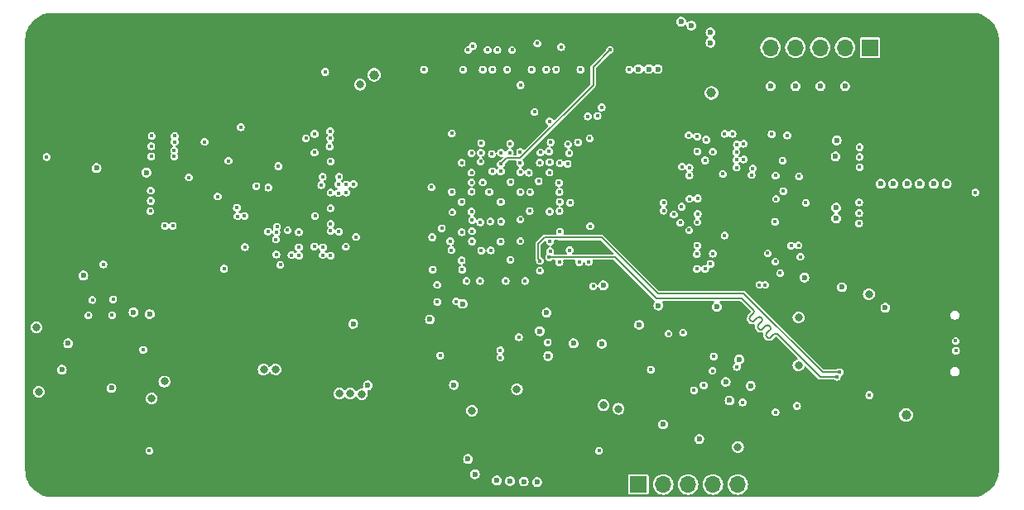
<source format=gbr>
%TF.GenerationSoftware,KiCad,Pcbnew,8.0.1*%
%TF.CreationDate,2025-01-10T22:18:19+05:00*%
%TF.ProjectId,BENE_DOUBLE_V1,42454e45-5f44-44f5-9542-4c455f56312e,rev?*%
%TF.SameCoordinates,Original*%
%TF.FileFunction,Copper,L5,Inr*%
%TF.FilePolarity,Positive*%
%FSLAX46Y46*%
G04 Gerber Fmt 4.6, Leading zero omitted, Abs format (unit mm)*
G04 Created by KiCad (PCBNEW 8.0.1) date 2025-01-10 22:18:19*
%MOMM*%
%LPD*%
G01*
G04 APERTURE LIST*
%TA.AperFunction,ComponentPad*%
%ADD10C,6.400000*%
%TD*%
%TA.AperFunction,ComponentPad*%
%ADD11R,1.700000X1.700000*%
%TD*%
%TA.AperFunction,ComponentPad*%
%ADD12O,1.700000X1.700000*%
%TD*%
%TA.AperFunction,ViaPad*%
%ADD13C,0.400000*%
%TD*%
%TA.AperFunction,ViaPad*%
%ADD14C,0.600000*%
%TD*%
%TA.AperFunction,ViaPad*%
%ADD15C,0.800000*%
%TD*%
%TA.AperFunction,ViaPad*%
%ADD16C,1.000000*%
%TD*%
%TA.AperFunction,Conductor*%
%ADD17C,0.150000*%
%TD*%
G04 APERTURE END LIST*
D10*
%TO.N,GND*%
%TO.C,H3*%
X58000000Y-128000000D03*
%TD*%
D11*
%TO.N,FPGA_3V3*%
%TO.C,J7*%
X140610000Y-85750000D03*
D12*
%TO.N,/FPGA/JTAG_TCK*%
X138070000Y-85750000D03*
%TO.N,/FPGA/JTAG_TDI*%
X135530000Y-85750000D03*
%TO.N,/FPGA/JTAG_TDO*%
X132990000Y-85750000D03*
%TO.N,/FPGA/JTAG_TMS*%
X130450000Y-85750000D03*
%TO.N,GND*%
X127910000Y-85750000D03*
%TD*%
D10*
%TO.N,GND*%
%TO.C,H2*%
X58000000Y-86000000D03*
%TD*%
%TO.N,GND*%
%TO.C,H1*%
X150000000Y-86000000D03*
%TD*%
%TO.N,GND*%
%TO.C,H4*%
X150000000Y-128000000D03*
%TD*%
D11*
%TO.N,/MCU/MOSI*%
%TO.C,J4*%
X116920000Y-130500000D03*
D12*
%TO.N,/MCU/MISO*%
X119460000Y-130500000D03*
%TO.N,/MCU/SCK*%
X122000000Y-130500000D03*
%TO.N,/MCU/RESET*%
X124540000Y-130500000D03*
%TO.N,VDD_3V3*%
X127080000Y-130500000D03*
%TO.N,GND*%
X129620000Y-130500000D03*
%TD*%
D13*
%TO.N,FPGA_3V3*%
X108800000Y-99600000D03*
X109850000Y-96550000D03*
D14*
X107700000Y-117350000D03*
X137750000Y-110300000D03*
D13*
X101934736Y-96633714D03*
X105850000Y-100550000D03*
D14*
X116950000Y-87950000D03*
X87750000Y-114050000D03*
D13*
X98900000Y-108500000D03*
X97900000Y-102610000D03*
X99852775Y-102553138D03*
X105800000Y-102500000D03*
X97850000Y-94550000D03*
X107850000Y-102550000D03*
X101788679Y-103548641D03*
X109900000Y-106500000D03*
X103829050Y-107470454D03*
D14*
X118000000Y-87950000D03*
X113200000Y-116100000D03*
D13*
X98850000Y-97550000D03*
X103840948Y-99515257D03*
X97800000Y-106500000D03*
X99850000Y-99550000D03*
X109950000Y-101650000D03*
D14*
X133000000Y-89700000D03*
D13*
X108900000Y-104600000D03*
D14*
X135550000Y-89700000D03*
D13*
X107950000Y-95450000D03*
D14*
X142180000Y-112400000D03*
X113350000Y-110100000D03*
D13*
X99850000Y-98550000D03*
X104829227Y-97594520D03*
D14*
X118900000Y-87950000D03*
D13*
X101668954Y-100528431D03*
D14*
X117000000Y-114150000D03*
D13*
X104846432Y-105560000D03*
D14*
X130450000Y-89700000D03*
D13*
X108850000Y-107750000D03*
X102846182Y-105614780D03*
X102883558Y-103566955D03*
D14*
X138050000Y-89700000D03*
D15*
X88450000Y-89550000D03*
D13*
X106724553Y-99430217D03*
X103815229Y-95600000D03*
D14*
X122350000Y-83500000D03*
D13*
%TO.N,FPGA_1V2*%
X104853138Y-100547225D03*
X104850000Y-103350000D03*
X101000000Y-99550000D03*
X102850000Y-101550000D03*
X98850000Y-104650000D03*
%TO.N,/USB_C/USB_D-*%
X149400000Y-116800000D03*
X149375000Y-115800000D03*
%TO.N,/FPGA/FPGA_DONE*%
X107900000Y-106600000D03*
X112300000Y-110200000D03*
D15*
%TO.N,GND*%
X143450000Y-114450000D03*
X89100000Y-115550000D03*
X66800000Y-129950000D03*
D13*
X98850000Y-96550000D03*
X128100000Y-101150000D03*
X101794508Y-108198517D03*
D15*
X84750000Y-84150000D03*
D13*
X82400000Y-100200000D03*
D15*
X64050000Y-84200000D03*
D13*
X97999826Y-104504815D03*
D16*
X146650000Y-125300000D03*
X152350000Y-118600000D03*
D13*
X80650000Y-96600000D03*
X82150000Y-103950000D03*
X114800000Y-86000000D03*
D15*
X59800000Y-122950000D03*
D13*
X126200000Y-96500000D03*
D15*
X79800000Y-130700000D03*
D13*
X125050000Y-101050000D03*
D15*
X89950000Y-118750000D03*
D14*
X69500000Y-99250000D03*
D15*
X56650000Y-95850000D03*
X119600000Y-112950000D03*
D16*
X148150000Y-92100000D03*
D13*
X105300000Y-91600000D03*
X95700000Y-109050000D03*
D15*
X61400000Y-91250000D03*
D16*
X148950000Y-107100000D03*
D15*
X67200000Y-89400000D03*
D14*
X92750000Y-114700000D03*
D15*
X96400000Y-122200000D03*
X112900000Y-130250000D03*
D16*
X59750000Y-104150000D03*
D15*
X69800000Y-116700000D03*
X100850000Y-84550000D03*
D13*
X80594220Y-106200110D03*
X103800000Y-106600000D03*
D14*
X99900000Y-115600000D03*
X101200000Y-127200000D03*
D16*
X150750000Y-108650000D03*
D14*
X105150000Y-119950000D03*
D13*
X105200000Y-87950000D03*
D15*
X60000000Y-91150000D03*
D13*
X129000000Y-94800000D03*
D15*
X95300000Y-84550000D03*
X122100000Y-112950000D03*
D16*
X55750000Y-105950000D03*
X147150000Y-107100000D03*
D13*
X130200000Y-105300000D03*
X76705776Y-100600106D03*
D16*
X152400000Y-113200000D03*
D15*
X67200000Y-87850000D03*
D13*
X103000000Y-85600000D03*
X104920955Y-102548092D03*
X104600000Y-86000000D03*
D14*
X143800000Y-117250000D03*
D15*
X120900000Y-125500000D03*
X75800000Y-130650000D03*
D16*
X150750000Y-111000000D03*
D15*
X97700000Y-84550000D03*
D13*
X126225000Y-106150000D03*
X102932886Y-99665950D03*
D16*
X151850000Y-92050000D03*
D13*
X134800000Y-107300000D03*
D16*
X142450000Y-123300000D03*
D13*
X100800000Y-102500000D03*
X107850000Y-100550000D03*
D15*
X90400000Y-112400000D03*
D13*
X119800000Y-108400000D03*
D15*
X67200000Y-86050000D03*
X83800000Y-130750000D03*
X63800000Y-122550000D03*
D14*
X119900000Y-118350000D03*
D15*
X68350000Y-130000000D03*
D16*
X146750000Y-111000000D03*
X152350000Y-116800000D03*
D15*
X70200000Y-89400000D03*
D16*
X140400000Y-129900000D03*
D14*
X106200000Y-115224998D03*
D15*
X56850000Y-92350000D03*
X92350000Y-84500000D03*
X141550000Y-111000000D03*
D13*
X84250000Y-100900000D03*
D14*
X74000000Y-106600000D03*
D16*
X143950000Y-130000000D03*
D15*
X67050000Y-120150000D03*
D16*
X150750000Y-105500000D03*
D13*
X109600000Y-86050000D03*
X113000000Y-86000000D03*
X87059999Y-107785086D03*
D15*
X133600000Y-129900000D03*
D13*
X103900000Y-105600000D03*
X96750000Y-94450000D03*
X82100000Y-98600000D03*
D16*
X145300000Y-87700000D03*
D15*
X111050000Y-130200000D03*
X144050000Y-113250000D03*
D16*
X146400000Y-92100000D03*
D15*
X118850000Y-85850000D03*
D14*
X121750000Y-119100000D03*
D15*
X79750000Y-84200000D03*
D13*
X130950000Y-102060000D03*
D16*
X55750000Y-107250000D03*
X141100000Y-92050000D03*
D13*
X101850000Y-102550000D03*
D15*
X114950000Y-120750000D03*
D14*
X138050000Y-116900000D03*
D13*
X109850000Y-99550000D03*
D15*
X70250000Y-84200000D03*
D13*
X82400000Y-101000000D03*
X85423212Y-105426788D03*
D15*
X114850000Y-119350000D03*
D14*
X61000000Y-115900000D03*
D15*
X89100000Y-117700000D03*
X139650000Y-109850000D03*
D13*
X134850000Y-101300000D03*
D16*
X152450000Y-115050000D03*
X152400000Y-106650000D03*
D15*
X56000000Y-118150000D03*
X73400000Y-86050000D03*
X73800000Y-130600000D03*
D13*
X95700000Y-98400000D03*
D14*
X62900000Y-115700000D03*
X78650000Y-95240000D03*
D16*
X142150000Y-130000000D03*
D14*
X138100000Y-114350000D03*
D15*
X122750000Y-87100000D03*
X125200000Y-124600000D03*
D13*
X85550000Y-101300000D03*
D15*
X81800000Y-130700000D03*
D16*
X150650000Y-121100000D03*
D15*
X118400000Y-124950000D03*
D14*
X62900000Y-116700000D03*
D13*
X80940000Y-102350000D03*
D14*
X135700000Y-115900000D03*
X112350000Y-114250000D03*
D16*
X150700000Y-107200000D03*
X149950000Y-93900000D03*
D13*
X124547527Y-105410000D03*
D15*
X85850000Y-130750000D03*
D16*
X149950000Y-92100000D03*
D15*
X63800000Y-129950000D03*
D13*
X103850000Y-98500000D03*
X128550000Y-103650000D03*
D16*
X59250000Y-106450000D03*
D15*
X77800000Y-130650000D03*
D13*
X81400000Y-98600000D03*
X110250000Y-86050000D03*
D15*
X64000000Y-87850000D03*
D13*
X112180116Y-93230116D03*
D15*
X76550000Y-84200000D03*
X65250000Y-129950000D03*
D14*
X96350000Y-119950000D03*
X136608886Y-99044417D03*
D15*
X87850000Y-130800000D03*
D13*
X100500000Y-86050000D03*
D15*
X80700000Y-120800000D03*
D13*
X105250000Y-86000000D03*
D16*
X148150000Y-93900000D03*
D13*
X109850000Y-103750000D03*
D14*
X137900000Y-115800000D03*
D16*
X142900000Y-92050000D03*
D14*
X120850000Y-119200000D03*
X83450000Y-93050000D03*
D16*
X148950000Y-105500000D03*
D14*
X135675000Y-111200000D03*
D13*
X128950000Y-107000000D03*
D15*
X67250000Y-84200000D03*
D13*
X108540000Y-105625000D03*
X108800000Y-96600000D03*
D14*
X120144375Y-94234375D03*
D13*
X73200000Y-96200000D03*
D14*
X133600000Y-108050000D03*
D15*
X137400000Y-129900000D03*
D13*
X119612896Y-106485094D03*
D15*
X126500000Y-116550000D03*
X112450000Y-118200000D03*
X117200000Y-117400000D03*
D16*
X144700000Y-90250000D03*
X148200000Y-90300000D03*
D13*
X79600000Y-101000000D03*
D15*
X68650000Y-116700000D03*
X70200000Y-87850000D03*
X73450000Y-84200000D03*
D13*
X92509417Y-99404868D03*
D15*
X89100000Y-116650000D03*
D16*
X148950000Y-108650000D03*
D14*
X135500000Y-116950000D03*
D15*
X111100000Y-112400000D03*
D13*
X98800000Y-106600000D03*
D15*
X134900000Y-131000000D03*
D14*
X135550000Y-114450000D03*
D15*
X91800000Y-112400000D03*
X62400000Y-122550000D03*
D13*
X80250000Y-99500000D03*
D16*
X147200000Y-105500000D03*
D13*
X91500000Y-86000000D03*
D14*
X121800000Y-118150000D03*
D13*
X102750000Y-95450000D03*
D16*
X145750000Y-129950000D03*
D15*
X57050000Y-116175000D03*
D13*
X84650000Y-102300000D03*
D15*
X132350000Y-129900000D03*
X82850000Y-83500000D03*
X109800000Y-109950000D03*
X73350000Y-93450000D03*
D13*
X82050000Y-99450000D03*
X84200000Y-101900000D03*
D16*
X146400000Y-93900000D03*
D15*
X64350000Y-111100000D03*
D13*
X124650000Y-103450000D03*
D14*
X144850000Y-117550000D03*
D16*
X145400000Y-107100000D03*
D15*
X64000000Y-89400000D03*
X112350000Y-117250000D03*
D13*
X75849890Y-99855780D03*
D15*
X87850000Y-84100000D03*
X134900000Y-129900000D03*
D13*
X115400000Y-86000000D03*
X111350000Y-109600000D03*
X105750000Y-107650000D03*
D16*
X144600000Y-92100000D03*
D13*
X135200000Y-107550000D03*
X101874891Y-101496017D03*
D14*
X119900000Y-119150000D03*
D15*
X109100000Y-130200000D03*
D16*
X147200000Y-108650000D03*
D15*
X70200000Y-86050000D03*
D16*
X145300000Y-84150000D03*
D15*
X136200000Y-129900000D03*
X56900000Y-91200000D03*
D16*
X150000000Y-90300000D03*
D14*
X61000000Y-116750000D03*
X133400000Y-94850000D03*
D15*
X99857020Y-110390904D03*
X58400000Y-91150000D03*
D16*
X145300000Y-85900000D03*
D13*
X132060527Y-103850000D03*
X107999571Y-88228196D03*
X78650000Y-106400000D03*
D15*
X64000000Y-86050000D03*
D14*
X132200000Y-120450000D03*
D16*
X151750000Y-90300000D03*
D14*
X151300000Y-101700000D03*
D13*
X96917855Y-99959617D03*
D14*
X73650000Y-104079360D03*
D13*
X104550000Y-87950000D03*
D15*
X73850000Y-99160000D03*
D13*
X109650000Y-87950000D03*
D14*
%TO.N,VDDIOM_A*%
X124950000Y-112300000D03*
D13*
X132531759Y-106038029D03*
X130150000Y-106825000D03*
X130900000Y-103600000D03*
X133480000Y-107170000D03*
D14*
X133900000Y-109300000D03*
D13*
X130923212Y-107675000D03*
D14*
%TO.N,VDD_3V3_A*%
X137100000Y-96900000D03*
X143000000Y-99700000D03*
X137150000Y-102150000D03*
X137150000Y-103250000D03*
X123150000Y-125850000D03*
D13*
X122111555Y-104455780D03*
X130550000Y-94610000D03*
D14*
X125850000Y-120000000D03*
X147150000Y-99700000D03*
X145700000Y-99700000D03*
D13*
X124551703Y-96424696D03*
X122150000Y-98850000D03*
X133350000Y-98950000D03*
X128635086Y-98114914D03*
D14*
X127250000Y-117700000D03*
D13*
X122961336Y-103625312D03*
D14*
X137200000Y-95250000D03*
X144400000Y-99700000D03*
X124300000Y-84200000D03*
X148450000Y-99700000D03*
X141700000Y-99700000D03*
D13*
X124550000Y-106850000D03*
X122612710Y-120862710D03*
%TO.N,VDDPLLA_A*%
X123000000Y-102800000D03*
D14*
%TO.N,VDD_3V3*%
X102450000Y-130103768D03*
X124300000Y-85250000D03*
X103800000Y-130150000D03*
D15*
X86350000Y-121200000D03*
D14*
X98050000Y-120300000D03*
X106550000Y-130250000D03*
X95600000Y-113600000D03*
D15*
X104500000Y-120750000D03*
D14*
X98950000Y-112000000D03*
X105200000Y-130200000D03*
X99500000Y-127900000D03*
D15*
X99900000Y-122950000D03*
X88650000Y-121250000D03*
D14*
X100200000Y-129450000D03*
D15*
X127100000Y-126650000D03*
D14*
X89250000Y-120350000D03*
D15*
X87450000Y-121200000D03*
D13*
%TO.N,START_A*%
X118202297Y-118733105D03*
X112900000Y-127050000D03*
D15*
%TO.N,+5V*%
X133300000Y-118300000D03*
X133300000Y-113400000D03*
D16*
X89900000Y-88550000D03*
D14*
X57950000Y-118750000D03*
X65300000Y-112850000D03*
D15*
X79800000Y-118700000D03*
D14*
X128400000Y-120400000D03*
D15*
X78600000Y-118750000D03*
D13*
X121500000Y-114950000D03*
D16*
X144300000Y-123400000D03*
D14*
X63021942Y-120625054D03*
D16*
X124400000Y-90400000D03*
D15*
X113350000Y-122400000D03*
X140500000Y-111000000D03*
D13*
X120000000Y-115050000D03*
D14*
X119450000Y-124350000D03*
D15*
X68450000Y-119950000D03*
D14*
X60150000Y-109100000D03*
X126250000Y-121900000D03*
X58600000Y-116050000D03*
D13*
%TO.N,/MPUA/XIN32K_A*%
X119500000Y-102460000D03*
%TO.N,/MPUA/XOUT32K_A*%
X121350000Y-102050000D03*
%TO.N,/MPUA/DDR_CAL_A*%
X131750000Y-100450000D03*
%TO.N,DDR_VREF_A*%
X133300000Y-106000000D03*
%TO.N,VDDIOM_B*%
X70950000Y-99050000D03*
D15*
X55350000Y-114400000D03*
D13*
X72550000Y-95400000D03*
X77850000Y-99950000D03*
X80100000Y-97900000D03*
%TO.N,DDR_VREF_B*%
X75000000Y-97350000D03*
%TO.N,/MPUB/DDR_CAL_B*%
X75852769Y-102140000D03*
%TO.N,VDD_3V3_B*%
X63200000Y-111550000D03*
X68500000Y-104000000D03*
D14*
X61500000Y-98100000D03*
D13*
X69500000Y-94800000D03*
X69500000Y-95400000D03*
X69450000Y-96300000D03*
X61076000Y-111600000D03*
X83774146Y-106127748D03*
X82200000Y-104650000D03*
D14*
X66950000Y-113050000D03*
D13*
X69450000Y-96900000D03*
X83800000Y-96500000D03*
D14*
X66600000Y-98550000D03*
D13*
X79034637Y-104600173D03*
X75933318Y-103022242D03*
X66275000Y-116700000D03*
X86317770Y-98987942D03*
D14*
X121300000Y-83100000D03*
D13*
X76676787Y-106173213D03*
X85450000Y-103800000D03*
X84502798Y-99835301D03*
X69300000Y-104000000D03*
%TO.N,/MPUB/XIN32K_B*%
X87043239Y-99780000D03*
%TO.N,/MPUB/XOUT32K_B*%
X86250000Y-100650000D03*
%TO.N,VDD_CORE_B*%
X79088644Y-100087166D03*
X79960000Y-104103984D03*
X76650000Y-103000000D03*
X83850000Y-103000000D03*
D15*
X55600000Y-121000000D03*
D13*
%TO.N,VDDPLLA_B*%
X84632802Y-98984137D03*
%TO.N,/FPGA/LCD_ID*%
X102849962Y-98424954D03*
X116000000Y-88000000D03*
%TO.N,/FPGA/LCD_D22*%
X101500000Y-86000000D03*
X100783905Y-97427298D03*
%TO.N,SAMB_LCD_FPGA_TWD*%
X80300000Y-108000000D03*
X95900000Y-108500000D03*
%TO.N,/FPGA/LCD_D14*%
X106585876Y-85314124D03*
X106300000Y-92350000D03*
%TO.N,/FPGA/LCD_D10*%
X109010876Y-85689124D03*
X107825000Y-93292525D03*
%TO.N,/FPGA/JTAG_TDI*%
X107776624Y-96376624D03*
X113174753Y-91880897D03*
%TO.N,/FPGA/LCD_D2*%
X102850561Y-97675745D03*
X114000000Y-86000000D03*
%TO.N,/FPGA/LCD_HSYNC*%
X99850000Y-96550000D03*
X99000000Y-88000000D03*
%TO.N,/FPGA/LCD_D23*%
X101000000Y-88000000D03*
X100850000Y-95550000D03*
%TO.N,/FPGA/LCD_D20*%
X103765229Y-96517133D03*
X102500000Y-86000000D03*
%TO.N,/FPGA/LCD_VSYNC*%
X99500000Y-86000000D03*
X100822934Y-96521607D03*
%TO.N,/FPGA/JTAG_TCK*%
X112750000Y-92750000D03*
X109725000Y-95650000D03*
%TO.N,FPGA_BOOT*%
X100732140Y-109642860D03*
X133150000Y-122450000D03*
%TO.N,/FPGA/LCD_PCK*%
X104874596Y-89600000D03*
X100000000Y-85600000D03*
%TO.N,/FPGA/LCD_D11*%
X106850000Y-97550000D03*
X108500000Y-88000000D03*
%TO.N,/FPGA/LCD_D15*%
X106000000Y-88000000D03*
X105712247Y-98558147D03*
%TO.N,/FPGA/LCD_D7*%
X111000000Y-88000000D03*
X107850000Y-97500000D03*
%TO.N,/FPGA/JTAG_TDO*%
X111755850Y-92805850D03*
X109685086Y-97664914D03*
%TO.N,FPGA_EN*%
X99350000Y-109650000D03*
X140550000Y-121350000D03*
%TO.N,/FPGA/LCD_D19*%
X103500000Y-88000000D03*
X104832855Y-96446270D03*
%TO.N,/FPGA/RESET_N*%
X96350000Y-110050000D03*
X84900000Y-88250000D03*
%TO.N,/FPGA/LCD_D12*%
X106900000Y-96500000D03*
X107500000Y-88000000D03*
%TO.N,/FPGA/LCD_TWCK*%
X95000000Y-88000000D03*
X102009006Y-98418672D03*
%TO.N,/FPGA/LCD_D18*%
X104000000Y-86000000D03*
X104850000Y-98500000D03*
%TO.N,/FPGA/LCD_D21*%
X102881890Y-96527455D03*
X102000000Y-88000000D03*
D14*
%TO.N,VDD_CORE_A*%
X118970711Y-112179289D03*
D13*
X130961091Y-98861091D03*
X128500000Y-98800000D03*
X131005776Y-101249894D03*
X125550000Y-98700000D03*
%TO.N,/MPUB/SD_B_D1*%
X67150000Y-94800000D03*
X79850000Y-105400000D03*
%TO.N,/MPUB/SD_B_CLK*%
X56400000Y-96950000D03*
X79900000Y-104650000D03*
%TO.N,/MPUB/SD_B_D2*%
X81450000Y-107000000D03*
X67000000Y-102500000D03*
%TO.N,/MPUB/SD_B_CMD*%
X82200000Y-106200000D03*
X67050000Y-100400000D03*
%TO.N,/MPUB/SD_B_D0*%
X67100000Y-95850000D03*
X82200000Y-107050000D03*
%TO.N,/MPUB/SD_B_DET*%
X67100000Y-96900000D03*
X73900000Y-101000000D03*
%TO.N,/MPUB/SD_B_D3*%
X67050000Y-101450000D03*
X81050000Y-104450000D03*
%TO.N,/MPUA/SD_A_DET*%
X139500000Y-103750000D03*
X134050000Y-101650000D03*
%TO.N,/MPUA/SD_A_D0*%
X139500000Y-101600000D03*
X125750000Y-94590000D03*
%TO.N,/MPUA/SD_A_D3*%
X126950000Y-97250000D03*
X139550000Y-96950000D03*
%TO.N,/MPUA/SD_A_D2*%
X139550000Y-95950000D03*
X126550000Y-94590000D03*
%TO.N,/MPUA/SD_A_D1*%
X127700000Y-97200000D03*
X139500000Y-102700000D03*
%TO.N,/MPUA/SD_A_CMD*%
X139550000Y-98000000D03*
X126950000Y-96450000D03*
%TO.N,/MPUA/SD_A_CLK*%
X151400000Y-100600000D03*
X126960000Y-98040000D03*
%TO.N,Net-(Q1-D)*%
X127600000Y-122100000D03*
X124500000Y-118857700D03*
%TO.N,LPM_A*%
X130950000Y-123100000D03*
X131668833Y-97331874D03*
D15*
%TO.N,VLDO1B*%
X114900000Y-122750000D03*
X67150000Y-121700000D03*
D13*
%TO.N,NRST_B*%
X63101421Y-113155944D03*
X66900000Y-127050000D03*
X85450000Y-107050000D03*
%TO.N,SHDN_B*%
X62200000Y-107950000D03*
X83800000Y-94600000D03*
%TO.N,WAKE_UP_A*%
X124624923Y-117375726D03*
X124300000Y-107900000D03*
%TO.N,NRST_A*%
X122074479Y-94724479D03*
X123600000Y-120350000D03*
%TO.N,SHDN_A*%
X127000000Y-118450000D03*
X123750000Y-108425000D03*
%TO.N,WAKE_UP_B*%
X82929735Y-95047576D03*
X60675000Y-113173132D03*
%TO.N,/MPUA/XIN24M_A*%
X121206621Y-103693268D03*
%TO.N,/MPUA/XOUT24M_A*%
X120550000Y-102850000D03*
%TO.N,Net-(U4E-ADVREFP)*%
X132150000Y-94750000D03*
%TO.N,/MPUA/USB_RTUNE_A*%
X122900000Y-108425000D03*
%TO.N,/MPUB/USB_RTUNE_B*%
X85397641Y-94330000D03*
%TO.N,Net-(U2E-ADVREFP)*%
X74550000Y-108400000D03*
%TO.N,/MPUB/XIN24M_B*%
X86253146Y-99740658D03*
%TO.N,/MPUB/XOUT24M_B*%
X87800000Y-99740000D03*
%TO.N,SAMB_FPGA_RX*%
X99927319Y-103422382D03*
X84650000Y-107000000D03*
%TO.N,SAMB_LCD_FPGA_D23*%
X97848992Y-100530838D03*
X87050000Y-100600000D03*
%TO.N,SAMB_LCD_FPGA_D11*%
X97676448Y-105576651D03*
X87000000Y-106150000D03*
%TO.N,SAMB_LCD_FPGA_IRQ1*%
X85449262Y-104543490D03*
X99900000Y-104550000D03*
%TO.N,SAMB_LCD_FPGA_D21*%
X85450000Y-102200000D03*
X98847225Y-101546862D03*
%TO.N,SAMB_LCD_FPGA_TWCK*%
X99900000Y-105600000D03*
X79900000Y-106950000D03*
%TO.N,SAMB_LCD_FPGA_DEN*%
X99864153Y-100512088D03*
X85450000Y-100600000D03*
%TO.N,SAMB_LCD_FPGA_D5*%
X88050000Y-105150000D03*
X95838406Y-105177232D03*
%TO.N,SAMB_FPGA_TX*%
X84650000Y-106200000D03*
X100762321Y-103649227D03*
%TO.N,SAMB_LCD_FPGA_D15*%
X96816124Y-104263551D03*
X86300000Y-104600000D03*
%TO.N,SAMB_LCD_FPGA_HSYNC*%
X85450000Y-97400000D03*
X95750000Y-100050000D03*
%TO.N,SAMA_FPGA_TX*%
X123874574Y-95191714D03*
X111850000Y-107700000D03*
%TO.N,SAMA_LCD_FPGA_TWD*%
X111950000Y-95050000D03*
X127700000Y-95600000D03*
%TO.N,SAMA_LCD_FPGA_MPU_NRSTOUT*%
X125750000Y-105000000D03*
X112000000Y-104050000D03*
%TO.N,SAMA_LCD_FPGA_DEN*%
X108850000Y-102500000D03*
X123000000Y-101200000D03*
%TO.N,SAMA_LCD_FPGA_D21*%
X108850000Y-100550000D03*
X122150000Y-101250000D03*
%TO.N,SAMA_LCD_FPGA_TWCK*%
X110750000Y-95450000D03*
X127000000Y-95700000D03*
%TO.N,SAMA_LCD_FPGA_IRQ1*%
X122150000Y-98050000D03*
X107818314Y-98544408D03*
%TO.N,SAMA_RX*%
X123750737Y-97306511D03*
X104700000Y-115400000D03*
%TO.N,SAMA_LCD_FPGA_VSYNC*%
X108875000Y-101550000D03*
X119500000Y-101640000D03*
%TO.N,SAMA_FPGA_RX*%
X110879959Y-107718571D03*
X122950000Y-94860000D03*
%TO.N,SAMA_TX*%
X107650000Y-115950000D03*
X122950000Y-96400000D03*
%TO.N,SAMA_LCD_FPGA_D13*%
X108883885Y-97598071D03*
X121390269Y-97940000D03*
%TO.N,FPGA_INIT*%
X96650000Y-117300000D03*
X98850000Y-107550000D03*
%TO.N,FPGA_TX*%
X101818110Y-106522545D03*
X102800000Y-116750000D03*
%TO.N,FPGA_RX*%
X102800000Y-117500000D03*
X100850000Y-106550000D03*
D14*
%TO.N,/FPGA/WP_N*%
X107550000Y-112900000D03*
%TO.N,/FPGA/MISO_FL*%
X106850000Y-114800000D03*
D13*
%TO.N,/FPGA/SCLK_FL*%
X107879638Y-105638433D03*
%TO.N,/FPGA/HOLD_N*%
X106850000Y-108600000D03*
%TO.N,FPGAUT_TX*%
X137208499Y-119466401D03*
X107798766Y-107213612D03*
%TO.N,/FPGA/CLK*%
X103350000Y-109650000D03*
%TO.N,/FPGA/MOSI_FL*%
X105350000Y-109650000D03*
%TO.N,FPGAUT_RX*%
X137500000Y-119000000D03*
X106850000Y-107600000D03*
D14*
%TO.N,/FPGA/CS_FL*%
X110300000Y-116050000D03*
D13*
%TO.N,SAMB_BOOT*%
X76250000Y-93900000D03*
X96350000Y-111803532D03*
%TO.N,SAMA_BOOT*%
X98300000Y-111750000D03*
X131425000Y-108850000D03*
%TO.N,/MPUB/USB_SAMB_D-*%
X85349999Y-95893221D03*
%TO.N,/MPUB/USB_SAMB_D+*%
X85400000Y-95050000D03*
%TO.N,/MPUA/USB_SAMA_D+*%
X122900000Y-106900000D03*
X129901600Y-110050000D03*
%TO.N,/MPUA/USB_SAMA_D-*%
X129298400Y-110050000D03*
X122950000Y-106050000D03*
%TD*%
D17*
%TO.N,/FPGA/LCD_D2*%
X112300000Y-87700000D02*
X112300000Y-89593416D01*
X114000000Y-86000000D02*
X112300000Y-87700000D01*
X104843416Y-97050000D02*
X103476306Y-97050000D01*
X103476306Y-97050000D02*
X102850561Y-97675745D01*
X112300000Y-89593416D02*
X104843416Y-97050000D01*
%TO.N,FPGAUT_TX*%
X129541429Y-113830840D02*
X129192447Y-114179821D01*
X132439732Y-116389732D02*
X135516401Y-119466401D01*
X131153631Y-115103630D02*
X131238485Y-115188485D01*
X118750000Y-111450000D02*
X127500000Y-111450000D01*
X114513612Y-107213612D02*
X118750000Y-111450000D01*
X130389957Y-114679368D02*
X130040980Y-115028344D01*
X127500000Y-111450000D02*
X128692901Y-112642901D01*
X129192447Y-114519232D02*
X129277299Y-114604084D01*
X130305103Y-114255102D02*
X130389957Y-114339957D01*
X129456575Y-113406574D02*
X129541429Y-113491429D01*
X131238485Y-115188485D02*
X132439732Y-116389732D01*
X130040980Y-115367755D02*
X130125832Y-115452607D01*
X128768201Y-113755538D02*
X129117164Y-113406574D01*
X128343937Y-113670686D02*
X128428789Y-113755538D01*
X128692901Y-112982312D02*
X128343937Y-113331275D01*
X129616711Y-114604084D02*
X129965692Y-114255102D01*
X130465244Y-115452607D02*
X130814220Y-115103630D01*
X107798766Y-107213612D02*
X114513612Y-107213612D01*
X135516401Y-119466401D02*
X137208499Y-119466401D01*
X130389957Y-114339957D02*
G75*
G02*
X130389994Y-114679405I-169657J-169743D01*
G01*
X128343937Y-113331275D02*
G75*
G03*
X128343918Y-113670705I169663J-169725D01*
G01*
X129965692Y-114255102D02*
G75*
G02*
X130305103Y-114255102I169706J-169707D01*
G01*
X130125832Y-115452607D02*
G75*
G03*
X130465244Y-115452607I169706J169704D01*
G01*
X129277299Y-114604084D02*
G75*
G03*
X129616711Y-114604084I169706J169704D01*
G01*
X130040980Y-115028344D02*
G75*
G03*
X130041030Y-115367705I169720J-169656D01*
G01*
X129192447Y-114179821D02*
G75*
G03*
X129192474Y-114519205I169753J-169679D01*
G01*
X129541429Y-113491429D02*
G75*
G02*
X129541394Y-113830805I-169729J-169671D01*
G01*
X128692901Y-112642901D02*
G75*
G02*
X128692894Y-112982305I-169701J-169699D01*
G01*
X128428789Y-113755538D02*
G75*
G03*
X128768201Y-113755538I169706J169704D01*
G01*
X129117164Y-113406574D02*
G75*
G02*
X129456575Y-113406574I169706J-169707D01*
G01*
X130814220Y-115103630D02*
G75*
G02*
X131153630Y-115103631I169705J-169707D01*
G01*
%TO.N,FPGAUT_RX*%
X106650000Y-107400000D02*
X106850000Y-107600000D01*
X107300000Y-105200000D02*
X106650000Y-105850000D01*
X118900000Y-110950000D02*
X113150000Y-105200000D01*
X106650000Y-105850000D02*
X106650000Y-107400000D01*
X135750000Y-119000000D02*
X127700000Y-110950000D01*
X137500000Y-119000000D02*
X135750000Y-119000000D01*
X113150000Y-105200000D02*
X107300000Y-105200000D01*
X127700000Y-110950000D02*
X118900000Y-110950000D01*
%TD*%
%TA.AperFunction,Conductor*%
%TO.N,GND*%
G36*
X113053068Y-105494407D02*
G01*
X113064881Y-105504496D01*
X114329493Y-106769108D01*
X114357270Y-106823625D01*
X114347699Y-106884057D01*
X114304434Y-106927322D01*
X114259489Y-106938112D01*
X110267287Y-106938112D01*
X110209096Y-106919205D01*
X110173132Y-106869705D01*
X110173132Y-106808519D01*
X110197281Y-106769110D01*
X110228050Y-106738342D01*
X110285646Y-106625304D01*
X110305492Y-106500000D01*
X110285646Y-106374696D01*
X110228050Y-106261658D01*
X110138342Y-106171950D01*
X110095261Y-106149999D01*
X110025307Y-106114355D01*
X110025304Y-106114354D01*
X109900000Y-106094508D01*
X109774696Y-106114354D01*
X109774692Y-106114355D01*
X109661659Y-106171949D01*
X109571949Y-106261659D01*
X109514355Y-106374692D01*
X109514354Y-106374696D01*
X109497985Y-106478050D01*
X109494508Y-106500000D01*
X109509476Y-106594508D01*
X109514354Y-106625303D01*
X109514355Y-106625307D01*
X109563597Y-106721949D01*
X109571950Y-106738342D01*
X109602718Y-106769110D01*
X109630494Y-106823625D01*
X109620923Y-106884057D01*
X109577658Y-106927322D01*
X109532713Y-106938112D01*
X108338768Y-106938112D01*
X108280577Y-106919205D01*
X108244613Y-106869705D01*
X108244613Y-106808519D01*
X108250559Y-106794167D01*
X108285643Y-106725310D01*
X108285643Y-106725309D01*
X108285646Y-106725304D01*
X108305492Y-106600000D01*
X108285646Y-106474696D01*
X108228050Y-106361658D01*
X108138342Y-106271950D01*
X108072383Y-106238342D01*
X108025307Y-106214355D01*
X108025304Y-106214354D01*
X108025302Y-106214353D01*
X108025300Y-106214353D01*
X108025198Y-106214337D01*
X108025105Y-106214289D01*
X108017897Y-106211948D01*
X108018268Y-106210805D01*
X107970684Y-106186556D01*
X107942910Y-106132037D01*
X107952485Y-106071606D01*
X107995753Y-106028344D01*
X108000116Y-106026538D01*
X108011199Y-106020891D01*
X108117980Y-105966483D01*
X108207688Y-105876775D01*
X108265284Y-105763737D01*
X108285130Y-105638433D01*
X108285039Y-105637861D01*
X108277457Y-105589987D01*
X108287028Y-105529555D01*
X108330293Y-105486290D01*
X108375238Y-105475500D01*
X112994877Y-105475500D01*
X113053068Y-105494407D01*
G37*
%TD.AperFunction*%
%TA.AperFunction,Conductor*%
G36*
X151002777Y-82200655D02*
G01*
X151307898Y-82217791D01*
X151318921Y-82219033D01*
X151617476Y-82269759D01*
X151628270Y-82272222D01*
X151919279Y-82356061D01*
X151929750Y-82359725D01*
X152209523Y-82475611D01*
X152219525Y-82480428D01*
X152484555Y-82626905D01*
X152493955Y-82632811D01*
X152740930Y-82808049D01*
X152749610Y-82814972D01*
X152975399Y-83016750D01*
X152983249Y-83024600D01*
X153185027Y-83250389D01*
X153191950Y-83259069D01*
X153367188Y-83506044D01*
X153373094Y-83515444D01*
X153519571Y-83780474D01*
X153524388Y-83790476D01*
X153640272Y-84070245D01*
X153643939Y-84080724D01*
X153727773Y-84371714D01*
X153730243Y-84382538D01*
X153780965Y-84681073D01*
X153782208Y-84692105D01*
X153799344Y-84997222D01*
X153799500Y-85002773D01*
X153799500Y-128997226D01*
X153799344Y-129002777D01*
X153782208Y-129307894D01*
X153780965Y-129318926D01*
X153730243Y-129617461D01*
X153727773Y-129628285D01*
X153643939Y-129919275D01*
X153640272Y-129929754D01*
X153524388Y-130209523D01*
X153519571Y-130219525D01*
X153373094Y-130484555D01*
X153367188Y-130493955D01*
X153191950Y-130740930D01*
X153185027Y-130749610D01*
X152983249Y-130975399D01*
X152975399Y-130983249D01*
X152749610Y-131185027D01*
X152740930Y-131191950D01*
X152493955Y-131367188D01*
X152484555Y-131373094D01*
X152219525Y-131519571D01*
X152209523Y-131524388D01*
X151929754Y-131640272D01*
X151919275Y-131643939D01*
X151628285Y-131727773D01*
X151617461Y-131730243D01*
X151318926Y-131780965D01*
X151307894Y-131782208D01*
X151002778Y-131799344D01*
X150997227Y-131799500D01*
X57002773Y-131799500D01*
X56997222Y-131799344D01*
X56692105Y-131782208D01*
X56681073Y-131780965D01*
X56382538Y-131730243D01*
X56371716Y-131727773D01*
X56297239Y-131706317D01*
X56080724Y-131643939D01*
X56070245Y-131640272D01*
X55790476Y-131524388D01*
X55780474Y-131519571D01*
X55515444Y-131373094D01*
X55510115Y-131369746D01*
X115869500Y-131369746D01*
X115869501Y-131369758D01*
X115881132Y-131428227D01*
X115881134Y-131428233D01*
X115922853Y-131490669D01*
X115925448Y-131494552D01*
X115991769Y-131538867D01*
X116036231Y-131547711D01*
X116050241Y-131550498D01*
X116050246Y-131550498D01*
X116050252Y-131550500D01*
X116050253Y-131550500D01*
X117789747Y-131550500D01*
X117789748Y-131550500D01*
X117848231Y-131538867D01*
X117914552Y-131494552D01*
X117958867Y-131428231D01*
X117970500Y-131369748D01*
X117970500Y-130500003D01*
X118404417Y-130500003D01*
X118424698Y-130705929D01*
X118424699Y-130705934D01*
X118484768Y-130903954D01*
X118582316Y-131086452D01*
X118666259Y-131188737D01*
X118713590Y-131246410D01*
X118713595Y-131246414D01*
X118873547Y-131377683D01*
X118873548Y-131377683D01*
X118873550Y-131377685D01*
X119056046Y-131475232D01*
X119193997Y-131517078D01*
X119254065Y-131535300D01*
X119254070Y-131535301D01*
X119459997Y-131555583D01*
X119460000Y-131555583D01*
X119460003Y-131555583D01*
X119665929Y-131535301D01*
X119665934Y-131535300D01*
X119701906Y-131524388D01*
X119863954Y-131475232D01*
X120046450Y-131377685D01*
X120206410Y-131246410D01*
X120337685Y-131086450D01*
X120435232Y-130903954D01*
X120495300Y-130705934D01*
X120495301Y-130705929D01*
X120515583Y-130500003D01*
X120944417Y-130500003D01*
X120964698Y-130705929D01*
X120964699Y-130705934D01*
X121024768Y-130903954D01*
X121122316Y-131086452D01*
X121206259Y-131188737D01*
X121253590Y-131246410D01*
X121253595Y-131246414D01*
X121413547Y-131377683D01*
X121413548Y-131377683D01*
X121413550Y-131377685D01*
X121596046Y-131475232D01*
X121733997Y-131517078D01*
X121794065Y-131535300D01*
X121794070Y-131535301D01*
X121999997Y-131555583D01*
X122000000Y-131555583D01*
X122000003Y-131555583D01*
X122205929Y-131535301D01*
X122205934Y-131535300D01*
X122241906Y-131524388D01*
X122403954Y-131475232D01*
X122586450Y-131377685D01*
X122746410Y-131246410D01*
X122877685Y-131086450D01*
X122975232Y-130903954D01*
X123035300Y-130705934D01*
X123035301Y-130705929D01*
X123055583Y-130500003D01*
X123484417Y-130500003D01*
X123504698Y-130705929D01*
X123504699Y-130705934D01*
X123564768Y-130903954D01*
X123662316Y-131086452D01*
X123746259Y-131188737D01*
X123793590Y-131246410D01*
X123793595Y-131246414D01*
X123953547Y-131377683D01*
X123953548Y-131377683D01*
X123953550Y-131377685D01*
X124136046Y-131475232D01*
X124273997Y-131517078D01*
X124334065Y-131535300D01*
X124334070Y-131535301D01*
X124539997Y-131555583D01*
X124540000Y-131555583D01*
X124540003Y-131555583D01*
X124745929Y-131535301D01*
X124745934Y-131535300D01*
X124781906Y-131524388D01*
X124943954Y-131475232D01*
X125126450Y-131377685D01*
X125286410Y-131246410D01*
X125417685Y-131086450D01*
X125515232Y-130903954D01*
X125575300Y-130705934D01*
X125575301Y-130705929D01*
X125595583Y-130500003D01*
X126024417Y-130500003D01*
X126044698Y-130705929D01*
X126044699Y-130705934D01*
X126104768Y-130903954D01*
X126202316Y-131086452D01*
X126286259Y-131188737D01*
X126333590Y-131246410D01*
X126333595Y-131246414D01*
X126493547Y-131377683D01*
X126493548Y-131377683D01*
X126493550Y-131377685D01*
X126676046Y-131475232D01*
X126813997Y-131517078D01*
X126874065Y-131535300D01*
X126874070Y-131535301D01*
X127079997Y-131555583D01*
X127080000Y-131555583D01*
X127080003Y-131555583D01*
X127285929Y-131535301D01*
X127285934Y-131535300D01*
X127321906Y-131524388D01*
X127483954Y-131475232D01*
X127666450Y-131377685D01*
X127826410Y-131246410D01*
X127957685Y-131086450D01*
X128055232Y-130903954D01*
X128115300Y-130705934D01*
X128115301Y-130705929D01*
X128135583Y-130500003D01*
X128135583Y-130499996D01*
X128115301Y-130294070D01*
X128115300Y-130294065D01*
X128097078Y-130233997D01*
X128055232Y-130096046D01*
X127957685Y-129913550D01*
X127927383Y-129876627D01*
X127826414Y-129753595D01*
X127826410Y-129753590D01*
X127809908Y-129740047D01*
X127666452Y-129622316D01*
X127483954Y-129524768D01*
X127285934Y-129464699D01*
X127285929Y-129464698D01*
X127080003Y-129444417D01*
X127079997Y-129444417D01*
X126874070Y-129464698D01*
X126874065Y-129464699D01*
X126676045Y-129524768D01*
X126493547Y-129622316D01*
X126333595Y-129753585D01*
X126333585Y-129753595D01*
X126202316Y-129913547D01*
X126104768Y-130096045D01*
X126044699Y-130294065D01*
X126044698Y-130294070D01*
X126024417Y-130499996D01*
X126024417Y-130500003D01*
X125595583Y-130500003D01*
X125595583Y-130499996D01*
X125575301Y-130294070D01*
X125575300Y-130294065D01*
X125557078Y-130233997D01*
X125515232Y-130096046D01*
X125417685Y-129913550D01*
X125387383Y-129876627D01*
X125286414Y-129753595D01*
X125286410Y-129753590D01*
X125269908Y-129740047D01*
X125126452Y-129622316D01*
X124943954Y-129524768D01*
X124745934Y-129464699D01*
X124745929Y-129464698D01*
X124540003Y-129444417D01*
X124539997Y-129444417D01*
X124334070Y-129464698D01*
X124334065Y-129464699D01*
X124136045Y-129524768D01*
X123953547Y-129622316D01*
X123793595Y-129753585D01*
X123793585Y-129753595D01*
X123662316Y-129913547D01*
X123564768Y-130096045D01*
X123504699Y-130294065D01*
X123504698Y-130294070D01*
X123484417Y-130499996D01*
X123484417Y-130500003D01*
X123055583Y-130500003D01*
X123055583Y-130499996D01*
X123035301Y-130294070D01*
X123035300Y-130294065D01*
X123017078Y-130233997D01*
X122975232Y-130096046D01*
X122877685Y-129913550D01*
X122847383Y-129876627D01*
X122746414Y-129753595D01*
X122746410Y-129753590D01*
X122729908Y-129740047D01*
X122586452Y-129622316D01*
X122403954Y-129524768D01*
X122205934Y-129464699D01*
X122205929Y-129464698D01*
X122000003Y-129444417D01*
X121999997Y-129444417D01*
X121794070Y-129464698D01*
X121794065Y-129464699D01*
X121596045Y-129524768D01*
X121413547Y-129622316D01*
X121253595Y-129753585D01*
X121253585Y-129753595D01*
X121122316Y-129913547D01*
X121024768Y-130096045D01*
X120964699Y-130294065D01*
X120964698Y-130294070D01*
X120944417Y-130499996D01*
X120944417Y-130500003D01*
X120515583Y-130500003D01*
X120515583Y-130499996D01*
X120495301Y-130294070D01*
X120495300Y-130294065D01*
X120477078Y-130233997D01*
X120435232Y-130096046D01*
X120337685Y-129913550D01*
X120307383Y-129876627D01*
X120206414Y-129753595D01*
X120206410Y-129753590D01*
X120189908Y-129740047D01*
X120046452Y-129622316D01*
X119863954Y-129524768D01*
X119665934Y-129464699D01*
X119665929Y-129464698D01*
X119460003Y-129444417D01*
X119459997Y-129444417D01*
X119254070Y-129464698D01*
X119254065Y-129464699D01*
X119056045Y-129524768D01*
X118873547Y-129622316D01*
X118713595Y-129753585D01*
X118713585Y-129753595D01*
X118582316Y-129913547D01*
X118484768Y-130096045D01*
X118424699Y-130294065D01*
X118424698Y-130294070D01*
X118404417Y-130499996D01*
X118404417Y-130500003D01*
X117970500Y-130500003D01*
X117970500Y-129630252D01*
X117968921Y-129622316D01*
X117967711Y-129616231D01*
X117958867Y-129571769D01*
X117914552Y-129505448D01*
X117908428Y-129501356D01*
X117848233Y-129461134D01*
X117848231Y-129461133D01*
X117848228Y-129461132D01*
X117848227Y-129461132D01*
X117789758Y-129449501D01*
X117789748Y-129449500D01*
X116050252Y-129449500D01*
X116050251Y-129449500D01*
X116050241Y-129449501D01*
X115991772Y-129461132D01*
X115991766Y-129461134D01*
X115925451Y-129505445D01*
X115925445Y-129505451D01*
X115881134Y-129571766D01*
X115881132Y-129571772D01*
X115869501Y-129630241D01*
X115869500Y-129630253D01*
X115869500Y-131369746D01*
X55510115Y-131369746D01*
X55506044Y-131367188D01*
X55259069Y-131191950D01*
X55250389Y-131185027D01*
X55024600Y-130983249D01*
X55016750Y-130975399D01*
X54814972Y-130749610D01*
X54808049Y-130740930D01*
X54632811Y-130493955D01*
X54626905Y-130484555D01*
X54480428Y-130219525D01*
X54475611Y-130209523D01*
X54431807Y-130103770D01*
X101944353Y-130103770D01*
X101964834Y-130246224D01*
X101986683Y-130294065D01*
X102024623Y-130377141D01*
X102064683Y-130423373D01*
X102118873Y-130485912D01*
X102190812Y-130532144D01*
X102239947Y-130563721D01*
X102346403Y-130594979D01*
X102378035Y-130604267D01*
X102378036Y-130604267D01*
X102378039Y-130604268D01*
X102378041Y-130604268D01*
X102521959Y-130604268D01*
X102521961Y-130604268D01*
X102660053Y-130563721D01*
X102781128Y-130485911D01*
X102875377Y-130377141D01*
X102935165Y-130246225D01*
X102949000Y-130150002D01*
X103294353Y-130150002D01*
X103314834Y-130292456D01*
X103360504Y-130392457D01*
X103374623Y-130423373D01*
X103441017Y-130499996D01*
X103468873Y-130532144D01*
X103546675Y-130582144D01*
X103589947Y-130609953D01*
X103696403Y-130641211D01*
X103728035Y-130650499D01*
X103728036Y-130650499D01*
X103728039Y-130650500D01*
X103728041Y-130650500D01*
X103871959Y-130650500D01*
X103871961Y-130650500D01*
X104010053Y-130609953D01*
X104131128Y-130532143D01*
X104225377Y-130423373D01*
X104285165Y-130292457D01*
X104298458Y-130200002D01*
X104694353Y-130200002D01*
X104714834Y-130342456D01*
X104766228Y-130454991D01*
X104774623Y-130473373D01*
X104868872Y-130582143D01*
X104868873Y-130582144D01*
X104989942Y-130659950D01*
X104989947Y-130659953D01*
X105096403Y-130691211D01*
X105128035Y-130700499D01*
X105128036Y-130700499D01*
X105128039Y-130700500D01*
X105128041Y-130700500D01*
X105271959Y-130700500D01*
X105271961Y-130700500D01*
X105410053Y-130659953D01*
X105531128Y-130582143D01*
X105625377Y-130473373D01*
X105685165Y-130342457D01*
X105692122Y-130294070D01*
X105698458Y-130250002D01*
X106044353Y-130250002D01*
X106064834Y-130392456D01*
X106106895Y-130484555D01*
X106124623Y-130523373D01*
X106218872Y-130632143D01*
X106218873Y-130632144D01*
X106333693Y-130705934D01*
X106339947Y-130709953D01*
X106445446Y-130740930D01*
X106478035Y-130750499D01*
X106478036Y-130750499D01*
X106478039Y-130750500D01*
X106478041Y-130750500D01*
X106621959Y-130750500D01*
X106621961Y-130750500D01*
X106760053Y-130709953D01*
X106881128Y-130632143D01*
X106975377Y-130523373D01*
X107035165Y-130392457D01*
X107049311Y-130294066D01*
X107055647Y-130250002D01*
X107055647Y-130249997D01*
X107035165Y-130107543D01*
X107029914Y-130096045D01*
X106975377Y-129976627D01*
X106881128Y-129867857D01*
X106881127Y-129867856D01*
X106881126Y-129867855D01*
X106760057Y-129790049D01*
X106760054Y-129790047D01*
X106760053Y-129790047D01*
X106760050Y-129790046D01*
X106621964Y-129749500D01*
X106621961Y-129749500D01*
X106478039Y-129749500D01*
X106478035Y-129749500D01*
X106339949Y-129790046D01*
X106339942Y-129790049D01*
X106218873Y-129867855D01*
X106124622Y-129976628D01*
X106064834Y-130107543D01*
X106044353Y-130249997D01*
X106044353Y-130250002D01*
X105698458Y-130250002D01*
X105705647Y-130200002D01*
X105705647Y-130199997D01*
X105685165Y-130057543D01*
X105625377Y-129926627D01*
X105531128Y-129817857D01*
X105531127Y-129817856D01*
X105531126Y-129817855D01*
X105410057Y-129740049D01*
X105410054Y-129740047D01*
X105410053Y-129740047D01*
X105410050Y-129740046D01*
X105271964Y-129699500D01*
X105271961Y-129699500D01*
X105128039Y-129699500D01*
X105128035Y-129699500D01*
X104989949Y-129740046D01*
X104989942Y-129740049D01*
X104868873Y-129817855D01*
X104774622Y-129926628D01*
X104714834Y-130057543D01*
X104694353Y-130199997D01*
X104694353Y-130200002D01*
X104298458Y-130200002D01*
X104305647Y-130150000D01*
X104298999Y-130103765D01*
X104285165Y-130007543D01*
X104259114Y-129950500D01*
X104225377Y-129876627D01*
X104131128Y-129767857D01*
X104131127Y-129767856D01*
X104131126Y-129767855D01*
X104010057Y-129690049D01*
X104010054Y-129690047D01*
X104010053Y-129690047D01*
X104010050Y-129690046D01*
X103871964Y-129649500D01*
X103871961Y-129649500D01*
X103728039Y-129649500D01*
X103728035Y-129649500D01*
X103589949Y-129690046D01*
X103589942Y-129690049D01*
X103468873Y-129767855D01*
X103374622Y-129876628D01*
X103314834Y-130007543D01*
X103294353Y-130149997D01*
X103294353Y-130150002D01*
X102949000Y-130150002D01*
X102949211Y-130148531D01*
X102955647Y-130103770D01*
X102955647Y-130103765D01*
X102935165Y-129961311D01*
X102918407Y-129924616D01*
X102875377Y-129830395D01*
X102781128Y-129721625D01*
X102781127Y-129721624D01*
X102781126Y-129721623D01*
X102660057Y-129643817D01*
X102660054Y-129643815D01*
X102660053Y-129643815D01*
X102660050Y-129643814D01*
X102521964Y-129603268D01*
X102521961Y-129603268D01*
X102378039Y-129603268D01*
X102378035Y-129603268D01*
X102239949Y-129643814D01*
X102239942Y-129643817D01*
X102118873Y-129721623D01*
X102024622Y-129830396D01*
X101964834Y-129961311D01*
X101944353Y-130103765D01*
X101944353Y-130103770D01*
X54431807Y-130103770D01*
X54379143Y-129976628D01*
X54359725Y-129929750D01*
X54356060Y-129919275D01*
X54354410Y-129913547D01*
X54272222Y-129628270D01*
X54269759Y-129617476D01*
X54241304Y-129450002D01*
X99694353Y-129450002D01*
X99714834Y-129592456D01*
X99740886Y-129649500D01*
X99774623Y-129723373D01*
X99867358Y-129830396D01*
X99868873Y-129832144D01*
X99938092Y-129876628D01*
X99989947Y-129909953D01*
X100096403Y-129941211D01*
X100128035Y-129950499D01*
X100128036Y-129950499D01*
X100128039Y-129950500D01*
X100128041Y-129950500D01*
X100271959Y-129950500D01*
X100271961Y-129950500D01*
X100410053Y-129909953D01*
X100531128Y-129832143D01*
X100625377Y-129723373D01*
X100685165Y-129592457D01*
X100694897Y-129524768D01*
X100705647Y-129450002D01*
X100705647Y-129449997D01*
X100685165Y-129307543D01*
X100625377Y-129176628D01*
X100625377Y-129176627D01*
X100531128Y-129067857D01*
X100531127Y-129067856D01*
X100531126Y-129067855D01*
X100410057Y-128990049D01*
X100410054Y-128990047D01*
X100410053Y-128990047D01*
X100410050Y-128990046D01*
X100271964Y-128949500D01*
X100271961Y-128949500D01*
X100128039Y-128949500D01*
X100128035Y-128949500D01*
X99989949Y-128990046D01*
X99989942Y-128990049D01*
X99868873Y-129067855D01*
X99774622Y-129176628D01*
X99714834Y-129307543D01*
X99694353Y-129449997D01*
X99694353Y-129450002D01*
X54241304Y-129450002D01*
X54219033Y-129318921D01*
X54217791Y-129307894D01*
X54217771Y-129307543D01*
X54200656Y-129002777D01*
X54200500Y-128997226D01*
X54200500Y-127900002D01*
X98994353Y-127900002D01*
X99014834Y-128042456D01*
X99074622Y-128173371D01*
X99074623Y-128173373D01*
X99168872Y-128282143D01*
X99168873Y-128282144D01*
X99289942Y-128359950D01*
X99289947Y-128359953D01*
X99396403Y-128391211D01*
X99428035Y-128400499D01*
X99428036Y-128400499D01*
X99428039Y-128400500D01*
X99428041Y-128400500D01*
X99571959Y-128400500D01*
X99571961Y-128400500D01*
X99710053Y-128359953D01*
X99831128Y-128282143D01*
X99925377Y-128173373D01*
X99985165Y-128042457D01*
X100005647Y-127900000D01*
X99985165Y-127757543D01*
X99925377Y-127626627D01*
X99831128Y-127517857D01*
X99831127Y-127517856D01*
X99831126Y-127517855D01*
X99710057Y-127440049D01*
X99710054Y-127440047D01*
X99710053Y-127440047D01*
X99710050Y-127440046D01*
X99571964Y-127399500D01*
X99571961Y-127399500D01*
X99428039Y-127399500D01*
X99428035Y-127399500D01*
X99289949Y-127440046D01*
X99289942Y-127440049D01*
X99168873Y-127517855D01*
X99074622Y-127626628D01*
X99014834Y-127757543D01*
X98994353Y-127899997D01*
X98994353Y-127900002D01*
X54200500Y-127900002D01*
X54200500Y-127050000D01*
X66494508Y-127050000D01*
X66514232Y-127174536D01*
X66514354Y-127175303D01*
X66514355Y-127175307D01*
X66544792Y-127235042D01*
X66571950Y-127288342D01*
X66661658Y-127378050D01*
X66774696Y-127435646D01*
X66900000Y-127455492D01*
X67025304Y-127435646D01*
X67138342Y-127378050D01*
X67228050Y-127288342D01*
X67285646Y-127175304D01*
X67305492Y-127050000D01*
X112494508Y-127050000D01*
X112514232Y-127174536D01*
X112514354Y-127175303D01*
X112514355Y-127175307D01*
X112544792Y-127235042D01*
X112571950Y-127288342D01*
X112661658Y-127378050D01*
X112774696Y-127435646D01*
X112900000Y-127455492D01*
X113025304Y-127435646D01*
X113138342Y-127378050D01*
X113228050Y-127288342D01*
X113285646Y-127175304D01*
X113305492Y-127050000D01*
X113285646Y-126924696D01*
X113228050Y-126811658D01*
X113138342Y-126721950D01*
X113134406Y-126719944D01*
X113025307Y-126664355D01*
X113025304Y-126664354D01*
X112934675Y-126650000D01*
X126494318Y-126650000D01*
X126514955Y-126806758D01*
X126514957Y-126806766D01*
X126575462Y-126952838D01*
X126575462Y-126952839D01*
X126671713Y-127078276D01*
X126671718Y-127078282D01*
X126797159Y-127174536D01*
X126797160Y-127174536D01*
X126797161Y-127174537D01*
X126799013Y-127175304D01*
X126943238Y-127235044D01*
X127060809Y-127250522D01*
X127099999Y-127255682D01*
X127100000Y-127255682D01*
X127100001Y-127255682D01*
X127131352Y-127251554D01*
X127256762Y-127235044D01*
X127402841Y-127174536D01*
X127528282Y-127078282D01*
X127624536Y-126952841D01*
X127685044Y-126806762D01*
X127705682Y-126650000D01*
X127685044Y-126493238D01*
X127625920Y-126350500D01*
X127624537Y-126347161D01*
X127624537Y-126347160D01*
X127528286Y-126221723D01*
X127528285Y-126221722D01*
X127528282Y-126221718D01*
X127528277Y-126221714D01*
X127528276Y-126221713D01*
X127402838Y-126125462D01*
X127256766Y-126064957D01*
X127256758Y-126064955D01*
X127100001Y-126044318D01*
X127099999Y-126044318D01*
X126943241Y-126064955D01*
X126943233Y-126064957D01*
X126797161Y-126125462D01*
X126797160Y-126125462D01*
X126671723Y-126221713D01*
X126671713Y-126221723D01*
X126575462Y-126347160D01*
X126575462Y-126347161D01*
X126514957Y-126493233D01*
X126514955Y-126493241D01*
X126494318Y-126649999D01*
X126494318Y-126650000D01*
X112934675Y-126650000D01*
X112900000Y-126644508D01*
X112774696Y-126664354D01*
X112774692Y-126664355D01*
X112661659Y-126721949D01*
X112571949Y-126811659D01*
X112514355Y-126924692D01*
X112514354Y-126924696D01*
X112494508Y-127050000D01*
X67305492Y-127050000D01*
X67285646Y-126924696D01*
X67228050Y-126811658D01*
X67138342Y-126721950D01*
X67134406Y-126719944D01*
X67025307Y-126664355D01*
X67025304Y-126664354D01*
X66900000Y-126644508D01*
X66774696Y-126664354D01*
X66774692Y-126664355D01*
X66661659Y-126721949D01*
X66571949Y-126811659D01*
X66514355Y-126924692D01*
X66514354Y-126924696D01*
X66494508Y-127050000D01*
X54200500Y-127050000D01*
X54200500Y-125850002D01*
X122644353Y-125850002D01*
X122664834Y-125992456D01*
X122697945Y-126064957D01*
X122724623Y-126123373D01*
X122809839Y-126221718D01*
X122818873Y-126232144D01*
X122939942Y-126309950D01*
X122939947Y-126309953D01*
X123046403Y-126341211D01*
X123078035Y-126350499D01*
X123078036Y-126350499D01*
X123078039Y-126350500D01*
X123078041Y-126350500D01*
X123221959Y-126350500D01*
X123221961Y-126350500D01*
X123360053Y-126309953D01*
X123481128Y-126232143D01*
X123575377Y-126123373D01*
X123635165Y-125992457D01*
X123655647Y-125850000D01*
X123635165Y-125707543D01*
X123575377Y-125576627D01*
X123481128Y-125467857D01*
X123481127Y-125467856D01*
X123481126Y-125467855D01*
X123360057Y-125390049D01*
X123360054Y-125390047D01*
X123360053Y-125390047D01*
X123360050Y-125390046D01*
X123221964Y-125349500D01*
X123221961Y-125349500D01*
X123078039Y-125349500D01*
X123078035Y-125349500D01*
X122939949Y-125390046D01*
X122939942Y-125390049D01*
X122818873Y-125467855D01*
X122724622Y-125576628D01*
X122664834Y-125707543D01*
X122644353Y-125849997D01*
X122644353Y-125850002D01*
X54200500Y-125850002D01*
X54200500Y-124350002D01*
X118944353Y-124350002D01*
X118964834Y-124492456D01*
X119024622Y-124623371D01*
X119024623Y-124623373D01*
X119118872Y-124732143D01*
X119118873Y-124732144D01*
X119239942Y-124809950D01*
X119239947Y-124809953D01*
X119346403Y-124841211D01*
X119378035Y-124850499D01*
X119378036Y-124850499D01*
X119378039Y-124850500D01*
X119378041Y-124850500D01*
X119521959Y-124850500D01*
X119521961Y-124850500D01*
X119660053Y-124809953D01*
X119781128Y-124732143D01*
X119875377Y-124623373D01*
X119935165Y-124492457D01*
X119955647Y-124350000D01*
X119935165Y-124207543D01*
X119875377Y-124076627D01*
X119781128Y-123967857D01*
X119781127Y-123967856D01*
X119781126Y-123967855D01*
X119660057Y-123890049D01*
X119660054Y-123890047D01*
X119660053Y-123890047D01*
X119660050Y-123890046D01*
X119521964Y-123849500D01*
X119521961Y-123849500D01*
X119378039Y-123849500D01*
X119378035Y-123849500D01*
X119239949Y-123890046D01*
X119239942Y-123890049D01*
X119118873Y-123967855D01*
X119024622Y-124076628D01*
X118964834Y-124207543D01*
X118944353Y-124349997D01*
X118944353Y-124350002D01*
X54200500Y-124350002D01*
X54200500Y-122950000D01*
X99294318Y-122950000D01*
X99314955Y-123106758D01*
X99314957Y-123106766D01*
X99375462Y-123252838D01*
X99375462Y-123252839D01*
X99441071Y-123338342D01*
X99471718Y-123378282D01*
X99597159Y-123474536D01*
X99743238Y-123535044D01*
X99860809Y-123550522D01*
X99899999Y-123555682D01*
X99900000Y-123555682D01*
X99900001Y-123555682D01*
X99931352Y-123551554D01*
X100056762Y-123535044D01*
X100202841Y-123474536D01*
X100328282Y-123378282D01*
X100424536Y-123252841D01*
X100485044Y-123106762D01*
X100505682Y-122950000D01*
X100485044Y-122793238D01*
X100447600Y-122702841D01*
X100424537Y-122647161D01*
X100424537Y-122647160D01*
X100328286Y-122521723D01*
X100328285Y-122521722D01*
X100328282Y-122521718D01*
X100328277Y-122521714D01*
X100328276Y-122521713D01*
X100231116Y-122447160D01*
X100202841Y-122425464D01*
X100202840Y-122425463D01*
X100202838Y-122425462D01*
X100141367Y-122400000D01*
X112744318Y-122400000D01*
X112764955Y-122556758D01*
X112764957Y-122556766D01*
X112825462Y-122702838D01*
X112825462Y-122702839D01*
X112921713Y-122828276D01*
X112921718Y-122828282D01*
X113047159Y-122924536D01*
X113193238Y-122985044D01*
X113310809Y-123000522D01*
X113349999Y-123005682D01*
X113350000Y-123005682D01*
X113350001Y-123005682D01*
X113381352Y-123001554D01*
X113506762Y-122985044D01*
X113652841Y-122924536D01*
X113778282Y-122828282D01*
X113838350Y-122750000D01*
X114294318Y-122750000D01*
X114314955Y-122906758D01*
X114314957Y-122906766D01*
X114375462Y-123052838D01*
X114375462Y-123052839D01*
X114416842Y-123106766D01*
X114471718Y-123178282D01*
X114597159Y-123274536D01*
X114743238Y-123335044D01*
X114860809Y-123350522D01*
X114899999Y-123355682D01*
X114900000Y-123355682D01*
X114900001Y-123355682D01*
X114931352Y-123351554D01*
X115056762Y-123335044D01*
X115202841Y-123274536D01*
X115328282Y-123178282D01*
X115388350Y-123100000D01*
X130544508Y-123100000D01*
X130564354Y-123225303D01*
X130564355Y-123225307D01*
X130619944Y-123334406D01*
X130621950Y-123338342D01*
X130711658Y-123428050D01*
X130824696Y-123485646D01*
X130950000Y-123505492D01*
X131075304Y-123485646D01*
X131188342Y-123428050D01*
X131216392Y-123400000D01*
X143594355Y-123400000D01*
X143614860Y-123568872D01*
X143675182Y-123727930D01*
X143771817Y-123867929D01*
X143899148Y-123980734D01*
X144049775Y-124059790D01*
X144214944Y-124100500D01*
X144214947Y-124100500D01*
X144385053Y-124100500D01*
X144385056Y-124100500D01*
X144550225Y-124059790D01*
X144700852Y-123980734D01*
X144828183Y-123867929D01*
X144924818Y-123727930D01*
X144985140Y-123568872D01*
X145005645Y-123400000D01*
X144985140Y-123231128D01*
X144924818Y-123072070D01*
X144828183Y-122932071D01*
X144799619Y-122906766D01*
X144719339Y-122835644D01*
X144700852Y-122819266D01*
X144550225Y-122740210D01*
X144550224Y-122740209D01*
X144550223Y-122740209D01*
X144385058Y-122699500D01*
X144385056Y-122699500D01*
X144214944Y-122699500D01*
X144214941Y-122699500D01*
X144049776Y-122740209D01*
X143899146Y-122819267D01*
X143771818Y-122932069D01*
X143771816Y-122932072D01*
X143675182Y-123072070D01*
X143614860Y-123231129D01*
X143596992Y-123378286D01*
X143594355Y-123400000D01*
X131216392Y-123400000D01*
X131278050Y-123338342D01*
X131335646Y-123225304D01*
X131355492Y-123100000D01*
X131335646Y-122974696D01*
X131278050Y-122861658D01*
X131188342Y-122771950D01*
X131145261Y-122749999D01*
X131075307Y-122714355D01*
X131075304Y-122714354D01*
X130950000Y-122694508D01*
X130824696Y-122714354D01*
X130824692Y-122714355D01*
X130711659Y-122771949D01*
X130621949Y-122861659D01*
X130564355Y-122974692D01*
X130564354Y-122974696D01*
X130544508Y-123099999D01*
X130544508Y-123100000D01*
X115388350Y-123100000D01*
X115424536Y-123052841D01*
X115485044Y-122906762D01*
X115505682Y-122750000D01*
X115485044Y-122593238D01*
X115477617Y-122575307D01*
X115424537Y-122447161D01*
X115424537Y-122447160D01*
X115328286Y-122321723D01*
X115328285Y-122321722D01*
X115328282Y-122321718D01*
X115328277Y-122321714D01*
X115328276Y-122321713D01*
X115257104Y-122267101D01*
X115202841Y-122225464D01*
X115202840Y-122225463D01*
X115202838Y-122225462D01*
X115056766Y-122164957D01*
X115056758Y-122164955D01*
X114900001Y-122144318D01*
X114899999Y-122144318D01*
X114743241Y-122164955D01*
X114743233Y-122164957D01*
X114597161Y-122225462D01*
X114597160Y-122225462D01*
X114471723Y-122321713D01*
X114471713Y-122321723D01*
X114375462Y-122447160D01*
X114375462Y-122447161D01*
X114314957Y-122593233D01*
X114314955Y-122593241D01*
X114294318Y-122749999D01*
X114294318Y-122750000D01*
X113838350Y-122750000D01*
X113874536Y-122702841D01*
X113935044Y-122556762D01*
X113955682Y-122400000D01*
X113935044Y-122243238D01*
X113927617Y-122225307D01*
X113874537Y-122097161D01*
X113874537Y-122097160D01*
X113778286Y-121971723D01*
X113778285Y-121971722D01*
X113778282Y-121971718D01*
X113778277Y-121971714D01*
X113778276Y-121971713D01*
X113707104Y-121917101D01*
X113684820Y-121900002D01*
X125744353Y-121900002D01*
X125764834Y-122042456D01*
X125820779Y-122164956D01*
X125824623Y-122173373D01*
X125918872Y-122282143D01*
X125918873Y-122282144D01*
X126015618Y-122344318D01*
X126039947Y-122359953D01*
X126146403Y-122391211D01*
X126178035Y-122400499D01*
X126178036Y-122400499D01*
X126178039Y-122400500D01*
X126178041Y-122400500D01*
X126321959Y-122400500D01*
X126321961Y-122400500D01*
X126460053Y-122359953D01*
X126581128Y-122282143D01*
X126675377Y-122173373D01*
X126708886Y-122100000D01*
X127194508Y-122100000D01*
X127214232Y-122224536D01*
X127214354Y-122225303D01*
X127214355Y-122225307D01*
X127244792Y-122285042D01*
X127271950Y-122338342D01*
X127361658Y-122428050D01*
X127474696Y-122485646D01*
X127600000Y-122505492D01*
X127725304Y-122485646D01*
X127795263Y-122450000D01*
X132744508Y-122450000D01*
X132764354Y-122575303D01*
X132764355Y-122575307D01*
X132800967Y-122647161D01*
X132821950Y-122688342D01*
X132911658Y-122778050D01*
X133024696Y-122835646D01*
X133150000Y-122855492D01*
X133275304Y-122835646D01*
X133388342Y-122778050D01*
X133478050Y-122688342D01*
X133535646Y-122575304D01*
X133555492Y-122450000D01*
X133535646Y-122324696D01*
X133478050Y-122211658D01*
X133388342Y-122121950D01*
X133339691Y-122097161D01*
X133275307Y-122064355D01*
X133275304Y-122064354D01*
X133150000Y-122044508D01*
X133024696Y-122064354D01*
X133024692Y-122064355D01*
X132911659Y-122121949D01*
X132821949Y-122211659D01*
X132764355Y-122324692D01*
X132764354Y-122324696D01*
X132744508Y-122449999D01*
X132744508Y-122450000D01*
X127795263Y-122450000D01*
X127838342Y-122428050D01*
X127928050Y-122338342D01*
X127985646Y-122225304D01*
X128005492Y-122100000D01*
X127985646Y-121974696D01*
X127928050Y-121861658D01*
X127838342Y-121771950D01*
X127767088Y-121735644D01*
X127725307Y-121714355D01*
X127725304Y-121714354D01*
X127600000Y-121694508D01*
X127474696Y-121714354D01*
X127474692Y-121714355D01*
X127361659Y-121771949D01*
X127271949Y-121861659D01*
X127214355Y-121974692D01*
X127214354Y-121974696D01*
X127194958Y-122097161D01*
X127194508Y-122100000D01*
X126708886Y-122100000D01*
X126735165Y-122042457D01*
X126741992Y-121994971D01*
X126755647Y-121900002D01*
X126755647Y-121899997D01*
X126735165Y-121757543D01*
X126715441Y-121714354D01*
X126675377Y-121626627D01*
X126581128Y-121517857D01*
X126581127Y-121517856D01*
X126581126Y-121517855D01*
X126460057Y-121440049D01*
X126460054Y-121440047D01*
X126460053Y-121440047D01*
X126460050Y-121440046D01*
X126321964Y-121399500D01*
X126321961Y-121399500D01*
X126178039Y-121399500D01*
X126178035Y-121399500D01*
X126039949Y-121440046D01*
X126039942Y-121440049D01*
X125918873Y-121517855D01*
X125824622Y-121626628D01*
X125764834Y-121757543D01*
X125744353Y-121899997D01*
X125744353Y-121900002D01*
X113684820Y-121900002D01*
X113652841Y-121875464D01*
X113652840Y-121875463D01*
X113652838Y-121875462D01*
X113506766Y-121814957D01*
X113506758Y-121814955D01*
X113350001Y-121794318D01*
X113349999Y-121794318D01*
X113193241Y-121814955D01*
X113193233Y-121814957D01*
X113047161Y-121875462D01*
X113047160Y-121875462D01*
X112921723Y-121971713D01*
X112921713Y-121971723D01*
X112825462Y-122097160D01*
X112825462Y-122097161D01*
X112764957Y-122243233D01*
X112764955Y-122243241D01*
X112744318Y-122399999D01*
X112744318Y-122400000D01*
X100141367Y-122400000D01*
X100056766Y-122364957D01*
X100056758Y-122364955D01*
X99900001Y-122344318D01*
X99899999Y-122344318D01*
X99743241Y-122364955D01*
X99743233Y-122364957D01*
X99597161Y-122425462D01*
X99597160Y-122425462D01*
X99471723Y-122521713D01*
X99471713Y-122521723D01*
X99375462Y-122647160D01*
X99375462Y-122647161D01*
X99314957Y-122793233D01*
X99314955Y-122793241D01*
X99294318Y-122949999D01*
X99294318Y-122950000D01*
X54200500Y-122950000D01*
X54200500Y-121700000D01*
X66544318Y-121700000D01*
X66564955Y-121856758D01*
X66564957Y-121856766D01*
X66625462Y-122002838D01*
X66625462Y-122002839D01*
X66716859Y-122121950D01*
X66721718Y-122128282D01*
X66847159Y-122224536D01*
X66847160Y-122224536D01*
X66847161Y-122224537D01*
X66986234Y-122282143D01*
X66993238Y-122285044D01*
X67110809Y-122300522D01*
X67149999Y-122305682D01*
X67150000Y-122305682D01*
X67150001Y-122305682D01*
X67181352Y-122301554D01*
X67306762Y-122285044D01*
X67452841Y-122224536D01*
X67578282Y-122128282D01*
X67674536Y-122002841D01*
X67735044Y-121856762D01*
X67755682Y-121700000D01*
X67735044Y-121543238D01*
X67692301Y-121440047D01*
X67674537Y-121397161D01*
X67674537Y-121397160D01*
X67578286Y-121271723D01*
X67578285Y-121271722D01*
X67578282Y-121271718D01*
X67578277Y-121271714D01*
X67578276Y-121271713D01*
X67484817Y-121200000D01*
X85744318Y-121200000D01*
X85764955Y-121356758D01*
X85764957Y-121356766D01*
X85825462Y-121502838D01*
X85825462Y-121502839D01*
X85921713Y-121628276D01*
X85921718Y-121628282D01*
X86047159Y-121724536D01*
X86193238Y-121785044D01*
X86310809Y-121800522D01*
X86349999Y-121805682D01*
X86350000Y-121805682D01*
X86350001Y-121805682D01*
X86381352Y-121801554D01*
X86506762Y-121785044D01*
X86652841Y-121724536D01*
X86778282Y-121628282D01*
X86821460Y-121572010D01*
X86871882Y-121537357D01*
X86933046Y-121538958D01*
X86978539Y-121572010D01*
X87021718Y-121628282D01*
X87147159Y-121724536D01*
X87293238Y-121785044D01*
X87410809Y-121800522D01*
X87449999Y-121805682D01*
X87450000Y-121805682D01*
X87450001Y-121805682D01*
X87481352Y-121801554D01*
X87606762Y-121785044D01*
X87752841Y-121724536D01*
X87878282Y-121628282D01*
X87954717Y-121528668D01*
X88005140Y-121494014D01*
X88066304Y-121495615D01*
X88114846Y-121532862D01*
X88124721Y-121551048D01*
X88125464Y-121552841D01*
X88221718Y-121678282D01*
X88347159Y-121774536D01*
X88347160Y-121774536D01*
X88347161Y-121774537D01*
X88394917Y-121794318D01*
X88493238Y-121835044D01*
X88610809Y-121850522D01*
X88649999Y-121855682D01*
X88650000Y-121855682D01*
X88650001Y-121855682D01*
X88681352Y-121851554D01*
X88806762Y-121835044D01*
X88952841Y-121774536D01*
X89078282Y-121678282D01*
X89174536Y-121552841D01*
X89235044Y-121406762D01*
X89255682Y-121250000D01*
X89255465Y-121248355D01*
X89245869Y-121175462D01*
X89235044Y-121093238D01*
X89231635Y-121085007D01*
X89191199Y-120987385D01*
X89186398Y-120926389D01*
X89218368Y-120874220D01*
X89274896Y-120850805D01*
X89282663Y-120850500D01*
X89321959Y-120850500D01*
X89321961Y-120850500D01*
X89460053Y-120809953D01*
X89581128Y-120732143D01*
X89675377Y-120623373D01*
X89735165Y-120492457D01*
X89749275Y-120394318D01*
X89755647Y-120350002D01*
X89755647Y-120349997D01*
X89748459Y-120300002D01*
X97544353Y-120300002D01*
X97564834Y-120442456D01*
X97610504Y-120542457D01*
X97624623Y-120573373D01*
X97718872Y-120682143D01*
X97718873Y-120682144D01*
X97839942Y-120759950D01*
X97839947Y-120759953D01*
X97946403Y-120791211D01*
X97978035Y-120800499D01*
X97978036Y-120800499D01*
X97978039Y-120800500D01*
X97978041Y-120800500D01*
X98121959Y-120800500D01*
X98121961Y-120800500D01*
X98260053Y-120759953D01*
X98275540Y-120750000D01*
X103894318Y-120750000D01*
X103914955Y-120906758D01*
X103914957Y-120906766D01*
X103975462Y-121052838D01*
X103975462Y-121052839D01*
X104071713Y-121178276D01*
X104071718Y-121178282D01*
X104197159Y-121274536D01*
X104343238Y-121335044D01*
X104456833Y-121349999D01*
X104499999Y-121355682D01*
X104500000Y-121355682D01*
X104500001Y-121355682D01*
X104543159Y-121350000D01*
X140144508Y-121350000D01*
X140153497Y-121406758D01*
X140164354Y-121475303D01*
X140164355Y-121475307D01*
X140196787Y-121538958D01*
X140221950Y-121588342D01*
X140311658Y-121678050D01*
X140424696Y-121735646D01*
X140550000Y-121755492D01*
X140675304Y-121735646D01*
X140788342Y-121678050D01*
X140878050Y-121588342D01*
X140935646Y-121475304D01*
X140955492Y-121350000D01*
X140935646Y-121224696D01*
X140878050Y-121111658D01*
X140788342Y-121021950D01*
X140745261Y-120999999D01*
X140675307Y-120964355D01*
X140675304Y-120964354D01*
X140550000Y-120944508D01*
X140424696Y-120964354D01*
X140424692Y-120964355D01*
X140311659Y-121021949D01*
X140221949Y-121111659D01*
X140164355Y-121224692D01*
X140164354Y-121224696D01*
X140156907Y-121271718D01*
X140144508Y-121350000D01*
X104543159Y-121350000D01*
X104543167Y-121349999D01*
X104656762Y-121335044D01*
X104802841Y-121274536D01*
X104928282Y-121178282D01*
X105024536Y-121052841D01*
X105085044Y-120906762D01*
X105090844Y-120862710D01*
X122207218Y-120862710D01*
X122226964Y-120987385D01*
X122227064Y-120988013D01*
X122227065Y-120988017D01*
X122260094Y-121052839D01*
X122284660Y-121101052D01*
X122374368Y-121190760D01*
X122487406Y-121248356D01*
X122612710Y-121268202D01*
X122738014Y-121248356D01*
X122851052Y-121190760D01*
X122940760Y-121101052D01*
X122998356Y-120988014D01*
X123018202Y-120862710D01*
X123016316Y-120850805D01*
X123011710Y-120821719D01*
X122998356Y-120737406D01*
X122940760Y-120624368D01*
X122851052Y-120534660D01*
X122784008Y-120500499D01*
X122738017Y-120477065D01*
X122738014Y-120477064D01*
X122612710Y-120457218D01*
X122487406Y-120477064D01*
X122487402Y-120477065D01*
X122374369Y-120534659D01*
X122284659Y-120624369D01*
X122227065Y-120737402D01*
X122227064Y-120737406D01*
X122209104Y-120850805D01*
X122207218Y-120862710D01*
X105090844Y-120862710D01*
X105105682Y-120750000D01*
X105104023Y-120737402D01*
X105098726Y-120697161D01*
X105085044Y-120593238D01*
X105039215Y-120482597D01*
X105024537Y-120447161D01*
X105024537Y-120447160D01*
X104949984Y-120350000D01*
X123194508Y-120350000D01*
X123214232Y-120474536D01*
X123214354Y-120475303D01*
X123214355Y-120475307D01*
X123244792Y-120535042D01*
X123271950Y-120588342D01*
X123361658Y-120678050D01*
X123474696Y-120735646D01*
X123600000Y-120755492D01*
X123725304Y-120735646D01*
X123838342Y-120678050D01*
X123928050Y-120588342D01*
X123985646Y-120475304D01*
X124005492Y-120350000D01*
X123985646Y-120224696D01*
X123928050Y-120111658D01*
X123838342Y-120021950D01*
X123795267Y-120000002D01*
X125344353Y-120000002D01*
X125364834Y-120142456D01*
X125424622Y-120273371D01*
X125424623Y-120273373D01*
X125515530Y-120378286D01*
X125518873Y-120382144D01*
X125620042Y-120447161D01*
X125639947Y-120459953D01*
X125746403Y-120491211D01*
X125778035Y-120500499D01*
X125778036Y-120500499D01*
X125778039Y-120500500D01*
X125778041Y-120500500D01*
X125921959Y-120500500D01*
X125921961Y-120500500D01*
X126060053Y-120459953D01*
X126153339Y-120400002D01*
X127894353Y-120400002D01*
X127914834Y-120542456D01*
X127970779Y-120664956D01*
X127974623Y-120673373D01*
X128059839Y-120771718D01*
X128068873Y-120782144D01*
X128175712Y-120850805D01*
X128189947Y-120859953D01*
X128296403Y-120891211D01*
X128328035Y-120900499D01*
X128328036Y-120900499D01*
X128328039Y-120900500D01*
X128328041Y-120900500D01*
X128471959Y-120900500D01*
X128471961Y-120900500D01*
X128610053Y-120859953D01*
X128731128Y-120782143D01*
X128825377Y-120673373D01*
X128885165Y-120542457D01*
X128892354Y-120492456D01*
X128905647Y-120400002D01*
X128905647Y-120399997D01*
X128885165Y-120257543D01*
X128870162Y-120224692D01*
X128825377Y-120126627D01*
X128731128Y-120017857D01*
X128731127Y-120017856D01*
X128731126Y-120017855D01*
X128610057Y-119940049D01*
X128610054Y-119940047D01*
X128610053Y-119940047D01*
X128610050Y-119940046D01*
X128471964Y-119899500D01*
X128471961Y-119899500D01*
X128328039Y-119899500D01*
X128328035Y-119899500D01*
X128189949Y-119940046D01*
X128189942Y-119940049D01*
X128068873Y-120017855D01*
X127974622Y-120126628D01*
X127914834Y-120257543D01*
X127894353Y-120399997D01*
X127894353Y-120400002D01*
X126153339Y-120400002D01*
X126181128Y-120382143D01*
X126275377Y-120273373D01*
X126335165Y-120142457D01*
X126355647Y-120000000D01*
X126351025Y-119967855D01*
X126335165Y-119857543D01*
X126308657Y-119799500D01*
X126275377Y-119726627D01*
X126181128Y-119617857D01*
X126181127Y-119617856D01*
X126181126Y-119617855D01*
X126060057Y-119540049D01*
X126060054Y-119540047D01*
X126060053Y-119540047D01*
X126060050Y-119540046D01*
X125921964Y-119499500D01*
X125921961Y-119499500D01*
X125778039Y-119499500D01*
X125778035Y-119499500D01*
X125639949Y-119540046D01*
X125639942Y-119540049D01*
X125518873Y-119617855D01*
X125424622Y-119726628D01*
X125364834Y-119857543D01*
X125344353Y-119999997D01*
X125344353Y-120000002D01*
X123795267Y-120000002D01*
X123795257Y-119999997D01*
X123725307Y-119964355D01*
X123725304Y-119964354D01*
X123600000Y-119944508D01*
X123474696Y-119964354D01*
X123474692Y-119964355D01*
X123361659Y-120021949D01*
X123271949Y-120111659D01*
X123214355Y-120224692D01*
X123214354Y-120224696D01*
X123198987Y-120321723D01*
X123194508Y-120350000D01*
X104949984Y-120350000D01*
X104928286Y-120321723D01*
X104928285Y-120321722D01*
X104928282Y-120321718D01*
X104928277Y-120321714D01*
X104928276Y-120321713D01*
X104838517Y-120252839D01*
X104802841Y-120225464D01*
X104802840Y-120225463D01*
X104802838Y-120225462D01*
X104656766Y-120164957D01*
X104656758Y-120164955D01*
X104500001Y-120144318D01*
X104499999Y-120144318D01*
X104343241Y-120164955D01*
X104343233Y-120164957D01*
X104197161Y-120225462D01*
X104197160Y-120225462D01*
X104071723Y-120321713D01*
X104071713Y-120321723D01*
X103975462Y-120447160D01*
X103975462Y-120447161D01*
X103914957Y-120593233D01*
X103914955Y-120593241D01*
X103894318Y-120749999D01*
X103894318Y-120750000D01*
X98275540Y-120750000D01*
X98381128Y-120682143D01*
X98475377Y-120573373D01*
X98535165Y-120442457D01*
X98548216Y-120351682D01*
X98555647Y-120300002D01*
X98555647Y-120299997D01*
X98535165Y-120157543D01*
X98514210Y-120111658D01*
X98475377Y-120026627D01*
X98381128Y-119917857D01*
X98381127Y-119917856D01*
X98381126Y-119917855D01*
X98260057Y-119840049D01*
X98260054Y-119840047D01*
X98260053Y-119840047D01*
X98260050Y-119840046D01*
X98121964Y-119799500D01*
X98121961Y-119799500D01*
X97978039Y-119799500D01*
X97978035Y-119799500D01*
X97839949Y-119840046D01*
X97839942Y-119840049D01*
X97718873Y-119917855D01*
X97624622Y-120026628D01*
X97564834Y-120157543D01*
X97544353Y-120299997D01*
X97544353Y-120300002D01*
X89748459Y-120300002D01*
X89735165Y-120207543D01*
X89715715Y-120164955D01*
X89675377Y-120076627D01*
X89581128Y-119967857D01*
X89581127Y-119967856D01*
X89581126Y-119967855D01*
X89460057Y-119890049D01*
X89460054Y-119890047D01*
X89460053Y-119890047D01*
X89460050Y-119890046D01*
X89321964Y-119849500D01*
X89321961Y-119849500D01*
X89178039Y-119849500D01*
X89178035Y-119849500D01*
X89039949Y-119890046D01*
X89039942Y-119890049D01*
X88918873Y-119967855D01*
X88824622Y-120076628D01*
X88764834Y-120207543D01*
X88744353Y-120349997D01*
X88744353Y-120350002D01*
X88764834Y-120492456D01*
X88771706Y-120507503D01*
X88778681Y-120568290D01*
X88748595Y-120621567D01*
X88692939Y-120646985D01*
X88668734Y-120646783D01*
X88650005Y-120644318D01*
X88649999Y-120644318D01*
X88493241Y-120664955D01*
X88493233Y-120664957D01*
X88347161Y-120725462D01*
X88347160Y-120725462D01*
X88221723Y-120821713D01*
X88221717Y-120821719D01*
X88145283Y-120921330D01*
X88094858Y-120955985D01*
X88033694Y-120954383D01*
X87985152Y-120917136D01*
X87975276Y-120898945D01*
X87975024Y-120898338D01*
X87974536Y-120897159D01*
X87878282Y-120771718D01*
X87878277Y-120771714D01*
X87878276Y-120771713D01*
X87781116Y-120697160D01*
X87752841Y-120675464D01*
X87752840Y-120675463D01*
X87752838Y-120675462D01*
X87606766Y-120614957D01*
X87606758Y-120614955D01*
X87450001Y-120594318D01*
X87449999Y-120594318D01*
X87293241Y-120614955D01*
X87293233Y-120614957D01*
X87147161Y-120675462D01*
X87147160Y-120675462D01*
X87021723Y-120771713D01*
X87021713Y-120771723D01*
X86978542Y-120827986D01*
X86928118Y-120862642D01*
X86866953Y-120861041D01*
X86821458Y-120827986D01*
X86778286Y-120771723D01*
X86778285Y-120771722D01*
X86778282Y-120771718D01*
X86778277Y-120771714D01*
X86778276Y-120771713D01*
X86681116Y-120697160D01*
X86652841Y-120675464D01*
X86652840Y-120675463D01*
X86652838Y-120675462D01*
X86506766Y-120614957D01*
X86506758Y-120614955D01*
X86350001Y-120594318D01*
X86349999Y-120594318D01*
X86193241Y-120614955D01*
X86193233Y-120614957D01*
X86047161Y-120675462D01*
X86047160Y-120675462D01*
X85921723Y-120771713D01*
X85921713Y-120771723D01*
X85825462Y-120897160D01*
X85825462Y-120897161D01*
X85764957Y-121043233D01*
X85764955Y-121043241D01*
X85744318Y-121199999D01*
X85744318Y-121200000D01*
X67484817Y-121200000D01*
X67461150Y-121181840D01*
X67452841Y-121175464D01*
X67452840Y-121175463D01*
X67452838Y-121175462D01*
X67306766Y-121114957D01*
X67306758Y-121114955D01*
X67150001Y-121094318D01*
X67149999Y-121094318D01*
X66993241Y-121114955D01*
X66993233Y-121114957D01*
X66847161Y-121175462D01*
X66847160Y-121175462D01*
X66721723Y-121271713D01*
X66721713Y-121271723D01*
X66625462Y-121397160D01*
X66625462Y-121397161D01*
X66564957Y-121543233D01*
X66564955Y-121543241D01*
X66544318Y-121699999D01*
X66544318Y-121700000D01*
X54200500Y-121700000D01*
X54200500Y-121000000D01*
X54994318Y-121000000D01*
X55014955Y-121156758D01*
X55014957Y-121156766D01*
X55075462Y-121302838D01*
X55075462Y-121302839D01*
X55155202Y-121406758D01*
X55171718Y-121428282D01*
X55297159Y-121524536D01*
X55297160Y-121524536D01*
X55297161Y-121524537D01*
X55365486Y-121552838D01*
X55443238Y-121585044D01*
X55560809Y-121600522D01*
X55599999Y-121605682D01*
X55600000Y-121605682D01*
X55600001Y-121605682D01*
X55631352Y-121601554D01*
X55756762Y-121585044D01*
X55902841Y-121524536D01*
X56028282Y-121428282D01*
X56124536Y-121302841D01*
X56185044Y-121156762D01*
X56205682Y-121000000D01*
X56204104Y-120988017D01*
X56194773Y-120917136D01*
X56185044Y-120843238D01*
X56159738Y-120782143D01*
X56124537Y-120697161D01*
X56124537Y-120697160D01*
X56069210Y-120625056D01*
X62516295Y-120625056D01*
X62536776Y-120767510D01*
X62578993Y-120859950D01*
X62596565Y-120898427D01*
X62673647Y-120987385D01*
X62690815Y-121007198D01*
X62811884Y-121085004D01*
X62811889Y-121085007D01*
X62913884Y-121114955D01*
X62949977Y-121125553D01*
X62949978Y-121125553D01*
X62949981Y-121125554D01*
X62949983Y-121125554D01*
X63093901Y-121125554D01*
X63093903Y-121125554D01*
X63231995Y-121085007D01*
X63353070Y-121007197D01*
X63447319Y-120898427D01*
X63507107Y-120767511D01*
X63519381Y-120682143D01*
X63527589Y-120625056D01*
X63527589Y-120625051D01*
X63507107Y-120482597D01*
X63503849Y-120475464D01*
X63447319Y-120351681D01*
X63353070Y-120242911D01*
X63353069Y-120242910D01*
X63353068Y-120242909D01*
X63231999Y-120165103D01*
X63231996Y-120165101D01*
X63231995Y-120165101D01*
X63231505Y-120164957D01*
X63093906Y-120124554D01*
X63093903Y-120124554D01*
X62949981Y-120124554D01*
X62949977Y-120124554D01*
X62811891Y-120165100D01*
X62811884Y-120165103D01*
X62690815Y-120242909D01*
X62596564Y-120351682D01*
X62536776Y-120482597D01*
X62516295Y-120625051D01*
X62516295Y-120625056D01*
X56069210Y-120625056D01*
X56028286Y-120571723D01*
X56028285Y-120571722D01*
X56028282Y-120571718D01*
X56028277Y-120571714D01*
X56028276Y-120571713D01*
X55944595Y-120507503D01*
X55902841Y-120475464D01*
X55902840Y-120475463D01*
X55902838Y-120475462D01*
X55756766Y-120414957D01*
X55756758Y-120414955D01*
X55600001Y-120394318D01*
X55599999Y-120394318D01*
X55443241Y-120414955D01*
X55443233Y-120414957D01*
X55297161Y-120475462D01*
X55297160Y-120475462D01*
X55171723Y-120571713D01*
X55171713Y-120571723D01*
X55075462Y-120697160D01*
X55075462Y-120697161D01*
X55014957Y-120843233D01*
X55014955Y-120843241D01*
X54994318Y-120999999D01*
X54994318Y-121000000D01*
X54200500Y-121000000D01*
X54200500Y-119950000D01*
X67844318Y-119950000D01*
X67864955Y-120106758D01*
X67864957Y-120106766D01*
X67925462Y-120252838D01*
X67925462Y-120252839D01*
X68000018Y-120350002D01*
X68021718Y-120378282D01*
X68147159Y-120474536D01*
X68147160Y-120474536D01*
X68147161Y-120474537D01*
X68292311Y-120534660D01*
X68293238Y-120535044D01*
X68410809Y-120550522D01*
X68449999Y-120555682D01*
X68450000Y-120555682D01*
X68450001Y-120555682D01*
X68481352Y-120551554D01*
X68606762Y-120535044D01*
X68752841Y-120474536D01*
X68878282Y-120378282D01*
X68974536Y-120252841D01*
X69035044Y-120106762D01*
X69055682Y-119950000D01*
X69035044Y-119793238D01*
X69021611Y-119760808D01*
X68974537Y-119647161D01*
X68974537Y-119647160D01*
X68878286Y-119521723D01*
X68878285Y-119521722D01*
X68878282Y-119521718D01*
X68878277Y-119521714D01*
X68878276Y-119521713D01*
X68806191Y-119466401D01*
X68752841Y-119425464D01*
X68752840Y-119425463D01*
X68752838Y-119425462D01*
X68606766Y-119364957D01*
X68606758Y-119364955D01*
X68450001Y-119344318D01*
X68449999Y-119344318D01*
X68293241Y-119364955D01*
X68293233Y-119364957D01*
X68147161Y-119425462D01*
X68147160Y-119425462D01*
X68021723Y-119521713D01*
X68021713Y-119521723D01*
X67925462Y-119647160D01*
X67925462Y-119647161D01*
X67864957Y-119793233D01*
X67864955Y-119793241D01*
X67844318Y-119949999D01*
X67844318Y-119950000D01*
X54200500Y-119950000D01*
X54200500Y-118750002D01*
X57444353Y-118750002D01*
X57464834Y-118892456D01*
X57524622Y-119023371D01*
X57524623Y-119023373D01*
X57615530Y-119128286D01*
X57618873Y-119132144D01*
X57690672Y-119178286D01*
X57739947Y-119209953D01*
X57836632Y-119238342D01*
X57878035Y-119250499D01*
X57878036Y-119250499D01*
X57878039Y-119250500D01*
X57878041Y-119250500D01*
X58021959Y-119250500D01*
X58021961Y-119250500D01*
X58160053Y-119209953D01*
X58281128Y-119132143D01*
X58375377Y-119023373D01*
X58435165Y-118892457D01*
X58444930Y-118824537D01*
X58455647Y-118750002D01*
X58455647Y-118750000D01*
X77994318Y-118750000D01*
X78014955Y-118906758D01*
X78014957Y-118906766D01*
X78075462Y-119052838D01*
X78075462Y-119052839D01*
X78171713Y-119178276D01*
X78171718Y-119178282D01*
X78171722Y-119178285D01*
X78171723Y-119178286D01*
X78201082Y-119200813D01*
X78297159Y-119274536D01*
X78297160Y-119274536D01*
X78297161Y-119274537D01*
X78426353Y-119328050D01*
X78443238Y-119335044D01*
X78560809Y-119350522D01*
X78599999Y-119355682D01*
X78600000Y-119355682D01*
X78600001Y-119355682D01*
X78631352Y-119351554D01*
X78756762Y-119335044D01*
X78902841Y-119274536D01*
X79028282Y-119178282D01*
X79124536Y-119052841D01*
X79125275Y-119051056D01*
X79126174Y-119050003D01*
X79127783Y-119047218D01*
X79128298Y-119047515D01*
X79165008Y-119004529D01*
X79224501Y-118990242D01*
X79281031Y-119013652D01*
X79295283Y-119028670D01*
X79364404Y-119118751D01*
X79371718Y-119128282D01*
X79497159Y-119224536D01*
X79497160Y-119224536D01*
X79497161Y-119224537D01*
X79617869Y-119274536D01*
X79643238Y-119285044D01*
X79760809Y-119300522D01*
X79799999Y-119305682D01*
X79800000Y-119305682D01*
X79800001Y-119305682D01*
X79831352Y-119301554D01*
X79956762Y-119285044D01*
X80102841Y-119224536D01*
X80228282Y-119128282D01*
X80324536Y-119002841D01*
X80385044Y-118856762D01*
X80401324Y-118733105D01*
X117796805Y-118733105D01*
X117813045Y-118835644D01*
X117816651Y-118858408D01*
X117816652Y-118858412D01*
X117826328Y-118877401D01*
X117874247Y-118971447D01*
X117963955Y-119061155D01*
X118076993Y-119118751D01*
X118202297Y-119138597D01*
X118327601Y-119118751D01*
X118440639Y-119061155D01*
X118530347Y-118971447D01*
X118587943Y-118858409D01*
X118588055Y-118857700D01*
X124094508Y-118857700D01*
X124114354Y-118983003D01*
X124114355Y-118983007D01*
X124129970Y-119013652D01*
X124171950Y-119096042D01*
X124261658Y-119185750D01*
X124374696Y-119243346D01*
X124500000Y-119263192D01*
X124625304Y-119243346D01*
X124738342Y-119185750D01*
X124828050Y-119096042D01*
X124885646Y-118983004D01*
X124905492Y-118857700D01*
X124905343Y-118856762D01*
X124901999Y-118835644D01*
X124885646Y-118732396D01*
X124828050Y-118619358D01*
X124738342Y-118529650D01*
X124669873Y-118494763D01*
X124625307Y-118472055D01*
X124625304Y-118472054D01*
X124500000Y-118452208D01*
X124374696Y-118472054D01*
X124374692Y-118472055D01*
X124261659Y-118529649D01*
X124171949Y-118619359D01*
X124114355Y-118732392D01*
X124114354Y-118732396D01*
X124094508Y-118857699D01*
X124094508Y-118857700D01*
X118588055Y-118857700D01*
X118607789Y-118733105D01*
X118587943Y-118607801D01*
X118530347Y-118494763D01*
X118485584Y-118450000D01*
X126594508Y-118450000D01*
X126614354Y-118575303D01*
X126614355Y-118575307D01*
X126636801Y-118619359D01*
X126671950Y-118688342D01*
X126761658Y-118778050D01*
X126874696Y-118835646D01*
X127000000Y-118855492D01*
X127125304Y-118835646D01*
X127238342Y-118778050D01*
X127328050Y-118688342D01*
X127385646Y-118575304D01*
X127405492Y-118450000D01*
X127385646Y-118324696D01*
X127376483Y-118306714D01*
X127366912Y-118246284D01*
X127394688Y-118191767D01*
X127436799Y-118166780D01*
X127460053Y-118159953D01*
X127581128Y-118082143D01*
X127675377Y-117973373D01*
X127735165Y-117842457D01*
X127746823Y-117761371D01*
X127755647Y-117700002D01*
X127755647Y-117699997D01*
X127735165Y-117557543D01*
X127709356Y-117501030D01*
X127675377Y-117426627D01*
X127581128Y-117317857D01*
X127581127Y-117317856D01*
X127581126Y-117317855D01*
X127460057Y-117240049D01*
X127460054Y-117240047D01*
X127460053Y-117240047D01*
X127460050Y-117240046D01*
X127321964Y-117199500D01*
X127321961Y-117199500D01*
X127178039Y-117199500D01*
X127178035Y-117199500D01*
X127039949Y-117240046D01*
X127039942Y-117240049D01*
X126918873Y-117317855D01*
X126824622Y-117426628D01*
X126764834Y-117557543D01*
X126744353Y-117699997D01*
X126744353Y-117700002D01*
X126764834Y-117842456D01*
X126827564Y-117979813D01*
X126824993Y-117980987D01*
X126837415Y-118028258D01*
X126815212Y-118085273D01*
X126783526Y-118110807D01*
X126761658Y-118121950D01*
X126671949Y-118211659D01*
X126614355Y-118324692D01*
X126614354Y-118324696D01*
X126594508Y-118449999D01*
X126594508Y-118450000D01*
X118485584Y-118450000D01*
X118440639Y-118405055D01*
X118380201Y-118374260D01*
X118327604Y-118347460D01*
X118327601Y-118347459D01*
X118202297Y-118327613D01*
X118076993Y-118347459D01*
X118076989Y-118347460D01*
X117963956Y-118405054D01*
X117874246Y-118494764D01*
X117816652Y-118607797D01*
X117816651Y-118607801D01*
X117796805Y-118733105D01*
X80401324Y-118733105D01*
X80405682Y-118700000D01*
X80385044Y-118543238D01*
X80349225Y-118456764D01*
X80324537Y-118397161D01*
X80324537Y-118397160D01*
X80228286Y-118271723D01*
X80228285Y-118271722D01*
X80228282Y-118271718D01*
X80228277Y-118271714D01*
X80228276Y-118271713D01*
X80150010Y-118211658D01*
X80102841Y-118175464D01*
X80102840Y-118175463D01*
X80102838Y-118175462D01*
X79956766Y-118114957D01*
X79956758Y-118114955D01*
X79800001Y-118094318D01*
X79799999Y-118094318D01*
X79643241Y-118114955D01*
X79643233Y-118114957D01*
X79497161Y-118175462D01*
X79497160Y-118175462D01*
X79371723Y-118271713D01*
X79371713Y-118271723D01*
X79275462Y-118397160D01*
X79275461Y-118397163D01*
X79274719Y-118398955D01*
X79273817Y-118400010D01*
X79272217Y-118402782D01*
X79271703Y-118402485D01*
X79234978Y-118445478D01*
X79175482Y-118459756D01*
X79118956Y-118436337D01*
X79104716Y-118421329D01*
X79028286Y-118321723D01*
X79028285Y-118321722D01*
X79028282Y-118321718D01*
X79028277Y-118321714D01*
X79028276Y-118321713D01*
X78902838Y-118225462D01*
X78756766Y-118164957D01*
X78756758Y-118164955D01*
X78600001Y-118144318D01*
X78599999Y-118144318D01*
X78443241Y-118164955D01*
X78443233Y-118164957D01*
X78297161Y-118225462D01*
X78297160Y-118225462D01*
X78171723Y-118321713D01*
X78171713Y-118321723D01*
X78075462Y-118447160D01*
X78075462Y-118447161D01*
X78014957Y-118593233D01*
X78014955Y-118593241D01*
X77994318Y-118749999D01*
X77994318Y-118750000D01*
X58455647Y-118750000D01*
X58455647Y-118749997D01*
X58435165Y-118607543D01*
X58420441Y-118575303D01*
X58375377Y-118476627D01*
X58281128Y-118367857D01*
X58281127Y-118367856D01*
X58281126Y-118367855D01*
X58160057Y-118290049D01*
X58160054Y-118290047D01*
X58160053Y-118290047D01*
X58160050Y-118290046D01*
X58021964Y-118249500D01*
X58021961Y-118249500D01*
X57878039Y-118249500D01*
X57878035Y-118249500D01*
X57739949Y-118290046D01*
X57739942Y-118290049D01*
X57618873Y-118367855D01*
X57524622Y-118476628D01*
X57464834Y-118607543D01*
X57444353Y-118749997D01*
X57444353Y-118750002D01*
X54200500Y-118750002D01*
X54200500Y-117300000D01*
X96244508Y-117300000D01*
X96252427Y-117350002D01*
X96264354Y-117425303D01*
X96264355Y-117425307D01*
X96298570Y-117492456D01*
X96321950Y-117538342D01*
X96411658Y-117628050D01*
X96524696Y-117685646D01*
X96650000Y-117705492D01*
X96775304Y-117685646D01*
X96888342Y-117628050D01*
X96978050Y-117538342D01*
X96997586Y-117500000D01*
X102394508Y-117500000D01*
X102412574Y-117614068D01*
X102414354Y-117625303D01*
X102414355Y-117625307D01*
X102460033Y-117714954D01*
X102471950Y-117738342D01*
X102561658Y-117828050D01*
X102674696Y-117885646D01*
X102800000Y-117905492D01*
X102925304Y-117885646D01*
X103038342Y-117828050D01*
X103128050Y-117738342D01*
X103185646Y-117625304D01*
X103205492Y-117500000D01*
X103185646Y-117374696D01*
X103173064Y-117350002D01*
X107194353Y-117350002D01*
X107214834Y-117492456D01*
X107274622Y-117623371D01*
X107274623Y-117623373D01*
X107368872Y-117732143D01*
X107368873Y-117732144D01*
X107436281Y-117775464D01*
X107489947Y-117809953D01*
X107596403Y-117841211D01*
X107628035Y-117850499D01*
X107628036Y-117850499D01*
X107628039Y-117850500D01*
X107628041Y-117850500D01*
X107771959Y-117850500D01*
X107771961Y-117850500D01*
X107910053Y-117809953D01*
X108031128Y-117732143D01*
X108125377Y-117623373D01*
X108185165Y-117492457D01*
X108201948Y-117375726D01*
X124219431Y-117375726D01*
X124239277Y-117501029D01*
X124239278Y-117501033D01*
X124262190Y-117546000D01*
X124296873Y-117614068D01*
X124386581Y-117703776D01*
X124499619Y-117761372D01*
X124624923Y-117781218D01*
X124750227Y-117761372D01*
X124863265Y-117703776D01*
X124952973Y-117614068D01*
X125010569Y-117501030D01*
X125030415Y-117375726D01*
X125010569Y-117250422D01*
X124952973Y-117137384D01*
X124863265Y-117047676D01*
X124824747Y-117028050D01*
X124750230Y-116990081D01*
X124750227Y-116990080D01*
X124624923Y-116970234D01*
X124499619Y-116990080D01*
X124499615Y-116990081D01*
X124386582Y-117047675D01*
X124296872Y-117137385D01*
X124239278Y-117250418D01*
X124239277Y-117250422D01*
X124219431Y-117375725D01*
X124219431Y-117375726D01*
X108201948Y-117375726D01*
X108205647Y-117350002D01*
X108205647Y-117349997D01*
X108185165Y-117207543D01*
X108154541Y-117140487D01*
X108125377Y-117076627D01*
X108031128Y-116967857D01*
X108031127Y-116967856D01*
X108031126Y-116967855D01*
X107910057Y-116890049D01*
X107910054Y-116890047D01*
X107910053Y-116890047D01*
X107910050Y-116890046D01*
X107771964Y-116849500D01*
X107771961Y-116849500D01*
X107628039Y-116849500D01*
X107628035Y-116849500D01*
X107489949Y-116890046D01*
X107489942Y-116890049D01*
X107368873Y-116967855D01*
X107274622Y-117076628D01*
X107214834Y-117207543D01*
X107194353Y-117349997D01*
X107194353Y-117350002D01*
X103173064Y-117350002D01*
X103128050Y-117261658D01*
X103061393Y-117195001D01*
X103033618Y-117140487D01*
X103043189Y-117080055D01*
X103061392Y-117054999D01*
X103128050Y-116988342D01*
X103185646Y-116875304D01*
X103205492Y-116750000D01*
X103185646Y-116624696D01*
X103128050Y-116511658D01*
X103038342Y-116421950D01*
X102987022Y-116395801D01*
X102925307Y-116364355D01*
X102925304Y-116364354D01*
X102800000Y-116344508D01*
X102674696Y-116364354D01*
X102674692Y-116364355D01*
X102561659Y-116421949D01*
X102471949Y-116511659D01*
X102414355Y-116624692D01*
X102414354Y-116624696D01*
X102394508Y-116749999D01*
X102394508Y-116750000D01*
X102414354Y-116875303D01*
X102414355Y-116875307D01*
X102461511Y-116967855D01*
X102471950Y-116988342D01*
X102538606Y-117054998D01*
X102566382Y-117109513D01*
X102556811Y-117169945D01*
X102538607Y-117195000D01*
X102493562Y-117240046D01*
X102471949Y-117261659D01*
X102414355Y-117374692D01*
X102414354Y-117374696D01*
X102406339Y-117425304D01*
X102394508Y-117500000D01*
X96997586Y-117500000D01*
X97035646Y-117425304D01*
X97055492Y-117300000D01*
X97035646Y-117174696D01*
X96978050Y-117061658D01*
X96888342Y-116971950D01*
X96822383Y-116938342D01*
X96775307Y-116914355D01*
X96775304Y-116914354D01*
X96650000Y-116894508D01*
X96524696Y-116914354D01*
X96524692Y-116914355D01*
X96411659Y-116971949D01*
X96321949Y-117061659D01*
X96264355Y-117174692D01*
X96264354Y-117174696D01*
X96250581Y-117261659D01*
X96244508Y-117300000D01*
X54200500Y-117300000D01*
X54200500Y-116700000D01*
X65869508Y-116700000D01*
X65889354Y-116825303D01*
X65889355Y-116825307D01*
X65914830Y-116875303D01*
X65946950Y-116938342D01*
X66036658Y-117028050D01*
X66149696Y-117085646D01*
X66275000Y-117105492D01*
X66400304Y-117085646D01*
X66513342Y-117028050D01*
X66603050Y-116938342D01*
X66660646Y-116825304D01*
X66680492Y-116700000D01*
X66660646Y-116574696D01*
X66603050Y-116461658D01*
X66513342Y-116371950D01*
X66481042Y-116355492D01*
X66400307Y-116314355D01*
X66400304Y-116314354D01*
X66275000Y-116294508D01*
X66149696Y-116314354D01*
X66149692Y-116314355D01*
X66036659Y-116371949D01*
X65946949Y-116461659D01*
X65889355Y-116574692D01*
X65889354Y-116574696D01*
X65869508Y-116699999D01*
X65869508Y-116700000D01*
X54200500Y-116700000D01*
X54200500Y-116050002D01*
X58094353Y-116050002D01*
X58114834Y-116192456D01*
X58174622Y-116323371D01*
X58174623Y-116323373D01*
X58253458Y-116414354D01*
X58268873Y-116432144D01*
X58346675Y-116482144D01*
X58389947Y-116509953D01*
X58496403Y-116541211D01*
X58528035Y-116550499D01*
X58528036Y-116550499D01*
X58528039Y-116550500D01*
X58528041Y-116550500D01*
X58671959Y-116550500D01*
X58671961Y-116550500D01*
X58810053Y-116509953D01*
X58931128Y-116432143D01*
X59025377Y-116323373D01*
X59085165Y-116192457D01*
X59098459Y-116099997D01*
X59105647Y-116050002D01*
X59105647Y-116049997D01*
X59091269Y-115950000D01*
X107244508Y-115950000D01*
X107264354Y-116075303D01*
X107264355Y-116075307D01*
X107319944Y-116184406D01*
X107321950Y-116188342D01*
X107411658Y-116278050D01*
X107524696Y-116335646D01*
X107650000Y-116355492D01*
X107775304Y-116335646D01*
X107888342Y-116278050D01*
X107978050Y-116188342D01*
X108035646Y-116075304D01*
X108039653Y-116050002D01*
X109794353Y-116050002D01*
X109814834Y-116192456D01*
X109874622Y-116323371D01*
X109874623Y-116323373D01*
X109953458Y-116414354D01*
X109968873Y-116432144D01*
X110046675Y-116482144D01*
X110089947Y-116509953D01*
X110196403Y-116541211D01*
X110228035Y-116550499D01*
X110228036Y-116550499D01*
X110228039Y-116550500D01*
X110228041Y-116550500D01*
X110371959Y-116550500D01*
X110371961Y-116550500D01*
X110510053Y-116509953D01*
X110631128Y-116432143D01*
X110725377Y-116323373D01*
X110785165Y-116192457D01*
X110798458Y-116100002D01*
X112694353Y-116100002D01*
X112714834Y-116242456D01*
X112773973Y-116371949D01*
X112774623Y-116373373D01*
X112825548Y-116432144D01*
X112868873Y-116482144D01*
X112989942Y-116559950D01*
X112989947Y-116559953D01*
X113096403Y-116591211D01*
X113128035Y-116600499D01*
X113128036Y-116600499D01*
X113128039Y-116600500D01*
X113128041Y-116600500D01*
X113271959Y-116600500D01*
X113271961Y-116600500D01*
X113410053Y-116559953D01*
X113531128Y-116482143D01*
X113625377Y-116373373D01*
X113685165Y-116242457D01*
X113705647Y-116100000D01*
X113702096Y-116075304D01*
X113685165Y-115957543D01*
X113670441Y-115925303D01*
X113625377Y-115826627D01*
X113531128Y-115717857D01*
X113531127Y-115717856D01*
X113531126Y-115717855D01*
X113410057Y-115640049D01*
X113410054Y-115640047D01*
X113410053Y-115640047D01*
X113410050Y-115640046D01*
X113271964Y-115599500D01*
X113271961Y-115599500D01*
X113128039Y-115599500D01*
X113128035Y-115599500D01*
X112989949Y-115640046D01*
X112989942Y-115640049D01*
X112868873Y-115717855D01*
X112774622Y-115826628D01*
X112714834Y-115957543D01*
X112694353Y-116099997D01*
X112694353Y-116100002D01*
X110798458Y-116100002D01*
X110798459Y-116099997D01*
X110805647Y-116050002D01*
X110805647Y-116049997D01*
X110785165Y-115907543D01*
X110748211Y-115826627D01*
X110725377Y-115776627D01*
X110631128Y-115667857D01*
X110631127Y-115667856D01*
X110631126Y-115667855D01*
X110510057Y-115590049D01*
X110510054Y-115590047D01*
X110510053Y-115590047D01*
X110510050Y-115590046D01*
X110371964Y-115549500D01*
X110371961Y-115549500D01*
X110228039Y-115549500D01*
X110228035Y-115549500D01*
X110089949Y-115590046D01*
X110089942Y-115590049D01*
X109968873Y-115667855D01*
X109874622Y-115776628D01*
X109814834Y-115907543D01*
X109794353Y-116049997D01*
X109794353Y-116050002D01*
X108039653Y-116050002D01*
X108055492Y-115950000D01*
X108035646Y-115824696D01*
X107978050Y-115711658D01*
X107888342Y-115621950D01*
X107870900Y-115613063D01*
X107775307Y-115564355D01*
X107775304Y-115564354D01*
X107650000Y-115544508D01*
X107524696Y-115564354D01*
X107524692Y-115564355D01*
X107411659Y-115621949D01*
X107321949Y-115711659D01*
X107264355Y-115824692D01*
X107264354Y-115824696D01*
X107244508Y-115949999D01*
X107244508Y-115950000D01*
X59091269Y-115950000D01*
X59085165Y-115907543D01*
X59048211Y-115826627D01*
X59025377Y-115776627D01*
X58931128Y-115667857D01*
X58931127Y-115667856D01*
X58931126Y-115667855D01*
X58810057Y-115590049D01*
X58810054Y-115590047D01*
X58810053Y-115590047D01*
X58810050Y-115590046D01*
X58671964Y-115549500D01*
X58671961Y-115549500D01*
X58528039Y-115549500D01*
X58528035Y-115549500D01*
X58389949Y-115590046D01*
X58389942Y-115590049D01*
X58268873Y-115667855D01*
X58174622Y-115776628D01*
X58114834Y-115907543D01*
X58094353Y-116049997D01*
X58094353Y-116050002D01*
X54200500Y-116050002D01*
X54200500Y-115400000D01*
X104294508Y-115400000D01*
X104305903Y-115471949D01*
X104314354Y-115525303D01*
X104314355Y-115525307D01*
X104334853Y-115565536D01*
X104371950Y-115638342D01*
X104461658Y-115728050D01*
X104574696Y-115785646D01*
X104700000Y-115805492D01*
X104825304Y-115785646D01*
X104938342Y-115728050D01*
X105028050Y-115638342D01*
X105085646Y-115525304D01*
X105105492Y-115400000D01*
X105104469Y-115393544D01*
X105100070Y-115365766D01*
X105085646Y-115274696D01*
X105028050Y-115161658D01*
X104938342Y-115071950D01*
X104895261Y-115049999D01*
X104825307Y-115014355D01*
X104825304Y-115014354D01*
X104700000Y-114994508D01*
X104574696Y-115014354D01*
X104574692Y-115014355D01*
X104461659Y-115071949D01*
X104371949Y-115161659D01*
X104314355Y-115274692D01*
X104314354Y-115274696D01*
X104295531Y-115393544D01*
X104294508Y-115400000D01*
X54200500Y-115400000D01*
X54200500Y-114400000D01*
X54744318Y-114400000D01*
X54764955Y-114556758D01*
X54764957Y-114556766D01*
X54825462Y-114702838D01*
X54825462Y-114702839D01*
X54918963Y-114824692D01*
X54921718Y-114828282D01*
X55047159Y-114924536D01*
X55047160Y-114924536D01*
X55047161Y-114924537D01*
X55090424Y-114942457D01*
X55193238Y-114985044D01*
X55310809Y-115000522D01*
X55349999Y-115005682D01*
X55350000Y-115005682D01*
X55350001Y-115005682D01*
X55381352Y-115001554D01*
X55506762Y-114985044D01*
X55652841Y-114924536D01*
X55778282Y-114828282D01*
X55799982Y-114800002D01*
X106344353Y-114800002D01*
X106364834Y-114942456D01*
X106397670Y-115014355D01*
X106424623Y-115073373D01*
X106501122Y-115161658D01*
X106518873Y-115182144D01*
X106583147Y-115223450D01*
X106639947Y-115259953D01*
X106736632Y-115288342D01*
X106778035Y-115300499D01*
X106778036Y-115300499D01*
X106778039Y-115300500D01*
X106778041Y-115300500D01*
X106921959Y-115300500D01*
X106921961Y-115300500D01*
X107060053Y-115259953D01*
X107181128Y-115182143D01*
X107275377Y-115073373D01*
X107286051Y-115050000D01*
X119594508Y-115050000D01*
X119614354Y-115175303D01*
X119614355Y-115175307D01*
X119643597Y-115232696D01*
X119671950Y-115288342D01*
X119761658Y-115378050D01*
X119874696Y-115435646D01*
X120000000Y-115455492D01*
X120125304Y-115435646D01*
X120238342Y-115378050D01*
X120328050Y-115288342D01*
X120385646Y-115175304D01*
X120405492Y-115050000D01*
X120389654Y-114950000D01*
X121094508Y-114950000D01*
X121114354Y-115075303D01*
X121114355Y-115075307D01*
X121118089Y-115082635D01*
X121171950Y-115188342D01*
X121261658Y-115278050D01*
X121374696Y-115335646D01*
X121500000Y-115355492D01*
X121625304Y-115335646D01*
X121738342Y-115278050D01*
X121828050Y-115188342D01*
X121885646Y-115075304D01*
X121905492Y-114950000D01*
X121885646Y-114824696D01*
X121828050Y-114711658D01*
X121738342Y-114621950D01*
X121645425Y-114574606D01*
X121625307Y-114564355D01*
X121625304Y-114564354D01*
X121500000Y-114544508D01*
X121374696Y-114564354D01*
X121374692Y-114564355D01*
X121261659Y-114621949D01*
X121171949Y-114711659D01*
X121114355Y-114824692D01*
X121114354Y-114824696D01*
X121094508Y-114949999D01*
X121094508Y-114950000D01*
X120389654Y-114950000D01*
X120385646Y-114924696D01*
X120385564Y-114924536D01*
X120373963Y-114901767D01*
X120328050Y-114811658D01*
X120238342Y-114721950D01*
X120222794Y-114714028D01*
X120125307Y-114664355D01*
X120125304Y-114664354D01*
X120000000Y-114644508D01*
X119874696Y-114664354D01*
X119874692Y-114664355D01*
X119761659Y-114721949D01*
X119671949Y-114811659D01*
X119614355Y-114924692D01*
X119614354Y-114924696D01*
X119594508Y-115049999D01*
X119594508Y-115050000D01*
X107286051Y-115050000D01*
X107335165Y-114942457D01*
X107345906Y-114867751D01*
X107355647Y-114800002D01*
X107355647Y-114799997D01*
X107335165Y-114657543D01*
X107318910Y-114621950D01*
X107275377Y-114526627D01*
X107181128Y-114417857D01*
X107181127Y-114417856D01*
X107181126Y-114417855D01*
X107060057Y-114340049D01*
X107060054Y-114340047D01*
X107060053Y-114340047D01*
X107060050Y-114340046D01*
X106921964Y-114299500D01*
X106921961Y-114299500D01*
X106778039Y-114299500D01*
X106778035Y-114299500D01*
X106639949Y-114340046D01*
X106639942Y-114340049D01*
X106518873Y-114417855D01*
X106424622Y-114526628D01*
X106364834Y-114657543D01*
X106344353Y-114799997D01*
X106344353Y-114800002D01*
X55799982Y-114800002D01*
X55874536Y-114702841D01*
X55935044Y-114556762D01*
X55955682Y-114400000D01*
X55935044Y-114243238D01*
X55896424Y-114150002D01*
X55874537Y-114097161D01*
X55874537Y-114097160D01*
X55838351Y-114050002D01*
X87244353Y-114050002D01*
X87264834Y-114192456D01*
X87310504Y-114292457D01*
X87324623Y-114323373D01*
X87406493Y-114417857D01*
X87418873Y-114432144D01*
X87539502Y-114509667D01*
X87539947Y-114509953D01*
X87646403Y-114541211D01*
X87678035Y-114550499D01*
X87678036Y-114550499D01*
X87678039Y-114550500D01*
X87678041Y-114550500D01*
X87821959Y-114550500D01*
X87821961Y-114550500D01*
X87960053Y-114509953D01*
X88081128Y-114432143D01*
X88175377Y-114323373D01*
X88235165Y-114192457D01*
X88241269Y-114150002D01*
X116494353Y-114150002D01*
X116514834Y-114292456D01*
X116552498Y-114374927D01*
X116574623Y-114423373D01*
X116664093Y-114526628D01*
X116668873Y-114532144D01*
X116789942Y-114609950D01*
X116789947Y-114609953D01*
X116896403Y-114641211D01*
X116928035Y-114650499D01*
X116928036Y-114650499D01*
X116928039Y-114650500D01*
X116928041Y-114650500D01*
X117071959Y-114650500D01*
X117071961Y-114650500D01*
X117210053Y-114609953D01*
X117331128Y-114532143D01*
X117425377Y-114423373D01*
X117485165Y-114292457D01*
X117505647Y-114150000D01*
X117501976Y-114124469D01*
X117485165Y-114007543D01*
X117474667Y-113984555D01*
X117425377Y-113876627D01*
X117331128Y-113767857D01*
X117331127Y-113767856D01*
X117331126Y-113767855D01*
X117210057Y-113690049D01*
X117210054Y-113690047D01*
X117210053Y-113690047D01*
X117210050Y-113690046D01*
X117071964Y-113649500D01*
X117071961Y-113649500D01*
X116928039Y-113649500D01*
X116928035Y-113649500D01*
X116789949Y-113690046D01*
X116789942Y-113690049D01*
X116668873Y-113767855D01*
X116574622Y-113876628D01*
X116514834Y-114007543D01*
X116494353Y-114149997D01*
X116494353Y-114150002D01*
X88241269Y-114150002D01*
X88248386Y-114100500D01*
X88255647Y-114050002D01*
X88255647Y-114049997D01*
X88235165Y-113907543D01*
X88234481Y-113906046D01*
X88175377Y-113776627D01*
X88081128Y-113667857D01*
X88081127Y-113667856D01*
X88081126Y-113667855D01*
X87975544Y-113600002D01*
X95094353Y-113600002D01*
X95114834Y-113742456D01*
X95171030Y-113865506D01*
X95174623Y-113873373D01*
X95259839Y-113971718D01*
X95268873Y-113982144D01*
X95379475Y-114053223D01*
X95389947Y-114059953D01*
X95496403Y-114091211D01*
X95528035Y-114100499D01*
X95528036Y-114100499D01*
X95528039Y-114100500D01*
X95528041Y-114100500D01*
X95671959Y-114100500D01*
X95671961Y-114100500D01*
X95810053Y-114059953D01*
X95931128Y-113982143D01*
X96025377Y-113873373D01*
X96085165Y-113742457D01*
X96096855Y-113661153D01*
X96105647Y-113600002D01*
X96105647Y-113599997D01*
X96085165Y-113457543D01*
X96082617Y-113451963D01*
X96025377Y-113326627D01*
X95931128Y-113217857D01*
X95931127Y-113217856D01*
X95931126Y-113217855D01*
X95810057Y-113140049D01*
X95810054Y-113140047D01*
X95810053Y-113140047D01*
X95810050Y-113140046D01*
X95671964Y-113099500D01*
X95671961Y-113099500D01*
X95528039Y-113099500D01*
X95528035Y-113099500D01*
X95389949Y-113140046D01*
X95389942Y-113140049D01*
X95268873Y-113217855D01*
X95174622Y-113326628D01*
X95114834Y-113457543D01*
X95094353Y-113599997D01*
X95094353Y-113600002D01*
X87975544Y-113600002D01*
X87960057Y-113590049D01*
X87960054Y-113590047D01*
X87960053Y-113590047D01*
X87960050Y-113590046D01*
X87821964Y-113549500D01*
X87821961Y-113549500D01*
X87678039Y-113549500D01*
X87678035Y-113549500D01*
X87539949Y-113590046D01*
X87539942Y-113590049D01*
X87418873Y-113667855D01*
X87324622Y-113776628D01*
X87264834Y-113907543D01*
X87244353Y-114049997D01*
X87244353Y-114050002D01*
X55838351Y-114050002D01*
X55778286Y-113971723D01*
X55778285Y-113971722D01*
X55778282Y-113971718D01*
X55778277Y-113971714D01*
X55778276Y-113971713D01*
X55654358Y-113876628D01*
X55652841Y-113875464D01*
X55652840Y-113875463D01*
X55652838Y-113875462D01*
X55506766Y-113814957D01*
X55506758Y-113814955D01*
X55350001Y-113794318D01*
X55349999Y-113794318D01*
X55193241Y-113814955D01*
X55193233Y-113814957D01*
X55047161Y-113875462D01*
X55047160Y-113875462D01*
X54921723Y-113971713D01*
X54921713Y-113971723D01*
X54825462Y-114097160D01*
X54825462Y-114097161D01*
X54764957Y-114243233D01*
X54764955Y-114243241D01*
X54744318Y-114399999D01*
X54744318Y-114400000D01*
X54200500Y-114400000D01*
X54200500Y-113173132D01*
X60269508Y-113173132D01*
X60286773Y-113282143D01*
X60289354Y-113298435D01*
X60289355Y-113298439D01*
X60333729Y-113385526D01*
X60346950Y-113411474D01*
X60436658Y-113501182D01*
X60549696Y-113558778D01*
X60675000Y-113578624D01*
X60800304Y-113558778D01*
X60913342Y-113501182D01*
X61003050Y-113411474D01*
X61060646Y-113298436D01*
X61080492Y-113173132D01*
X61077770Y-113155944D01*
X62695929Y-113155944D01*
X62698988Y-113175261D01*
X62715775Y-113281247D01*
X62715776Y-113281251D01*
X62724534Y-113298439D01*
X62773371Y-113394286D01*
X62863079Y-113483994D01*
X62976117Y-113541590D01*
X63101421Y-113561436D01*
X63226725Y-113541590D01*
X63339763Y-113483994D01*
X63429471Y-113394286D01*
X63487067Y-113281248D01*
X63506913Y-113155944D01*
X63487067Y-113030640D01*
X63429471Y-112917602D01*
X63361871Y-112850002D01*
X64794353Y-112850002D01*
X64814834Y-112992456D01*
X64862651Y-113097159D01*
X64874623Y-113123373D01*
X64956493Y-113217857D01*
X64968873Y-113232144D01*
X65089942Y-113309950D01*
X65089947Y-113309953D01*
X65196403Y-113341211D01*
X65228035Y-113350499D01*
X65228036Y-113350499D01*
X65228039Y-113350500D01*
X65228041Y-113350500D01*
X65371959Y-113350500D01*
X65371961Y-113350500D01*
X65510053Y-113309953D01*
X65631128Y-113232143D01*
X65725377Y-113123373D01*
X65758885Y-113050002D01*
X66444353Y-113050002D01*
X66464834Y-113192456D01*
X66513236Y-113298439D01*
X66524623Y-113323373D01*
X66618872Y-113432143D01*
X66618873Y-113432144D01*
X66739942Y-113509950D01*
X66739947Y-113509953D01*
X66827386Y-113535627D01*
X66878035Y-113550499D01*
X66878036Y-113550499D01*
X66878039Y-113550500D01*
X66878041Y-113550500D01*
X67021959Y-113550500D01*
X67021961Y-113550500D01*
X67160053Y-113509953D01*
X67281128Y-113432143D01*
X67375377Y-113323373D01*
X67435165Y-113192457D01*
X67448866Y-113097161D01*
X67455647Y-113050002D01*
X67455647Y-113049997D01*
X67435165Y-112907543D01*
X67431721Y-112900002D01*
X107044353Y-112900002D01*
X107064834Y-113042456D01*
X107107578Y-113136050D01*
X107124623Y-113173373D01*
X107218099Y-113281251D01*
X107218873Y-113282144D01*
X107339942Y-113359950D01*
X107339947Y-113359953D01*
X107427042Y-113385526D01*
X107478035Y-113400499D01*
X107478036Y-113400499D01*
X107478039Y-113400500D01*
X107478041Y-113400500D01*
X107621959Y-113400500D01*
X107621961Y-113400500D01*
X107760053Y-113359953D01*
X107881128Y-113282143D01*
X107975377Y-113173373D01*
X108035165Y-113042457D01*
X108053116Y-112917602D01*
X108055647Y-112900002D01*
X108055647Y-112899997D01*
X108035165Y-112757543D01*
X108016606Y-112716905D01*
X107975377Y-112626627D01*
X107881128Y-112517857D01*
X107881127Y-112517856D01*
X107881126Y-112517855D01*
X107760057Y-112440049D01*
X107760054Y-112440047D01*
X107760053Y-112440047D01*
X107760050Y-112440046D01*
X107621964Y-112399500D01*
X107621961Y-112399500D01*
X107478039Y-112399500D01*
X107478035Y-112399500D01*
X107339949Y-112440046D01*
X107339942Y-112440049D01*
X107218873Y-112517855D01*
X107124622Y-112626628D01*
X107064834Y-112757543D01*
X107044353Y-112899997D01*
X107044353Y-112900002D01*
X67431721Y-112900002D01*
X67420514Y-112875462D01*
X67375377Y-112776627D01*
X67281128Y-112667857D01*
X67281127Y-112667856D01*
X67281126Y-112667855D01*
X67160057Y-112590049D01*
X67160054Y-112590047D01*
X67160053Y-112590047D01*
X67160050Y-112590046D01*
X67021964Y-112549500D01*
X67021961Y-112549500D01*
X66878039Y-112549500D01*
X66878035Y-112549500D01*
X66739949Y-112590046D01*
X66739942Y-112590049D01*
X66618873Y-112667855D01*
X66524622Y-112776628D01*
X66464834Y-112907543D01*
X66444353Y-113049997D01*
X66444353Y-113050002D01*
X65758885Y-113050002D01*
X65785165Y-112992457D01*
X65798386Y-112900500D01*
X65805647Y-112850002D01*
X65805647Y-112849997D01*
X65785165Y-112707543D01*
X65774641Y-112684500D01*
X65725377Y-112576627D01*
X65631128Y-112467857D01*
X65631127Y-112467856D01*
X65631126Y-112467855D01*
X65510057Y-112390049D01*
X65510054Y-112390047D01*
X65510053Y-112390047D01*
X65483138Y-112382144D01*
X65371964Y-112349500D01*
X65371961Y-112349500D01*
X65228039Y-112349500D01*
X65228035Y-112349500D01*
X65089949Y-112390046D01*
X65089942Y-112390049D01*
X64968873Y-112467855D01*
X64874622Y-112576628D01*
X64814834Y-112707543D01*
X64794353Y-112849997D01*
X64794353Y-112850002D01*
X63361871Y-112850002D01*
X63339763Y-112827894D01*
X63291607Y-112803357D01*
X63226728Y-112770299D01*
X63226725Y-112770298D01*
X63101421Y-112750452D01*
X62976117Y-112770298D01*
X62976113Y-112770299D01*
X62863080Y-112827893D01*
X62773370Y-112917603D01*
X62715776Y-113030636D01*
X62715775Y-113030640D01*
X62705202Y-113097399D01*
X62695929Y-113155944D01*
X61077770Y-113155944D01*
X61060646Y-113047828D01*
X61003050Y-112934790D01*
X60913342Y-112845082D01*
X60854215Y-112814955D01*
X60800307Y-112787487D01*
X60800304Y-112787486D01*
X60675000Y-112767640D01*
X60549696Y-112787486D01*
X60549692Y-112787487D01*
X60436659Y-112845081D01*
X60346949Y-112934791D01*
X60289355Y-113047824D01*
X60289354Y-113047828D01*
X60275014Y-113138371D01*
X60269508Y-113173132D01*
X54200500Y-113173132D01*
X54200500Y-111600000D01*
X60670508Y-111600000D01*
X60690354Y-111725303D01*
X60690355Y-111725307D01*
X60724011Y-111791359D01*
X60747950Y-111838342D01*
X60837658Y-111928050D01*
X60950696Y-111985646D01*
X61076000Y-112005492D01*
X61201304Y-111985646D01*
X61314342Y-111928050D01*
X61404050Y-111838342D01*
X61461646Y-111725304D01*
X61481492Y-111600000D01*
X61473573Y-111550000D01*
X62794508Y-111550000D01*
X62814354Y-111675303D01*
X62814355Y-111675307D01*
X62864324Y-111773375D01*
X62871950Y-111788342D01*
X62961658Y-111878050D01*
X63074696Y-111935646D01*
X63200000Y-111955492D01*
X63325304Y-111935646D01*
X63438342Y-111878050D01*
X63512860Y-111803532D01*
X95944508Y-111803532D01*
X95955875Y-111875304D01*
X95964354Y-111928835D01*
X95964355Y-111928839D01*
X96000614Y-112000000D01*
X96021950Y-112041874D01*
X96111658Y-112131582D01*
X96224696Y-112189178D01*
X96350000Y-112209024D01*
X96475304Y-112189178D01*
X96588342Y-112131582D01*
X96678050Y-112041874D01*
X96735646Y-111928836D01*
X96755492Y-111803532D01*
X96754853Y-111799500D01*
X96750716Y-111773375D01*
X96747014Y-111750000D01*
X97894508Y-111750000D01*
X97914354Y-111875303D01*
X97914355Y-111875307D01*
X97945099Y-111935644D01*
X97971950Y-111988342D01*
X98061658Y-112078050D01*
X98174696Y-112135646D01*
X98300000Y-112155492D01*
X98384975Y-112142033D01*
X98445406Y-112151604D01*
X98488670Y-112194868D01*
X98490514Y-112198687D01*
X98524622Y-112273371D01*
X98524623Y-112273373D01*
X98590587Y-112349500D01*
X98618873Y-112382144D01*
X98728602Y-112452662D01*
X98739947Y-112459953D01*
X98846403Y-112491211D01*
X98878035Y-112500499D01*
X98878036Y-112500499D01*
X98878039Y-112500500D01*
X98878041Y-112500500D01*
X99021959Y-112500500D01*
X99021961Y-112500500D01*
X99160053Y-112459953D01*
X99281128Y-112382143D01*
X99375377Y-112273373D01*
X99435165Y-112142457D01*
X99444425Y-112078050D01*
X99455647Y-112000002D01*
X99455647Y-111999997D01*
X99435165Y-111857543D01*
X99423943Y-111832970D01*
X99375377Y-111726627D01*
X99281128Y-111617857D01*
X99281127Y-111617856D01*
X99281126Y-111617855D01*
X99160057Y-111540049D01*
X99160054Y-111540047D01*
X99160053Y-111540047D01*
X99160050Y-111540046D01*
X99021964Y-111499500D01*
X99021961Y-111499500D01*
X98878039Y-111499500D01*
X98878035Y-111499500D01*
X98747060Y-111537958D01*
X98739951Y-111540046D01*
X98733153Y-111542042D01*
X98732313Y-111539183D01*
X98684229Y-111544683D01*
X98634276Y-111516450D01*
X98633559Y-111517168D01*
X98630974Y-111514583D01*
X98630963Y-111514577D01*
X98630940Y-111514549D01*
X98628051Y-111511660D01*
X98628050Y-111511658D01*
X98538342Y-111421950D01*
X98530366Y-111417886D01*
X98425307Y-111364355D01*
X98425304Y-111364354D01*
X98300000Y-111344508D01*
X98174696Y-111364354D01*
X98174692Y-111364355D01*
X98061659Y-111421949D01*
X97971949Y-111511659D01*
X97914355Y-111624692D01*
X97914354Y-111624696D01*
X97894508Y-111749999D01*
X97894508Y-111750000D01*
X96747014Y-111750000D01*
X96735646Y-111678228D01*
X96678050Y-111565190D01*
X96588342Y-111475482D01*
X96584406Y-111473476D01*
X96475307Y-111417887D01*
X96475304Y-111417886D01*
X96350000Y-111398040D01*
X96224696Y-111417886D01*
X96224692Y-111417887D01*
X96111659Y-111475481D01*
X96021949Y-111565191D01*
X95964355Y-111678224D01*
X95964354Y-111678228D01*
X95945147Y-111799500D01*
X95944508Y-111803532D01*
X63512860Y-111803532D01*
X63528050Y-111788342D01*
X63585646Y-111675304D01*
X63605492Y-111550000D01*
X63603915Y-111540046D01*
X63600178Y-111516450D01*
X63585646Y-111424696D01*
X63528050Y-111311658D01*
X63438342Y-111221950D01*
X63423434Y-111214354D01*
X63325307Y-111164355D01*
X63325304Y-111164354D01*
X63200000Y-111144508D01*
X63074696Y-111164354D01*
X63074692Y-111164355D01*
X62961659Y-111221949D01*
X62871949Y-111311659D01*
X62814355Y-111424692D01*
X62814354Y-111424696D01*
X62794508Y-111549999D01*
X62794508Y-111550000D01*
X61473573Y-111550000D01*
X61461646Y-111474696D01*
X61404050Y-111361658D01*
X61314342Y-111271950D01*
X61310406Y-111269944D01*
X61201307Y-111214355D01*
X61201304Y-111214354D01*
X61076000Y-111194508D01*
X60950696Y-111214354D01*
X60950692Y-111214355D01*
X60837659Y-111271949D01*
X60747949Y-111361659D01*
X60690355Y-111474692D01*
X60690354Y-111474696D01*
X60670508Y-111599999D01*
X60670508Y-111600000D01*
X54200500Y-111600000D01*
X54200500Y-110050000D01*
X95944508Y-110050000D01*
X95952427Y-110100002D01*
X95964354Y-110175303D01*
X95964355Y-110175307D01*
X95989247Y-110224160D01*
X96021950Y-110288342D01*
X96111658Y-110378050D01*
X96224696Y-110435646D01*
X96350000Y-110455492D01*
X96475304Y-110435646D01*
X96588342Y-110378050D01*
X96678050Y-110288342D01*
X96723063Y-110200000D01*
X111894508Y-110200000D01*
X111901232Y-110242457D01*
X111914354Y-110325303D01*
X111914355Y-110325307D01*
X111960034Y-110414955D01*
X111971950Y-110438342D01*
X112061658Y-110528050D01*
X112174696Y-110585646D01*
X112300000Y-110605492D01*
X112425304Y-110585646D01*
X112538342Y-110528050D01*
X112628050Y-110438342D01*
X112685646Y-110325304D01*
X112690147Y-110296883D01*
X112717924Y-110242367D01*
X112772440Y-110214589D01*
X112832873Y-110224160D01*
X112876137Y-110267424D01*
X112877981Y-110271243D01*
X112902669Y-110325302D01*
X112924623Y-110373373D01*
X112995779Y-110455492D01*
X113018873Y-110482144D01*
X113139942Y-110559950D01*
X113139947Y-110559953D01*
X113246403Y-110591211D01*
X113278035Y-110600499D01*
X113278036Y-110600499D01*
X113278039Y-110600500D01*
X113278041Y-110600500D01*
X113421959Y-110600500D01*
X113421961Y-110600500D01*
X113560053Y-110559953D01*
X113681128Y-110482143D01*
X113775377Y-110373373D01*
X113835165Y-110242457D01*
X113855647Y-110100000D01*
X113855298Y-110097574D01*
X113835165Y-109957543D01*
X113817040Y-109917855D01*
X113775377Y-109826627D01*
X113681128Y-109717857D01*
X113681127Y-109717856D01*
X113681126Y-109717855D01*
X113560057Y-109640049D01*
X113560054Y-109640047D01*
X113560053Y-109640047D01*
X113560050Y-109640046D01*
X113421964Y-109599500D01*
X113421961Y-109599500D01*
X113278039Y-109599500D01*
X113278035Y-109599500D01*
X113139949Y-109640046D01*
X113139942Y-109640049D01*
X113018873Y-109717855D01*
X112924622Y-109826628D01*
X112864834Y-109957543D01*
X112856700Y-110014114D01*
X112829703Y-110069022D01*
X112775589Y-110097574D01*
X112715026Y-110088866D01*
X112671149Y-110046223D01*
X112670566Y-110045100D01*
X112628050Y-109961658D01*
X112538342Y-109871950D01*
X112534406Y-109869944D01*
X112425307Y-109814355D01*
X112425304Y-109814354D01*
X112300000Y-109794508D01*
X112174696Y-109814354D01*
X112174692Y-109814355D01*
X112061659Y-109871949D01*
X111971949Y-109961659D01*
X111914355Y-110074692D01*
X111914354Y-110074696D01*
X111898420Y-110175303D01*
X111894508Y-110200000D01*
X96723063Y-110200000D01*
X96735646Y-110175304D01*
X96755492Y-110050000D01*
X96735646Y-109924696D01*
X96678050Y-109811658D01*
X96588342Y-109721950D01*
X96510217Y-109682143D01*
X96475307Y-109664355D01*
X96475304Y-109664354D01*
X96384675Y-109650000D01*
X98944508Y-109650000D01*
X98955903Y-109721949D01*
X98964354Y-109775303D01*
X98964355Y-109775307D01*
X98990504Y-109826627D01*
X99021950Y-109888342D01*
X99111658Y-109978050D01*
X99224696Y-110035646D01*
X99350000Y-110055492D01*
X99475304Y-110035646D01*
X99588342Y-109978050D01*
X99678050Y-109888342D01*
X99735646Y-109775304D01*
X99755492Y-109650000D01*
X99754361Y-109642860D01*
X100326648Y-109642860D01*
X100339174Y-109721950D01*
X100346494Y-109768163D01*
X100346495Y-109768167D01*
X100376283Y-109826628D01*
X100404090Y-109881202D01*
X100493798Y-109970910D01*
X100606836Y-110028506D01*
X100732140Y-110048352D01*
X100857444Y-110028506D01*
X100970482Y-109970910D01*
X101060190Y-109881202D01*
X101117786Y-109768164D01*
X101136501Y-109650000D01*
X102944508Y-109650000D01*
X102955903Y-109721949D01*
X102964354Y-109775303D01*
X102964355Y-109775307D01*
X102990504Y-109826627D01*
X103021950Y-109888342D01*
X103111658Y-109978050D01*
X103224696Y-110035646D01*
X103350000Y-110055492D01*
X103475304Y-110035646D01*
X103588342Y-109978050D01*
X103678050Y-109888342D01*
X103735646Y-109775304D01*
X103755492Y-109650000D01*
X104944508Y-109650000D01*
X104955903Y-109721949D01*
X104964354Y-109775303D01*
X104964355Y-109775307D01*
X104990504Y-109826627D01*
X105021950Y-109888342D01*
X105111658Y-109978050D01*
X105224696Y-110035646D01*
X105350000Y-110055492D01*
X105475304Y-110035646D01*
X105588342Y-109978050D01*
X105678050Y-109888342D01*
X105735646Y-109775304D01*
X105755492Y-109650000D01*
X105753915Y-109640046D01*
X105747652Y-109600499D01*
X105735646Y-109524696D01*
X105678050Y-109411658D01*
X105588342Y-109321950D01*
X105545257Y-109299997D01*
X105475307Y-109264355D01*
X105475304Y-109264354D01*
X105350000Y-109244508D01*
X105224696Y-109264354D01*
X105224692Y-109264355D01*
X105111659Y-109321949D01*
X105021949Y-109411659D01*
X104964355Y-109524692D01*
X104964354Y-109524696D01*
X104946085Y-109640046D01*
X104944508Y-109650000D01*
X103755492Y-109650000D01*
X103753915Y-109640046D01*
X103747652Y-109600499D01*
X103735646Y-109524696D01*
X103678050Y-109411658D01*
X103588342Y-109321950D01*
X103545257Y-109299997D01*
X103475307Y-109264355D01*
X103475304Y-109264354D01*
X103350000Y-109244508D01*
X103224696Y-109264354D01*
X103224692Y-109264355D01*
X103111659Y-109321949D01*
X103021949Y-109411659D01*
X102964355Y-109524692D01*
X102964354Y-109524696D01*
X102946085Y-109640046D01*
X102944508Y-109650000D01*
X101136501Y-109650000D01*
X101137632Y-109642860D01*
X101137186Y-109640047D01*
X101130923Y-109600499D01*
X101117786Y-109517556D01*
X101060190Y-109404518D01*
X100970482Y-109314810D01*
X100941410Y-109299997D01*
X100857447Y-109257215D01*
X100857444Y-109257214D01*
X100732140Y-109237368D01*
X100606836Y-109257214D01*
X100606832Y-109257215D01*
X100493799Y-109314809D01*
X100404089Y-109404519D01*
X100346495Y-109517552D01*
X100346494Y-109517556D01*
X100327094Y-109640047D01*
X100326648Y-109642860D01*
X99754361Y-109642860D01*
X99753915Y-109640046D01*
X99747652Y-109600499D01*
X99735646Y-109524696D01*
X99678050Y-109411658D01*
X99588342Y-109321950D01*
X99545257Y-109299997D01*
X99475307Y-109264355D01*
X99475304Y-109264354D01*
X99350000Y-109244508D01*
X99224696Y-109264354D01*
X99224692Y-109264355D01*
X99111659Y-109321949D01*
X99021949Y-109411659D01*
X98964355Y-109524692D01*
X98964354Y-109524696D01*
X98946085Y-109640046D01*
X98944508Y-109650000D01*
X96384675Y-109650000D01*
X96350000Y-109644508D01*
X96224696Y-109664354D01*
X96224692Y-109664355D01*
X96111659Y-109721949D01*
X96021949Y-109811659D01*
X95964355Y-109924692D01*
X95964354Y-109924696D01*
X95946782Y-110035645D01*
X95944508Y-110050000D01*
X54200500Y-110050000D01*
X54200500Y-109100002D01*
X59644353Y-109100002D01*
X59664834Y-109242456D01*
X59724622Y-109373371D01*
X59724623Y-109373373D01*
X59818872Y-109482143D01*
X59818873Y-109482144D01*
X59939942Y-109559950D01*
X59939947Y-109559953D01*
X60046403Y-109591211D01*
X60078035Y-109600499D01*
X60078036Y-109600499D01*
X60078039Y-109600500D01*
X60078041Y-109600500D01*
X60221959Y-109600500D01*
X60221961Y-109600500D01*
X60360053Y-109559953D01*
X60481128Y-109482143D01*
X60575377Y-109373373D01*
X60635165Y-109242457D01*
X60655647Y-109100000D01*
X60637718Y-108975303D01*
X60635165Y-108957543D01*
X60586051Y-108850000D01*
X60575377Y-108826627D01*
X60481128Y-108717857D01*
X60481127Y-108717856D01*
X60481126Y-108717855D01*
X60360057Y-108640049D01*
X60360054Y-108640047D01*
X60360053Y-108640047D01*
X60360050Y-108640046D01*
X60221964Y-108599500D01*
X60221961Y-108599500D01*
X60078039Y-108599500D01*
X60078035Y-108599500D01*
X59939949Y-108640046D01*
X59939942Y-108640049D01*
X59818873Y-108717855D01*
X59724622Y-108826628D01*
X59664834Y-108957543D01*
X59644353Y-109099997D01*
X59644353Y-109100002D01*
X54200500Y-109100002D01*
X54200500Y-108400000D01*
X74144508Y-108400000D01*
X74164354Y-108525303D01*
X74164355Y-108525307D01*
X74208354Y-108611658D01*
X74221950Y-108638342D01*
X74311658Y-108728050D01*
X74424696Y-108785646D01*
X74550000Y-108805492D01*
X74675304Y-108785646D01*
X74788342Y-108728050D01*
X74878050Y-108638342D01*
X74935646Y-108525304D01*
X74939654Y-108500000D01*
X95494508Y-108500000D01*
X95514354Y-108625303D01*
X95514355Y-108625307D01*
X95520996Y-108638340D01*
X95571950Y-108738342D01*
X95661658Y-108828050D01*
X95774696Y-108885646D01*
X95900000Y-108905492D01*
X96025304Y-108885646D01*
X96138342Y-108828050D01*
X96228050Y-108738342D01*
X96285646Y-108625304D01*
X96305492Y-108500000D01*
X96285646Y-108374696D01*
X96228050Y-108261658D01*
X96138342Y-108171950D01*
X96072383Y-108138342D01*
X96025307Y-108114355D01*
X96025304Y-108114354D01*
X95900000Y-108094508D01*
X95774696Y-108114354D01*
X95774692Y-108114355D01*
X95661659Y-108171949D01*
X95571949Y-108261659D01*
X95514355Y-108374692D01*
X95514354Y-108374696D01*
X95494508Y-108499999D01*
X95494508Y-108500000D01*
X74939654Y-108500000D01*
X74955492Y-108400000D01*
X74935646Y-108274696D01*
X74878050Y-108161658D01*
X74788342Y-108071950D01*
X74766153Y-108060644D01*
X74675307Y-108014355D01*
X74675304Y-108014354D01*
X74584675Y-108000000D01*
X79894508Y-108000000D01*
X79914157Y-108124063D01*
X79914354Y-108125303D01*
X79914355Y-108125307D01*
X79959727Y-108214354D01*
X79971950Y-108238342D01*
X80061658Y-108328050D01*
X80174696Y-108385646D01*
X80300000Y-108405492D01*
X80425304Y-108385646D01*
X80538342Y-108328050D01*
X80628050Y-108238342D01*
X80685646Y-108125304D01*
X80705492Y-108000000D01*
X80685646Y-107874696D01*
X80628050Y-107761658D01*
X80538342Y-107671950D01*
X80518143Y-107661658D01*
X80425307Y-107614355D01*
X80425304Y-107614354D01*
X80300000Y-107594508D01*
X80174696Y-107614354D01*
X80174692Y-107614355D01*
X80061659Y-107671949D01*
X79971949Y-107761659D01*
X79914355Y-107874692D01*
X79914354Y-107874696D01*
X79896782Y-107985645D01*
X79894508Y-108000000D01*
X74584675Y-108000000D01*
X74550000Y-107994508D01*
X74424696Y-108014354D01*
X74424692Y-108014355D01*
X74311659Y-108071949D01*
X74221949Y-108161659D01*
X74164355Y-108274692D01*
X74164354Y-108274696D01*
X74144508Y-108399999D01*
X74144508Y-108400000D01*
X54200500Y-108400000D01*
X54200500Y-107950000D01*
X61794508Y-107950000D01*
X61812032Y-108060646D01*
X61814354Y-108075303D01*
X61814355Y-108075307D01*
X61855212Y-108155492D01*
X61871950Y-108188342D01*
X61961658Y-108278050D01*
X62074696Y-108335646D01*
X62200000Y-108355492D01*
X62325304Y-108335646D01*
X62438342Y-108278050D01*
X62528050Y-108188342D01*
X62585646Y-108075304D01*
X62605492Y-107950000D01*
X62585646Y-107824696D01*
X62528050Y-107711658D01*
X62438342Y-107621950D01*
X62420590Y-107612905D01*
X62325307Y-107564355D01*
X62325304Y-107564354D01*
X62234675Y-107550000D01*
X98444508Y-107550000D01*
X98455903Y-107621949D01*
X98464354Y-107675303D01*
X98464355Y-107675307D01*
X98489830Y-107725303D01*
X98521950Y-107788342D01*
X98611658Y-107878050D01*
X98724696Y-107935646D01*
X98729460Y-107936400D01*
X98783975Y-107964173D01*
X98811756Y-108018688D01*
X98802188Y-108079121D01*
X98758926Y-108122388D01*
X98758922Y-108122390D01*
X98661659Y-108171949D01*
X98571949Y-108261659D01*
X98514355Y-108374692D01*
X98514354Y-108374696D01*
X98494508Y-108499999D01*
X98494508Y-108500000D01*
X98514354Y-108625303D01*
X98514355Y-108625307D01*
X98520996Y-108638340D01*
X98571950Y-108738342D01*
X98661658Y-108828050D01*
X98774696Y-108885646D01*
X98900000Y-108905492D01*
X99025304Y-108885646D01*
X99138342Y-108828050D01*
X99228050Y-108738342D01*
X99285646Y-108625304D01*
X99289654Y-108600000D01*
X106444508Y-108600000D01*
X106464354Y-108725303D01*
X106464355Y-108725307D01*
X106507838Y-108810646D01*
X106521950Y-108838342D01*
X106611658Y-108928050D01*
X106724696Y-108985646D01*
X106850000Y-109005492D01*
X106975304Y-108985646D01*
X107088342Y-108928050D01*
X107178050Y-108838342D01*
X107235646Y-108725304D01*
X107255492Y-108600000D01*
X107235646Y-108474696D01*
X107178050Y-108361658D01*
X107088342Y-108271950D01*
X107068143Y-108261658D01*
X106975307Y-108214355D01*
X106975304Y-108214354D01*
X106870664Y-108197780D01*
X106854571Y-108189581D01*
X106829334Y-108197781D01*
X106724696Y-108214354D01*
X106724692Y-108214355D01*
X106611659Y-108271949D01*
X106521949Y-108361659D01*
X106464355Y-108474692D01*
X106464354Y-108474696D01*
X106444508Y-108599999D01*
X106444508Y-108600000D01*
X99289654Y-108600000D01*
X99305492Y-108500000D01*
X99285646Y-108374696D01*
X99228050Y-108261658D01*
X99138342Y-108171950D01*
X99072383Y-108138342D01*
X99025307Y-108114355D01*
X99025304Y-108114354D01*
X99020535Y-108113598D01*
X98966019Y-108085821D01*
X98938242Y-108031305D01*
X98947814Y-107970873D01*
X98991076Y-107927609D01*
X99088342Y-107878050D01*
X99178050Y-107788342D01*
X99235646Y-107675304D01*
X99255492Y-107550000D01*
X99255444Y-107549700D01*
X99248843Y-107508019D01*
X99242893Y-107470454D01*
X103423558Y-107470454D01*
X103443009Y-107593267D01*
X103443404Y-107595757D01*
X103443405Y-107595761D01*
X103476982Y-107661658D01*
X103501000Y-107708796D01*
X103590708Y-107798504D01*
X103703746Y-107856100D01*
X103829050Y-107875946D01*
X103954354Y-107856100D01*
X104067392Y-107798504D01*
X104157100Y-107708796D01*
X104214696Y-107595758D01*
X104234542Y-107470454D01*
X104232063Y-107454800D01*
X106374500Y-107454800D01*
X106398052Y-107511658D01*
X106413808Y-107549696D01*
X106413809Y-107549700D01*
X106416440Y-107556054D01*
X106416445Y-107556060D01*
X106418777Y-107558393D01*
X106421261Y-107563269D01*
X106421860Y-107564165D01*
X106421753Y-107564235D01*
X106446551Y-107612905D01*
X106456435Y-107675304D01*
X106463287Y-107718570D01*
X106464354Y-107725303D01*
X106464355Y-107725307D01*
X106502570Y-107800307D01*
X106521950Y-107838342D01*
X106611658Y-107928050D01*
X106724696Y-107985646D01*
X106815318Y-107999999D01*
X106829334Y-108002219D01*
X106845427Y-108010418D01*
X106870665Y-108002219D01*
X106975304Y-107985646D01*
X107088342Y-107928050D01*
X107178050Y-107838342D01*
X107235646Y-107725304D01*
X107255492Y-107600000D01*
X107255374Y-107599258D01*
X107248763Y-107557516D01*
X107235646Y-107474696D01*
X107178050Y-107361658D01*
X107088342Y-107271950D01*
X107062177Y-107258618D01*
X106979554Y-107216519D01*
X106936290Y-107173254D01*
X106925500Y-107128310D01*
X106925500Y-106005122D01*
X106944407Y-105946931D01*
X106954489Y-105935125D01*
X107306273Y-105583342D01*
X107360787Y-105555567D01*
X107421219Y-105565138D01*
X107464484Y-105608403D01*
X107474055Y-105637861D01*
X107481570Y-105685307D01*
X107490946Y-105744508D01*
X107493992Y-105763736D01*
X107493993Y-105763740D01*
X107523653Y-105821950D01*
X107551588Y-105876775D01*
X107641296Y-105966483D01*
X107754334Y-106024079D01*
X107754430Y-106024094D01*
X107754515Y-106024137D01*
X107761741Y-106026485D01*
X107761369Y-106027629D01*
X107808946Y-106051869D01*
X107836726Y-106106384D01*
X107827156Y-106166817D01*
X107783893Y-106210083D01*
X107779530Y-106211890D01*
X107661659Y-106271949D01*
X107571949Y-106361659D01*
X107514355Y-106474692D01*
X107514354Y-106474696D01*
X107497015Y-106584174D01*
X107494508Y-106600000D01*
X107512438Y-106713209D01*
X107514354Y-106725303D01*
X107514354Y-106725305D01*
X107551343Y-106797899D01*
X107560914Y-106858331D01*
X107533138Y-106912847D01*
X107470715Y-106975271D01*
X107413121Y-107088304D01*
X107413120Y-107088308D01*
X107400182Y-107169999D01*
X107393274Y-107213612D01*
X107406212Y-107295303D01*
X107413120Y-107338915D01*
X107413121Y-107338919D01*
X107436930Y-107385646D01*
X107470716Y-107451954D01*
X107560424Y-107541662D01*
X107673462Y-107599258D01*
X107798766Y-107619104D01*
X107924070Y-107599258D01*
X108037108Y-107541662D01*
X108048887Y-107529883D01*
X108060664Y-107518107D01*
X108115181Y-107490331D01*
X108130666Y-107489112D01*
X108372146Y-107489112D01*
X108430337Y-107508019D01*
X108466301Y-107557519D01*
X108466302Y-107618701D01*
X108464354Y-107624696D01*
X108448420Y-107725303D01*
X108444508Y-107750000D01*
X108461312Y-107856100D01*
X108464354Y-107875303D01*
X108464355Y-107875307D01*
X108502413Y-107949999D01*
X108521950Y-107988342D01*
X108611658Y-108078050D01*
X108724696Y-108135646D01*
X108850000Y-108155492D01*
X108975304Y-108135646D01*
X109088342Y-108078050D01*
X109178050Y-107988342D01*
X109235646Y-107875304D01*
X109255492Y-107750000D01*
X109235646Y-107624696D01*
X109235643Y-107624690D01*
X109233698Y-107618701D01*
X109233701Y-107557516D01*
X109269666Y-107508017D01*
X109327854Y-107489112D01*
X110394896Y-107489112D01*
X110453087Y-107508019D01*
X110489051Y-107557519D01*
X110492676Y-107603597D01*
X110489770Y-107621950D01*
X110476016Y-107708794D01*
X110474467Y-107718571D01*
X110493436Y-107838340D01*
X110494313Y-107843874D01*
X110494314Y-107843878D01*
X110548386Y-107949999D01*
X110551909Y-107956913D01*
X110641617Y-108046621D01*
X110754655Y-108104217D01*
X110879959Y-108124063D01*
X111005263Y-108104217D01*
X111118301Y-108046621D01*
X111208009Y-107956913D01*
X111265605Y-107843875D01*
X111268669Y-107824527D01*
X111296446Y-107770011D01*
X111350962Y-107742233D01*
X111411394Y-107751804D01*
X111454659Y-107795068D01*
X111464231Y-107824525D01*
X111464354Y-107825304D01*
X111464355Y-107825307D01*
X111509211Y-107913340D01*
X111521950Y-107938342D01*
X111611658Y-108028050D01*
X111724696Y-108085646D01*
X111850000Y-108105492D01*
X111975304Y-108085646D01*
X112088342Y-108028050D01*
X112178050Y-107938342D01*
X112235646Y-107825304D01*
X112255492Y-107700000D01*
X112251581Y-107675304D01*
X112240224Y-107603599D01*
X112249795Y-107543167D01*
X112293060Y-107499902D01*
X112338005Y-107489112D01*
X114358489Y-107489112D01*
X114416680Y-107508019D01*
X114428492Y-107518107D01*
X118593941Y-111683557D01*
X118593942Y-111683557D01*
X118600837Y-111690452D01*
X118599474Y-111691814D01*
X118629757Y-111730221D01*
X118632165Y-111791359D01*
X118611699Y-111829326D01*
X118545333Y-111905917D01*
X118485545Y-112036832D01*
X118465064Y-112179286D01*
X118465064Y-112179291D01*
X118485545Y-112321745D01*
X118539572Y-112440046D01*
X118545334Y-112452662D01*
X118623141Y-112542457D01*
X118639584Y-112561433D01*
X118741030Y-112626628D01*
X118760658Y-112639242D01*
X118858106Y-112667855D01*
X118898746Y-112679788D01*
X118898747Y-112679788D01*
X118898750Y-112679789D01*
X118898752Y-112679789D01*
X119042670Y-112679789D01*
X119042672Y-112679789D01*
X119180764Y-112639242D01*
X119301839Y-112561432D01*
X119396088Y-112452662D01*
X119455876Y-112321746D01*
X119474936Y-112189178D01*
X119476358Y-112179291D01*
X119476358Y-112179286D01*
X119455876Y-112036832D01*
X119411675Y-111940047D01*
X119396088Y-111905916D01*
X119390529Y-111899500D01*
X119381717Y-111889330D01*
X119357900Y-111832970D01*
X119371759Y-111773375D01*
X119418001Y-111733308D01*
X119456537Y-111725500D01*
X124581022Y-111725500D01*
X124639213Y-111744407D01*
X124675177Y-111793907D01*
X124675177Y-111855093D01*
X124639213Y-111904593D01*
X124634546Y-111907784D01*
X124618872Y-111917856D01*
X124524622Y-112026628D01*
X124464834Y-112157543D01*
X124444353Y-112299997D01*
X124444353Y-112300002D01*
X124464834Y-112442456D01*
X124510504Y-112542457D01*
X124524623Y-112573373D01*
X124616832Y-112679789D01*
X124618873Y-112682144D01*
X124712948Y-112742602D01*
X124739947Y-112759953D01*
X124846403Y-112791211D01*
X124878035Y-112800499D01*
X124878036Y-112800499D01*
X124878039Y-112800500D01*
X124878041Y-112800500D01*
X125021959Y-112800500D01*
X125021961Y-112800500D01*
X125160053Y-112759953D01*
X125281128Y-112682143D01*
X125375377Y-112573373D01*
X125435165Y-112442457D01*
X125448530Y-112349500D01*
X125455647Y-112300002D01*
X125455647Y-112299997D01*
X125435165Y-112157543D01*
X125382339Y-112041872D01*
X125375377Y-112026627D01*
X125281128Y-111917857D01*
X125281127Y-111917856D01*
X125265454Y-111907784D01*
X125226723Y-111860417D01*
X125223231Y-111799332D01*
X125256310Y-111747859D01*
X125313327Y-111725661D01*
X125318978Y-111725500D01*
X127344877Y-111725500D01*
X127403068Y-111744407D01*
X127414881Y-111754496D01*
X128402986Y-112742602D01*
X128430763Y-112797119D01*
X128421192Y-112857551D01*
X128402986Y-112882609D01*
X128108204Y-113177391D01*
X128108110Y-113177509D01*
X128046280Y-113275877D01*
X128007899Y-113385526D01*
X128007899Y-113385527D01*
X128004974Y-113411474D01*
X127994883Y-113500970D01*
X127995895Y-113509953D01*
X128006385Y-113603095D01*
X128007886Y-113616414D01*
X128046255Y-113726069D01*
X128108067Y-113824435D01*
X128111914Y-113828282D01*
X128135214Y-113851578D01*
X128135217Y-113851583D01*
X128149077Y-113865441D01*
X128149142Y-113865506D01*
X128149142Y-113865507D01*
X128156007Y-113872371D01*
X128156010Y-113872377D01*
X128156012Y-113872376D01*
X128199629Y-113915993D01*
X128199630Y-113915995D01*
X128233980Y-113950345D01*
X128233981Y-113950346D01*
X128233980Y-113950346D01*
X128255348Y-113971713D01*
X128275051Y-113991416D01*
X128373411Y-114053221D01*
X128373414Y-114053222D01*
X128373416Y-114053223D01*
X128483052Y-114091586D01*
X128483056Y-114091587D01*
X128483059Y-114091588D01*
X128483060Y-114091588D01*
X128483064Y-114091589D01*
X128598491Y-114104595D01*
X128598495Y-114104595D01*
X128598499Y-114104595D01*
X128713925Y-114091589D01*
X128713927Y-114091588D01*
X128713931Y-114091588D01*
X128739040Y-114082801D01*
X128800209Y-114081428D01*
X128850504Y-114116271D01*
X128870713Y-114174023D01*
X128865188Y-114208928D01*
X128856380Y-114234110D01*
X128856379Y-114234114D01*
X128843386Y-114349544D01*
X128856398Y-114464967D01*
X128894763Y-114574601D01*
X128894765Y-114574606D01*
X128956559Y-114672956D01*
X128956570Y-114672969D01*
X128958889Y-114675288D01*
X128958890Y-114675290D01*
X128986441Y-114702841D01*
X128997624Y-114714025D01*
X128997626Y-114714028D01*
X128997627Y-114714028D01*
X129038397Y-114754803D01*
X129038431Y-114754831D01*
X129048139Y-114764539D01*
X129048140Y-114764541D01*
X129082490Y-114798891D01*
X129082491Y-114798892D01*
X129082490Y-114798892D01*
X129108291Y-114824692D01*
X129123561Y-114839962D01*
X129221921Y-114901767D01*
X129221924Y-114901768D01*
X129221926Y-114901769D01*
X129331562Y-114940132D01*
X129331566Y-114940133D01*
X129331569Y-114940134D01*
X129331570Y-114940134D01*
X129331574Y-114940135D01*
X129447001Y-114953141D01*
X129447005Y-114953141D01*
X129447009Y-114953141D01*
X129562435Y-114940135D01*
X129562437Y-114940134D01*
X129562441Y-114940134D01*
X129562447Y-114940132D01*
X129587531Y-114931355D01*
X129648701Y-114929981D01*
X129698995Y-114964825D01*
X129719204Y-115022577D01*
X129713679Y-115057481D01*
X129704882Y-115082632D01*
X129704880Y-115082643D01*
X129691892Y-115198071D01*
X129691893Y-115198074D01*
X129691893Y-115198076D01*
X129694756Y-115223450D01*
X129703447Y-115300499D01*
X129704916Y-115313513D01*
X129712664Y-115335646D01*
X129743297Y-115423158D01*
X129751146Y-115435646D01*
X129805116Y-115521515D01*
X129846192Y-115562583D01*
X129846194Y-115562585D01*
X129849146Y-115565536D01*
X129849154Y-115565551D01*
X129849158Y-115565548D01*
X129896672Y-115613062D01*
X129896673Y-115613064D01*
X129931023Y-115647414D01*
X129931024Y-115647415D01*
X129931023Y-115647415D01*
X129958301Y-115674692D01*
X129972094Y-115688485D01*
X130070454Y-115750290D01*
X130070457Y-115750291D01*
X130070459Y-115750292D01*
X130180095Y-115788655D01*
X130180099Y-115788656D01*
X130180102Y-115788657D01*
X130180103Y-115788657D01*
X130180107Y-115788658D01*
X130295534Y-115801664D01*
X130295538Y-115801664D01*
X130295542Y-115801664D01*
X130410968Y-115788658D01*
X130410970Y-115788657D01*
X130410974Y-115788657D01*
X130520622Y-115750290D01*
X130618982Y-115688485D01*
X130639612Y-115667855D01*
X130660054Y-115647414D01*
X130708315Y-115599151D01*
X130708316Y-115599149D01*
X130913920Y-115393543D01*
X130968437Y-115365766D01*
X131028869Y-115375337D01*
X131053927Y-115393542D01*
X131082425Y-115422041D01*
X131082426Y-115422041D01*
X132283674Y-116623290D01*
X132283675Y-116623290D01*
X133206385Y-117546000D01*
X133234162Y-117600517D01*
X133224591Y-117660949D01*
X133181326Y-117704214D01*
X133149308Y-117714156D01*
X133143245Y-117714954D01*
X133143233Y-117714957D01*
X132997161Y-117775462D01*
X132997160Y-117775462D01*
X132871723Y-117871713D01*
X132871713Y-117871723D01*
X132775462Y-117997160D01*
X132775462Y-117997161D01*
X132714957Y-118143233D01*
X132714955Y-118143241D01*
X132694318Y-118299999D01*
X132694318Y-118300000D01*
X132714955Y-118456758D01*
X132714957Y-118456766D01*
X132775462Y-118602838D01*
X132775462Y-118602839D01*
X132868816Y-118724500D01*
X132871718Y-118728282D01*
X132997159Y-118824536D01*
X132997160Y-118824536D01*
X132997161Y-118824537D01*
X133118246Y-118874692D01*
X133143238Y-118885044D01*
X133260809Y-118900522D01*
X133299999Y-118905682D01*
X133300000Y-118905682D01*
X133300001Y-118905682D01*
X133331352Y-118901554D01*
X133456762Y-118885044D01*
X133602841Y-118824536D01*
X133728282Y-118728282D01*
X133824536Y-118602841D01*
X133885044Y-118456762D01*
X133885842Y-118450696D01*
X133912180Y-118395474D01*
X133965950Y-118366277D01*
X134026612Y-118374260D01*
X134053999Y-118393614D01*
X135282844Y-119622459D01*
X135282843Y-119622459D01*
X135360339Y-119699954D01*
X135360343Y-119699958D01*
X135461601Y-119741901D01*
X136876599Y-119741901D01*
X136934790Y-119760808D01*
X136946601Y-119770896D01*
X136968939Y-119793233D01*
X136970157Y-119794451D01*
X137083195Y-119852047D01*
X137208499Y-119871893D01*
X137333803Y-119852047D01*
X137446841Y-119794451D01*
X137536549Y-119704743D01*
X137594145Y-119591705D01*
X137613991Y-119466401D01*
X137613991Y-119458609D01*
X137615750Y-119458609D01*
X137623818Y-119407630D01*
X137667078Y-119364361D01*
X137667078Y-119364360D01*
X137738342Y-119328050D01*
X137828050Y-119238342D01*
X137885646Y-119125304D01*
X137905080Y-119002601D01*
X148808000Y-119002601D01*
X148840405Y-119123536D01*
X148903005Y-119231964D01*
X148991536Y-119320495D01*
X149099964Y-119383095D01*
X149220899Y-119415500D01*
X149220901Y-119415500D01*
X149346099Y-119415500D01*
X149346101Y-119415500D01*
X149467036Y-119383095D01*
X149575464Y-119320495D01*
X149663995Y-119231964D01*
X149726595Y-119123536D01*
X149759000Y-119002601D01*
X149759000Y-118877399D01*
X149726595Y-118756464D01*
X149663995Y-118648036D01*
X149575464Y-118559505D01*
X149467036Y-118496905D01*
X149346101Y-118464500D01*
X149220899Y-118464500D01*
X149140275Y-118486103D01*
X149099963Y-118496905D01*
X148991536Y-118559505D01*
X148903005Y-118648036D01*
X148840405Y-118756463D01*
X148840405Y-118756464D01*
X148808000Y-118877399D01*
X148808000Y-119002601D01*
X137905080Y-119002601D01*
X137905492Y-119000000D01*
X137885646Y-118874696D01*
X137828050Y-118761658D01*
X137738342Y-118671950D01*
X137734406Y-118669944D01*
X137625307Y-118614355D01*
X137625304Y-118614354D01*
X137500000Y-118594508D01*
X137374696Y-118614354D01*
X137374692Y-118614355D01*
X137261658Y-118671950D01*
X137261655Y-118671952D01*
X137238102Y-118695505D01*
X137183585Y-118723281D01*
X137168100Y-118724500D01*
X135905124Y-118724500D01*
X135846933Y-118705593D01*
X135835120Y-118695504D01*
X133939616Y-116800000D01*
X148994508Y-116800000D01*
X149009476Y-116894508D01*
X149014354Y-116925303D01*
X149014355Y-116925307D01*
X149066706Y-117028050D01*
X149071950Y-117038342D01*
X149161658Y-117128050D01*
X149274696Y-117185646D01*
X149400000Y-117205492D01*
X149525304Y-117185646D01*
X149638342Y-117128050D01*
X149728050Y-117038342D01*
X149785646Y-116925304D01*
X149805492Y-116800000D01*
X149785646Y-116674696D01*
X149728050Y-116561658D01*
X149638342Y-116471950D01*
X149560217Y-116432143D01*
X149525307Y-116414355D01*
X149525304Y-116414354D01*
X149472901Y-116406054D01*
X149408165Y-116395801D01*
X149396581Y-116389898D01*
X149396292Y-116390188D01*
X149366835Y-116399760D01*
X149274696Y-116414354D01*
X149274692Y-116414355D01*
X149161659Y-116471949D01*
X149071949Y-116561659D01*
X149014355Y-116674692D01*
X149014354Y-116674696D01*
X148994508Y-116800000D01*
X133939616Y-116800000D01*
X133889615Y-116749999D01*
X132939616Y-115800000D01*
X148969508Y-115800000D01*
X148989354Y-115925303D01*
X148989355Y-115925307D01*
X149044944Y-116034406D01*
X149046950Y-116038342D01*
X149136658Y-116128050D01*
X149249696Y-116185646D01*
X149366835Y-116204198D01*
X149378417Y-116210099D01*
X149378707Y-116209810D01*
X149408163Y-116200239D01*
X149500304Y-116185646D01*
X149613342Y-116128050D01*
X149703050Y-116038342D01*
X149760646Y-115925304D01*
X149780492Y-115800000D01*
X149778695Y-115788657D01*
X149772619Y-115750292D01*
X149760646Y-115674696D01*
X149703050Y-115561658D01*
X149613342Y-115471950D01*
X149542088Y-115435644D01*
X149500307Y-115414355D01*
X149500304Y-115414354D01*
X149375000Y-115394508D01*
X149249696Y-115414354D01*
X149249692Y-115414355D01*
X149136659Y-115471949D01*
X149046949Y-115561659D01*
X148989355Y-115674692D01*
X148989354Y-115674696D01*
X148969508Y-115799999D01*
X148969508Y-115800000D01*
X132939616Y-115800000D01*
X130539615Y-113400000D01*
X132694318Y-113400000D01*
X132714955Y-113556758D01*
X132714957Y-113556766D01*
X132775462Y-113702838D01*
X132775462Y-113702839D01*
X132871713Y-113828276D01*
X132871718Y-113828282D01*
X132997159Y-113924536D01*
X132997160Y-113924536D01*
X132997161Y-113924537D01*
X133136234Y-113982143D01*
X133143238Y-113985044D01*
X133260809Y-114000522D01*
X133299999Y-114005682D01*
X133300000Y-114005682D01*
X133300001Y-114005682D01*
X133331352Y-114001554D01*
X133456762Y-113985044D01*
X133602841Y-113924536D01*
X133728282Y-113828282D01*
X133824536Y-113702841D01*
X133885044Y-113556762D01*
X133905682Y-113400000D01*
X133904929Y-113394284D01*
X133885044Y-113243241D01*
X133885044Y-113243238D01*
X133876496Y-113222601D01*
X148808000Y-113222601D01*
X148840405Y-113343536D01*
X148903005Y-113451964D01*
X148991536Y-113540495D01*
X149099964Y-113603095D01*
X149220899Y-113635500D01*
X149220901Y-113635500D01*
X149346099Y-113635500D01*
X149346101Y-113635500D01*
X149467036Y-113603095D01*
X149575464Y-113540495D01*
X149663995Y-113451964D01*
X149726595Y-113343536D01*
X149759000Y-113222601D01*
X149759000Y-113097399D01*
X149726595Y-112976464D01*
X149663995Y-112868036D01*
X149575464Y-112779505D01*
X149467036Y-112716905D01*
X149346101Y-112684500D01*
X149220899Y-112684500D01*
X149140275Y-112706103D01*
X149099963Y-112716905D01*
X148991536Y-112779505D01*
X148903005Y-112868036D01*
X148840405Y-112976463D01*
X148829603Y-113016775D01*
X148808000Y-113097399D01*
X148808000Y-113222601D01*
X133876496Y-113222601D01*
X133856005Y-113173131D01*
X133824537Y-113097161D01*
X133824537Y-113097160D01*
X133728286Y-112971723D01*
X133728285Y-112971722D01*
X133728282Y-112971718D01*
X133728277Y-112971714D01*
X133728276Y-112971713D01*
X133644647Y-112907543D01*
X133602841Y-112875464D01*
X133602840Y-112875463D01*
X133602838Y-112875462D01*
X133456766Y-112814957D01*
X133456758Y-112814955D01*
X133300001Y-112794318D01*
X133299999Y-112794318D01*
X133143241Y-112814955D01*
X133143233Y-112814957D01*
X132997161Y-112875462D01*
X132997160Y-112875462D01*
X132871723Y-112971713D01*
X132871713Y-112971723D01*
X132775462Y-113097160D01*
X132775462Y-113097161D01*
X132714957Y-113243233D01*
X132714955Y-113243241D01*
X132694318Y-113399999D01*
X132694318Y-113400000D01*
X130539615Y-113400000D01*
X129539617Y-112400002D01*
X141674353Y-112400002D01*
X141694834Y-112542456D01*
X141733275Y-112626628D01*
X141754623Y-112673373D01*
X141844093Y-112776628D01*
X141848873Y-112782144D01*
X141954463Y-112850002D01*
X141969947Y-112859953D01*
X142076403Y-112891211D01*
X142108035Y-112900499D01*
X142108036Y-112900499D01*
X142108039Y-112900500D01*
X142108041Y-112900500D01*
X142251959Y-112900500D01*
X142251961Y-112900500D01*
X142390053Y-112859953D01*
X142511128Y-112782143D01*
X142605377Y-112673373D01*
X142665165Y-112542457D01*
X142677028Y-112459950D01*
X142685647Y-112400002D01*
X142685647Y-112399997D01*
X142665165Y-112257543D01*
X142618559Y-112155491D01*
X142605377Y-112126627D01*
X142511128Y-112017857D01*
X142511127Y-112017856D01*
X142511126Y-112017855D01*
X142390057Y-111940049D01*
X142390054Y-111940047D01*
X142390053Y-111940047D01*
X142390050Y-111940046D01*
X142251964Y-111899500D01*
X142251961Y-111899500D01*
X142108039Y-111899500D01*
X142108035Y-111899500D01*
X141969949Y-111940046D01*
X141969942Y-111940049D01*
X141848873Y-112017855D01*
X141754622Y-112126628D01*
X141694834Y-112257543D01*
X141674353Y-112399997D01*
X141674353Y-112400002D01*
X129539617Y-112400002D01*
X128139615Y-111000000D01*
X139894318Y-111000000D01*
X139914955Y-111156758D01*
X139914957Y-111156766D01*
X139975462Y-111302838D01*
X139975462Y-111302839D01*
X140066859Y-111421950D01*
X140071718Y-111428282D01*
X140197159Y-111524536D01*
X140197160Y-111524536D01*
X140197161Y-111524537D01*
X140343233Y-111585042D01*
X140343238Y-111585044D01*
X140456833Y-111599999D01*
X140499999Y-111605682D01*
X140500000Y-111605682D01*
X140500001Y-111605682D01*
X140543167Y-111599999D01*
X140656762Y-111585044D01*
X140802841Y-111524536D01*
X140928282Y-111428282D01*
X141024536Y-111302841D01*
X141085044Y-111156762D01*
X141105682Y-111000000D01*
X141085044Y-110843238D01*
X141024537Y-110697161D01*
X141024537Y-110697160D01*
X140928286Y-110571723D01*
X140928285Y-110571722D01*
X140928282Y-110571718D01*
X140928277Y-110571714D01*
X140928276Y-110571713D01*
X140857104Y-110517101D01*
X140802841Y-110475464D01*
X140802840Y-110475463D01*
X140802838Y-110475462D01*
X140656766Y-110414957D01*
X140656758Y-110414955D01*
X140500001Y-110394318D01*
X140499999Y-110394318D01*
X140343241Y-110414955D01*
X140343233Y-110414957D01*
X140197161Y-110475462D01*
X140197160Y-110475462D01*
X140071723Y-110571713D01*
X140071713Y-110571723D01*
X139975462Y-110697160D01*
X139975462Y-110697161D01*
X139914957Y-110843233D01*
X139914955Y-110843241D01*
X139894318Y-110999999D01*
X139894318Y-111000000D01*
X128139615Y-111000000D01*
X127856058Y-110716443D01*
X127754800Y-110674500D01*
X127754799Y-110674500D01*
X119055123Y-110674500D01*
X118996932Y-110655593D01*
X118985119Y-110645504D01*
X118389615Y-110050000D01*
X128892908Y-110050000D01*
X128900827Y-110100002D01*
X128912754Y-110175303D01*
X128912755Y-110175307D01*
X128937647Y-110224160D01*
X128970350Y-110288342D01*
X129060058Y-110378050D01*
X129173096Y-110435646D01*
X129298400Y-110455492D01*
X129423704Y-110435646D01*
X129536742Y-110378050D01*
X129536749Y-110378042D01*
X129541807Y-110374369D01*
X129599997Y-110355460D01*
X129658189Y-110374366D01*
X129658193Y-110374369D01*
X129663252Y-110378044D01*
X129663258Y-110378050D01*
X129776296Y-110435646D01*
X129901600Y-110455492D01*
X130026904Y-110435646D01*
X130139942Y-110378050D01*
X130217990Y-110300002D01*
X137244353Y-110300002D01*
X137264834Y-110442456D01*
X137303924Y-110528050D01*
X137324623Y-110573373D01*
X137418872Y-110682143D01*
X137418873Y-110682144D01*
X137472244Y-110716443D01*
X137539947Y-110759953D01*
X137646403Y-110791211D01*
X137678035Y-110800499D01*
X137678036Y-110800499D01*
X137678039Y-110800500D01*
X137678041Y-110800500D01*
X137821959Y-110800500D01*
X137821961Y-110800500D01*
X137960053Y-110759953D01*
X138081128Y-110682143D01*
X138175377Y-110573373D01*
X138235165Y-110442457D01*
X138244425Y-110378050D01*
X138255647Y-110300002D01*
X138255647Y-110299997D01*
X138235165Y-110157543D01*
X138175377Y-110026627D01*
X138081128Y-109917857D01*
X138081127Y-109917856D01*
X138081126Y-109917855D01*
X137960057Y-109840049D01*
X137960054Y-109840047D01*
X137960053Y-109840047D01*
X137960050Y-109840046D01*
X137821964Y-109799500D01*
X137821961Y-109799500D01*
X137678039Y-109799500D01*
X137678035Y-109799500D01*
X137539949Y-109840046D01*
X137539942Y-109840049D01*
X137418873Y-109917855D01*
X137324622Y-110026628D01*
X137264834Y-110157543D01*
X137244353Y-110299997D01*
X137244353Y-110300002D01*
X130217990Y-110300002D01*
X130229650Y-110288342D01*
X130287246Y-110175304D01*
X130307092Y-110050000D01*
X130287246Y-109924696D01*
X130229650Y-109811658D01*
X130139942Y-109721950D01*
X130061817Y-109682143D01*
X130026907Y-109664355D01*
X130026904Y-109664354D01*
X129901600Y-109644508D01*
X129776296Y-109664354D01*
X129776292Y-109664355D01*
X129663254Y-109721951D01*
X129658188Y-109725633D01*
X129599997Y-109744539D01*
X129541812Y-109725633D01*
X129536745Y-109721951D01*
X129423707Y-109664355D01*
X129423704Y-109664354D01*
X129298400Y-109644508D01*
X129173096Y-109664354D01*
X129173092Y-109664355D01*
X129060059Y-109721949D01*
X128970349Y-109811659D01*
X128912755Y-109924692D01*
X128912754Y-109924696D01*
X128895182Y-110035645D01*
X128892908Y-110050000D01*
X118389615Y-110050000D01*
X117639617Y-109300002D01*
X133394353Y-109300002D01*
X133414834Y-109442456D01*
X133468493Y-109559950D01*
X133474623Y-109573373D01*
X133541020Y-109650000D01*
X133568873Y-109682144D01*
X133665962Y-109744539D01*
X133689947Y-109759953D01*
X133775959Y-109785208D01*
X133828035Y-109800499D01*
X133828036Y-109800499D01*
X133828039Y-109800500D01*
X133828041Y-109800500D01*
X133971959Y-109800500D01*
X133971961Y-109800500D01*
X134110053Y-109759953D01*
X134231128Y-109682143D01*
X134325377Y-109573373D01*
X134385165Y-109442457D01*
X134405647Y-109300000D01*
X134399495Y-109257214D01*
X134385165Y-109157543D01*
X134325377Y-109026627D01*
X134231128Y-108917857D01*
X134231127Y-108917856D01*
X134231126Y-108917855D01*
X134110057Y-108840049D01*
X134110054Y-108840047D01*
X134110053Y-108840047D01*
X134110050Y-108840046D01*
X133971964Y-108799500D01*
X133971961Y-108799500D01*
X133828039Y-108799500D01*
X133828035Y-108799500D01*
X133689949Y-108840046D01*
X133689942Y-108840049D01*
X133568873Y-108917855D01*
X133474622Y-109026628D01*
X133414834Y-109157543D01*
X133394353Y-109299997D01*
X133394353Y-109300002D01*
X117639617Y-109300002D01*
X117189615Y-108850000D01*
X131019508Y-108850000D01*
X131039354Y-108975303D01*
X131039355Y-108975307D01*
X131065504Y-109026627D01*
X131096950Y-109088342D01*
X131186658Y-109178050D01*
X131299696Y-109235646D01*
X131425000Y-109255492D01*
X131550304Y-109235646D01*
X131663342Y-109178050D01*
X131753050Y-109088342D01*
X131810646Y-108975304D01*
X131830492Y-108850000D01*
X131828915Y-108840046D01*
X131824259Y-108810645D01*
X131810646Y-108724696D01*
X131753050Y-108611658D01*
X131663342Y-108521950D01*
X131620261Y-108499999D01*
X131550307Y-108464355D01*
X131550304Y-108464354D01*
X131425000Y-108444508D01*
X131299696Y-108464354D01*
X131299692Y-108464355D01*
X131186659Y-108521949D01*
X131096949Y-108611659D01*
X131039355Y-108724692D01*
X131039354Y-108724696D01*
X131019508Y-108849999D01*
X131019508Y-108850000D01*
X117189615Y-108850000D01*
X116764615Y-108425000D01*
X122494508Y-108425000D01*
X122510394Y-108525304D01*
X122514354Y-108550303D01*
X122514355Y-108550307D01*
X122563209Y-108646187D01*
X122571950Y-108663342D01*
X122661658Y-108753050D01*
X122774696Y-108810646D01*
X122900000Y-108830492D01*
X123025304Y-108810646D01*
X123138342Y-108753050D01*
X123228050Y-108663342D01*
X123236791Y-108646185D01*
X123280055Y-108602922D01*
X123340487Y-108593351D01*
X123395003Y-108621128D01*
X123413206Y-108646182D01*
X123421950Y-108663342D01*
X123511658Y-108753050D01*
X123624696Y-108810646D01*
X123750000Y-108830492D01*
X123875304Y-108810646D01*
X123988342Y-108753050D01*
X124078050Y-108663342D01*
X124135646Y-108550304D01*
X124155492Y-108425000D01*
X124153674Y-108413523D01*
X124163244Y-108353094D01*
X124206508Y-108309828D01*
X124266937Y-108300255D01*
X124300000Y-108305492D01*
X124425304Y-108285646D01*
X124538342Y-108228050D01*
X124628050Y-108138342D01*
X124685646Y-108025304D01*
X124705492Y-107900000D01*
X124685646Y-107774696D01*
X124634848Y-107675000D01*
X130517720Y-107675000D01*
X130535671Y-107788342D01*
X130537566Y-107800303D01*
X130537567Y-107800307D01*
X130575782Y-107875307D01*
X130595162Y-107913342D01*
X130684870Y-108003050D01*
X130797908Y-108060646D01*
X130923212Y-108080492D01*
X131048516Y-108060646D01*
X131161554Y-108003050D01*
X131251262Y-107913342D01*
X131308858Y-107800304D01*
X131328704Y-107675000D01*
X131308858Y-107549696D01*
X131251262Y-107436658D01*
X131161554Y-107346950D01*
X131145792Y-107338919D01*
X131048519Y-107289355D01*
X131048516Y-107289354D01*
X130923212Y-107269508D01*
X130797908Y-107289354D01*
X130797904Y-107289355D01*
X130684871Y-107346949D01*
X130595161Y-107436659D01*
X130537567Y-107549692D01*
X130537566Y-107549696D01*
X130529717Y-107599256D01*
X130517720Y-107675000D01*
X124634848Y-107675000D01*
X124628050Y-107661658D01*
X124538342Y-107571950D01*
X124510014Y-107557516D01*
X124425307Y-107514355D01*
X124425304Y-107514354D01*
X124300000Y-107494508D01*
X124174696Y-107514354D01*
X124174692Y-107514355D01*
X124061659Y-107571949D01*
X123971949Y-107661659D01*
X123914355Y-107774692D01*
X123914354Y-107774696D01*
X123894508Y-107899999D01*
X123894508Y-107900003D01*
X123896325Y-107911477D01*
X123886753Y-107971909D01*
X123843487Y-108015173D01*
X123783058Y-108024743D01*
X123750002Y-108019508D01*
X123750000Y-108019508D01*
X123624696Y-108039354D01*
X123624692Y-108039355D01*
X123511659Y-108096949D01*
X123421949Y-108186659D01*
X123413209Y-108203813D01*
X123369944Y-108247077D01*
X123309511Y-108256648D01*
X123254995Y-108228869D01*
X123236791Y-108203813D01*
X123228907Y-108188340D01*
X123228050Y-108186658D01*
X123138342Y-108096950D01*
X123101249Y-108078050D01*
X123025307Y-108039355D01*
X123025304Y-108039354D01*
X122900000Y-108019508D01*
X122774696Y-108039354D01*
X122774692Y-108039355D01*
X122661659Y-108096949D01*
X122571949Y-108186659D01*
X122514355Y-108299692D01*
X122514354Y-108299696D01*
X122498468Y-108400000D01*
X122494508Y-108425000D01*
X116764615Y-108425000D01*
X116164140Y-107824525D01*
X115239615Y-106900000D01*
X122494508Y-106900000D01*
X122506429Y-106975270D01*
X122514354Y-107025303D01*
X122514355Y-107025307D01*
X122565306Y-107125303D01*
X122571950Y-107138342D01*
X122661658Y-107228050D01*
X122774696Y-107285646D01*
X122900000Y-107305492D01*
X123025304Y-107285646D01*
X123138342Y-107228050D01*
X123228050Y-107138342D01*
X123285646Y-107025304D01*
X123305492Y-106900000D01*
X123297573Y-106850000D01*
X124144508Y-106850000D01*
X124160394Y-106950304D01*
X124164354Y-106975303D01*
X124164355Y-106975307D01*
X124176937Y-107000000D01*
X124221950Y-107088342D01*
X124311658Y-107178050D01*
X124424696Y-107235646D01*
X124550000Y-107255492D01*
X124675304Y-107235646D01*
X124788342Y-107178050D01*
X124878050Y-107088342D01*
X124935646Y-106975304D01*
X124955492Y-106850000D01*
X124951532Y-106825000D01*
X129744508Y-106825000D01*
X129762032Y-106935646D01*
X129764354Y-106950303D01*
X129764355Y-106950307D01*
X129802570Y-107025307D01*
X129821950Y-107063342D01*
X129911658Y-107153050D01*
X130024696Y-107210646D01*
X130150000Y-107230492D01*
X130275304Y-107210646D01*
X130355076Y-107170000D01*
X133074508Y-107170000D01*
X133090059Y-107268189D01*
X133094354Y-107295303D01*
X133094355Y-107295307D01*
X133120669Y-107346950D01*
X133151950Y-107408342D01*
X133241658Y-107498050D01*
X133354696Y-107555646D01*
X133480000Y-107575492D01*
X133605304Y-107555646D01*
X133718342Y-107498050D01*
X133808050Y-107408342D01*
X133865646Y-107295304D01*
X133885492Y-107170000D01*
X133865646Y-107044696D01*
X133808050Y-106931658D01*
X133718342Y-106841950D01*
X133685074Y-106824999D01*
X133605307Y-106784355D01*
X133605304Y-106784354D01*
X133480000Y-106764508D01*
X133354696Y-106784354D01*
X133354692Y-106784355D01*
X133241659Y-106841949D01*
X133151949Y-106931659D01*
X133094355Y-107044692D01*
X133094354Y-107044696D01*
X133077193Y-107153050D01*
X133074508Y-107170000D01*
X130355076Y-107170000D01*
X130388342Y-107153050D01*
X130478050Y-107063342D01*
X130535646Y-106950304D01*
X130555492Y-106825000D01*
X130535646Y-106699696D01*
X130478050Y-106586658D01*
X130388342Y-106496950D01*
X130383549Y-106494508D01*
X130275307Y-106439355D01*
X130275304Y-106439354D01*
X130150000Y-106419508D01*
X130024696Y-106439354D01*
X130024692Y-106439355D01*
X129911659Y-106496949D01*
X129821949Y-106586659D01*
X129764355Y-106699692D01*
X129764354Y-106699696D01*
X129749833Y-106791382D01*
X129744508Y-106825000D01*
X124951532Y-106825000D01*
X124935646Y-106724696D01*
X124878050Y-106611658D01*
X124788342Y-106521950D01*
X124739275Y-106496949D01*
X124675307Y-106464355D01*
X124675304Y-106464354D01*
X124550000Y-106444508D01*
X124424696Y-106464354D01*
X124424692Y-106464355D01*
X124311659Y-106521949D01*
X124221949Y-106611659D01*
X124164355Y-106724692D01*
X124164354Y-106724696D01*
X124147985Y-106828050D01*
X124144508Y-106850000D01*
X123297573Y-106850000D01*
X123285646Y-106774696D01*
X123228050Y-106661658D01*
X123138342Y-106571950D01*
X123138339Y-106571948D01*
X123132787Y-106567915D01*
X123096820Y-106518417D01*
X123096817Y-106457231D01*
X123132778Y-106407729D01*
X123146016Y-106399615D01*
X123188342Y-106378050D01*
X123278050Y-106288342D01*
X123335646Y-106175304D01*
X123355492Y-106050000D01*
X123355161Y-106047913D01*
X123353596Y-106038029D01*
X132126267Y-106038029D01*
X132143131Y-106144508D01*
X132146113Y-106163332D01*
X132146114Y-106163336D01*
X132172110Y-106214355D01*
X132203709Y-106276371D01*
X132293417Y-106366079D01*
X132406455Y-106423675D01*
X132531759Y-106443521D01*
X132657063Y-106423675D01*
X132770101Y-106366079D01*
X132859809Y-106276371D01*
X132859810Y-106276368D01*
X132864890Y-106271289D01*
X132919407Y-106243512D01*
X132979839Y-106253083D01*
X133004894Y-106271286D01*
X133061658Y-106328050D01*
X133174696Y-106385646D01*
X133300000Y-106405492D01*
X133425304Y-106385646D01*
X133538342Y-106328050D01*
X133628050Y-106238342D01*
X133685646Y-106125304D01*
X133705492Y-106000000D01*
X133685646Y-105874696D01*
X133628050Y-105761658D01*
X133538342Y-105671950D01*
X133499940Y-105652383D01*
X133425307Y-105614355D01*
X133425304Y-105614354D01*
X133300000Y-105594508D01*
X133174696Y-105614354D01*
X133174692Y-105614355D01*
X133061659Y-105671949D01*
X133061658Y-105671949D01*
X133061658Y-105671950D01*
X132971950Y-105761658D01*
X132971949Y-105761659D01*
X132966869Y-105766740D01*
X132912352Y-105794517D01*
X132851920Y-105784946D01*
X132826864Y-105766742D01*
X132770101Y-105709979D01*
X132721672Y-105685303D01*
X132657066Y-105652384D01*
X132657063Y-105652383D01*
X132531759Y-105632537D01*
X132406455Y-105652383D01*
X132406451Y-105652384D01*
X132293418Y-105709978D01*
X132203708Y-105799688D01*
X132146114Y-105912721D01*
X132146113Y-105912725D01*
X132134564Y-105985646D01*
X132126267Y-106038029D01*
X123353596Y-106038029D01*
X123351389Y-106024093D01*
X123335646Y-105924696D01*
X123278050Y-105811658D01*
X123188342Y-105721950D01*
X123149098Y-105701954D01*
X123075307Y-105664355D01*
X123075304Y-105664354D01*
X122950000Y-105644508D01*
X122824696Y-105664354D01*
X122824692Y-105664355D01*
X122711659Y-105721949D01*
X122621949Y-105811659D01*
X122564355Y-105924692D01*
X122564354Y-105924696D01*
X122544839Y-106047913D01*
X122544508Y-106050000D01*
X122562458Y-106163336D01*
X122564354Y-106175303D01*
X122564355Y-106175307D01*
X122608354Y-106261658D01*
X122621950Y-106288342D01*
X122711658Y-106378050D01*
X122711662Y-106378052D01*
X122717211Y-106382083D01*
X122753178Y-106431581D01*
X122753183Y-106492766D01*
X122717222Y-106542269D01*
X122703973Y-106550389D01*
X122661658Y-106571950D01*
X122571949Y-106661659D01*
X122514355Y-106774692D01*
X122514354Y-106774696D01*
X122496782Y-106885645D01*
X122494508Y-106900000D01*
X115239615Y-106900000D01*
X113339615Y-105000000D01*
X125344508Y-105000000D01*
X125355595Y-105070004D01*
X125364354Y-105125303D01*
X125364355Y-105125307D01*
X125397830Y-105191005D01*
X125421950Y-105238342D01*
X125511658Y-105328050D01*
X125624696Y-105385646D01*
X125750000Y-105405492D01*
X125875304Y-105385646D01*
X125988342Y-105328050D01*
X126078050Y-105238342D01*
X126135646Y-105125304D01*
X126155492Y-105000000D01*
X126135646Y-104874696D01*
X126078050Y-104761658D01*
X125988342Y-104671950D01*
X125943683Y-104649195D01*
X125875307Y-104614355D01*
X125875304Y-104614354D01*
X125750000Y-104594508D01*
X125624696Y-104614354D01*
X125624692Y-104614355D01*
X125511659Y-104671949D01*
X125421949Y-104761659D01*
X125364355Y-104874692D01*
X125364354Y-104874696D01*
X125346782Y-104985645D01*
X125344508Y-105000000D01*
X113339615Y-105000000D01*
X113306058Y-104966443D01*
X113306056Y-104966442D01*
X113306055Y-104966441D01*
X113279621Y-104955492D01*
X113279620Y-104955492D01*
X113204800Y-104924500D01*
X113204799Y-104924500D01*
X109345704Y-104924500D01*
X109287513Y-104905593D01*
X109251549Y-104856093D01*
X109251549Y-104794907D01*
X109257494Y-104780555D01*
X109258611Y-104778362D01*
X109285646Y-104725304D01*
X109305492Y-104600000D01*
X109285646Y-104474696D01*
X109276008Y-104455780D01*
X121706063Y-104455780D01*
X121724993Y-104575303D01*
X121725909Y-104581083D01*
X121725910Y-104581087D01*
X121772207Y-104671949D01*
X121783505Y-104694122D01*
X121873213Y-104783830D01*
X121986251Y-104841426D01*
X122111555Y-104861272D01*
X122236859Y-104841426D01*
X122349897Y-104783830D01*
X122439605Y-104694122D01*
X122497201Y-104581084D01*
X122517047Y-104455780D01*
X122517001Y-104455492D01*
X122512123Y-104424692D01*
X122497201Y-104330476D01*
X122439605Y-104217438D01*
X122349897Y-104127730D01*
X122303293Y-104103984D01*
X122236862Y-104070135D01*
X122236859Y-104070134D01*
X122111555Y-104050288D01*
X121986251Y-104070134D01*
X121986247Y-104070135D01*
X121873214Y-104127729D01*
X121783504Y-104217439D01*
X121725910Y-104330472D01*
X121725909Y-104330476D01*
X121706109Y-104455492D01*
X121706063Y-104455780D01*
X109276008Y-104455780D01*
X109228050Y-104361658D01*
X109138342Y-104271950D01*
X109121856Y-104263550D01*
X109025307Y-104214355D01*
X109025304Y-104214354D01*
X108900000Y-104194508D01*
X108774696Y-104214354D01*
X108774692Y-104214355D01*
X108661659Y-104271949D01*
X108571949Y-104361659D01*
X108514355Y-104474692D01*
X108514354Y-104474696D01*
X108498420Y-104575303D01*
X108494508Y-104600000D01*
X108505903Y-104671949D01*
X108514354Y-104725303D01*
X108514354Y-104725305D01*
X108542506Y-104780555D01*
X108552077Y-104840987D01*
X108524300Y-104895503D01*
X108469783Y-104923281D01*
X108454296Y-104924500D01*
X107245198Y-104924500D01*
X107143944Y-104966440D01*
X107143942Y-104966441D01*
X107143942Y-104966442D01*
X106493942Y-105616443D01*
X106493941Y-105616442D01*
X106416446Y-105693938D01*
X106416444Y-105693940D01*
X106416443Y-105693942D01*
X106374500Y-105795200D01*
X106374500Y-107454800D01*
X104232063Y-107454800D01*
X104214696Y-107345150D01*
X104157100Y-107232112D01*
X104067392Y-107142404D01*
X104039731Y-107128310D01*
X103954357Y-107084809D01*
X103954354Y-107084808D01*
X103829050Y-107064962D01*
X103703746Y-107084808D01*
X103703742Y-107084809D01*
X103590709Y-107142403D01*
X103500999Y-107232113D01*
X103443405Y-107345146D01*
X103443404Y-107345150D01*
X103428911Y-107436659D01*
X103423558Y-107470454D01*
X99242893Y-107470454D01*
X99235646Y-107424696D01*
X99178050Y-107311658D01*
X99088342Y-107221950D01*
X99022383Y-107188342D01*
X98975307Y-107164355D01*
X98975304Y-107164354D01*
X98850000Y-107144508D01*
X98724696Y-107164354D01*
X98724692Y-107164355D01*
X98611659Y-107221949D01*
X98521949Y-107311659D01*
X98464355Y-107424692D01*
X98464354Y-107424696D01*
X98444556Y-107549700D01*
X98444508Y-107550000D01*
X62234675Y-107550000D01*
X62200000Y-107544508D01*
X62074696Y-107564354D01*
X62074692Y-107564355D01*
X61961659Y-107621949D01*
X61871949Y-107711659D01*
X61814355Y-107824692D01*
X61814354Y-107824696D01*
X61797985Y-107928050D01*
X61794508Y-107950000D01*
X54200500Y-107950000D01*
X54200500Y-106950000D01*
X79494508Y-106950000D01*
X79512459Y-107063342D01*
X79514354Y-107075303D01*
X79514355Y-107075307D01*
X79548543Y-107142403D01*
X79571950Y-107188342D01*
X79661658Y-107278050D01*
X79774696Y-107335646D01*
X79900000Y-107355492D01*
X80025304Y-107335646D01*
X80138342Y-107278050D01*
X80228050Y-107188342D01*
X80285646Y-107075304D01*
X80297573Y-107000000D01*
X81044508Y-107000000D01*
X81058494Y-107088308D01*
X81064354Y-107125303D01*
X81064355Y-107125307D01*
X81113597Y-107221949D01*
X81121950Y-107238342D01*
X81211658Y-107328050D01*
X81324696Y-107385646D01*
X81450000Y-107405492D01*
X81575304Y-107385646D01*
X81688342Y-107328050D01*
X81729998Y-107286393D01*
X81784513Y-107258618D01*
X81844945Y-107268189D01*
X81870004Y-107286395D01*
X81871948Y-107288339D01*
X81871950Y-107288342D01*
X81961658Y-107378050D01*
X82074696Y-107435646D01*
X82200000Y-107455492D01*
X82325304Y-107435646D01*
X82438342Y-107378050D01*
X82528050Y-107288342D01*
X82585646Y-107175304D01*
X82605492Y-107050000D01*
X82585646Y-106924696D01*
X82528050Y-106811658D01*
X82438342Y-106721950D01*
X82421185Y-106713208D01*
X82377922Y-106669945D01*
X82368351Y-106609513D01*
X82396128Y-106554997D01*
X82421182Y-106536793D01*
X82438342Y-106528050D01*
X82528050Y-106438342D01*
X82585646Y-106325304D01*
X82605492Y-106200000D01*
X82594049Y-106127748D01*
X83368654Y-106127748D01*
X83381694Y-106210083D01*
X83388500Y-106253051D01*
X83388501Y-106253055D01*
X83430066Y-106334630D01*
X83446096Y-106366090D01*
X83535804Y-106455798D01*
X83648842Y-106513394D01*
X83774146Y-106533240D01*
X83899450Y-106513394D01*
X84012488Y-106455798D01*
X84102196Y-106366090D01*
X84105455Y-106359692D01*
X84148717Y-106316428D01*
X84209149Y-106306854D01*
X84263666Y-106334630D01*
X84281874Y-106359690D01*
X84314476Y-106423673D01*
X84321950Y-106438342D01*
X84411658Y-106528050D01*
X84411660Y-106528051D01*
X84413605Y-106529996D01*
X84441382Y-106584513D01*
X84431811Y-106644945D01*
X84413605Y-106670004D01*
X84411659Y-106671948D01*
X84411658Y-106671950D01*
X84361659Y-106721949D01*
X84321949Y-106761659D01*
X84264355Y-106874692D01*
X84264354Y-106874696D01*
X84246041Y-106990324D01*
X84244508Y-107000000D01*
X84258494Y-107088308D01*
X84264354Y-107125303D01*
X84264355Y-107125307D01*
X84313597Y-107221949D01*
X84321950Y-107238342D01*
X84411658Y-107328050D01*
X84524696Y-107385646D01*
X84650000Y-107405492D01*
X84775304Y-107385646D01*
X84888342Y-107328050D01*
X84960151Y-107256240D01*
X85014665Y-107228464D01*
X85075097Y-107238035D01*
X85118360Y-107281297D01*
X85121950Y-107288342D01*
X85211658Y-107378050D01*
X85324696Y-107435646D01*
X85450000Y-107455492D01*
X85575304Y-107435646D01*
X85688342Y-107378050D01*
X85778050Y-107288342D01*
X85835646Y-107175304D01*
X85855492Y-107050000D01*
X85835646Y-106924696D01*
X85778050Y-106811658D01*
X85688342Y-106721950D01*
X85668143Y-106711658D01*
X85575307Y-106664355D01*
X85575304Y-106664354D01*
X85450000Y-106644508D01*
X85324696Y-106664354D01*
X85324692Y-106664355D01*
X85211658Y-106721950D01*
X85211656Y-106721951D01*
X85139849Y-106793758D01*
X85085332Y-106821535D01*
X85024900Y-106811963D01*
X84981638Y-106768700D01*
X84978050Y-106761658D01*
X84888342Y-106671950D01*
X84888339Y-106671948D01*
X84886395Y-106670004D01*
X84858618Y-106615487D01*
X84868189Y-106555055D01*
X84886395Y-106529996D01*
X84888339Y-106528051D01*
X84888342Y-106528050D01*
X84978050Y-106438342D01*
X85035646Y-106325304D01*
X85055492Y-106200000D01*
X85047573Y-106150000D01*
X86594508Y-106150000D01*
X86605903Y-106221949D01*
X86614354Y-106275303D01*
X86614355Y-106275307D01*
X86644582Y-106334630D01*
X86671950Y-106388342D01*
X86761658Y-106478050D01*
X86874696Y-106535646D01*
X87000000Y-106555492D01*
X87125304Y-106535646D01*
X87238342Y-106478050D01*
X87328050Y-106388342D01*
X87385646Y-106275304D01*
X87405492Y-106150000D01*
X87385646Y-106024696D01*
X87328050Y-105911658D01*
X87238342Y-105821950D01*
X87206042Y-105805492D01*
X87125307Y-105764355D01*
X87125304Y-105764354D01*
X87000000Y-105744508D01*
X86874696Y-105764354D01*
X86874692Y-105764355D01*
X86761659Y-105821949D01*
X86671949Y-105911659D01*
X86614355Y-106024692D01*
X86614354Y-106024696D01*
X86598420Y-106125303D01*
X86594508Y-106150000D01*
X85047573Y-106150000D01*
X85035646Y-106074696D01*
X84978050Y-105961658D01*
X84888342Y-105871950D01*
X84851390Y-105853122D01*
X84775307Y-105814355D01*
X84775304Y-105814354D01*
X84650000Y-105794508D01*
X84524696Y-105814354D01*
X84524692Y-105814355D01*
X84411659Y-105871949D01*
X84321948Y-105961660D01*
X84318687Y-105968061D01*
X84275420Y-106011323D01*
X84214988Y-106020891D01*
X84160473Y-105993111D01*
X84142271Y-105968057D01*
X84129417Y-105942830D01*
X84102196Y-105889406D01*
X84012488Y-105799698D01*
X83941917Y-105763740D01*
X83899453Y-105742103D01*
X83899450Y-105742102D01*
X83774146Y-105722256D01*
X83648842Y-105742102D01*
X83648838Y-105742103D01*
X83535805Y-105799697D01*
X83446095Y-105889407D01*
X83388501Y-106002440D01*
X83388500Y-106002444D01*
X83369041Y-106125307D01*
X83368654Y-106127748D01*
X82594049Y-106127748D01*
X82585646Y-106074696D01*
X82528050Y-105961658D01*
X82438342Y-105871950D01*
X82401390Y-105853122D01*
X82325307Y-105814355D01*
X82325304Y-105814354D01*
X82200000Y-105794508D01*
X82074696Y-105814354D01*
X82074692Y-105814355D01*
X81961659Y-105871949D01*
X81871949Y-105961659D01*
X81814355Y-106074692D01*
X81814354Y-106074696D01*
X81798420Y-106175303D01*
X81794508Y-106200000D01*
X81810111Y-106298517D01*
X81814354Y-106325303D01*
X81814355Y-106325307D01*
X81864476Y-106423673D01*
X81871950Y-106438342D01*
X81961658Y-106528050D01*
X81971844Y-106533240D01*
X81978813Y-106536791D01*
X82022077Y-106580056D01*
X82031648Y-106640489D01*
X82003869Y-106695005D01*
X81978813Y-106713209D01*
X81961659Y-106721949D01*
X81961658Y-106721949D01*
X81961658Y-106721950D01*
X81920001Y-106763606D01*
X81865487Y-106791382D01*
X81805055Y-106781811D01*
X81779996Y-106763605D01*
X81778051Y-106761660D01*
X81778050Y-106761658D01*
X81688342Y-106671950D01*
X81658809Y-106656902D01*
X81575307Y-106614355D01*
X81575304Y-106614354D01*
X81450000Y-106594508D01*
X81324696Y-106614354D01*
X81324692Y-106614355D01*
X81211659Y-106671949D01*
X81121949Y-106761659D01*
X81064355Y-106874692D01*
X81064354Y-106874696D01*
X81046041Y-106990324D01*
X81044508Y-107000000D01*
X80297573Y-107000000D01*
X80305492Y-106950000D01*
X80285646Y-106824696D01*
X80228050Y-106711658D01*
X80138342Y-106621950D01*
X80095261Y-106599999D01*
X80025307Y-106564355D01*
X80025304Y-106564354D01*
X79900000Y-106544508D01*
X79774696Y-106564354D01*
X79774692Y-106564355D01*
X79661659Y-106621949D01*
X79571949Y-106711659D01*
X79514355Y-106824692D01*
X79514354Y-106824696D01*
X79496782Y-106935645D01*
X79494508Y-106950000D01*
X54200500Y-106950000D01*
X54200500Y-106173213D01*
X76271295Y-106173213D01*
X76289529Y-106288342D01*
X76291141Y-106298516D01*
X76291142Y-106298520D01*
X76325566Y-106366079D01*
X76348737Y-106411555D01*
X76438445Y-106501263D01*
X76551483Y-106558859D01*
X76676787Y-106578705D01*
X76802091Y-106558859D01*
X76915129Y-106501263D01*
X77004837Y-106411555D01*
X77062433Y-106298517D01*
X77082279Y-106173213D01*
X77062433Y-106047909D01*
X77004837Y-105934871D01*
X76915129Y-105845163D01*
X76901738Y-105838340D01*
X76802094Y-105787568D01*
X76802091Y-105787567D01*
X76676787Y-105767721D01*
X76551483Y-105787567D01*
X76551479Y-105787568D01*
X76438446Y-105845162D01*
X76348736Y-105934872D01*
X76291142Y-106047905D01*
X76291141Y-106047909D01*
X76274972Y-106150000D01*
X76271295Y-106173213D01*
X54200500Y-106173213D01*
X54200500Y-104600173D01*
X78629145Y-104600173D01*
X78648963Y-104725303D01*
X78648991Y-104725476D01*
X78648992Y-104725480D01*
X78690090Y-104806138D01*
X78706587Y-104838515D01*
X78796295Y-104928223D01*
X78871300Y-104966440D01*
X78908991Y-104985645D01*
X78909333Y-104985819D01*
X79034637Y-105005665D01*
X79159941Y-104985819D01*
X79272979Y-104928223D01*
X79362687Y-104838515D01*
X79366414Y-104831199D01*
X79409677Y-104787934D01*
X79470109Y-104778362D01*
X79524626Y-104806138D01*
X79542833Y-104831197D01*
X79571950Y-104888342D01*
X79613606Y-104929998D01*
X79641382Y-104984513D01*
X79631811Y-105044945D01*
X79613605Y-105070004D01*
X79611659Y-105071948D01*
X79611658Y-105071950D01*
X79563604Y-105120004D01*
X79521949Y-105161659D01*
X79464355Y-105274692D01*
X79464354Y-105274696D01*
X79446782Y-105385645D01*
X79444508Y-105400000D01*
X79461058Y-105504496D01*
X79464354Y-105525303D01*
X79464355Y-105525307D01*
X79510791Y-105616442D01*
X79521950Y-105638342D01*
X79611658Y-105728050D01*
X79724696Y-105785646D01*
X79850000Y-105805492D01*
X79975304Y-105785646D01*
X80088342Y-105728050D01*
X80178050Y-105638342D01*
X80235646Y-105525304D01*
X80255492Y-105400000D01*
X80235646Y-105274696D01*
X80178050Y-105161658D01*
X80166392Y-105150000D01*
X87644508Y-105150000D01*
X87657487Y-105231950D01*
X87664354Y-105275303D01*
X87664355Y-105275307D01*
X87696457Y-105338309D01*
X87721950Y-105388342D01*
X87811658Y-105478050D01*
X87924696Y-105535646D01*
X88050000Y-105555492D01*
X88175304Y-105535646D01*
X88288342Y-105478050D01*
X88378050Y-105388342D01*
X88435646Y-105275304D01*
X88451179Y-105177232D01*
X95432914Y-105177232D01*
X95450256Y-105286729D01*
X95452760Y-105302535D01*
X95452761Y-105302539D01*
X95502420Y-105399999D01*
X95510356Y-105415574D01*
X95600064Y-105505282D01*
X95713102Y-105562878D01*
X95838406Y-105582724D01*
X95876750Y-105576651D01*
X97270956Y-105576651D01*
X97280726Y-105638340D01*
X97290802Y-105701954D01*
X97290803Y-105701958D01*
X97333088Y-105784946D01*
X97348398Y-105814993D01*
X97438106Y-105904701D01*
X97551144Y-105962297D01*
X97572120Y-105965619D01*
X97626636Y-105993396D01*
X97654414Y-106047913D01*
X97644843Y-106108345D01*
X97601579Y-106151609D01*
X97561659Y-106171949D01*
X97471949Y-106261659D01*
X97414355Y-106374692D01*
X97414354Y-106374696D01*
X97397985Y-106478050D01*
X97394508Y-106500000D01*
X97409476Y-106594508D01*
X97414354Y-106625303D01*
X97414355Y-106625307D01*
X97463597Y-106721949D01*
X97471950Y-106738342D01*
X97561658Y-106828050D01*
X97674696Y-106885646D01*
X97800000Y-106905492D01*
X97925304Y-106885646D01*
X98038342Y-106828050D01*
X98128050Y-106738342D01*
X98185646Y-106625304D01*
X98197573Y-106550000D01*
X100444508Y-106550000D01*
X100461439Y-106656902D01*
X100464354Y-106675303D01*
X100464355Y-106675307D01*
X100507960Y-106760885D01*
X100521950Y-106788342D01*
X100611658Y-106878050D01*
X100724696Y-106935646D01*
X100850000Y-106955492D01*
X100975304Y-106935646D01*
X101088342Y-106878050D01*
X101178050Y-106788342D01*
X101235646Y-106675304D01*
X101238561Y-106656897D01*
X101266335Y-106602384D01*
X101320850Y-106574604D01*
X101381283Y-106584174D01*
X101424549Y-106627437D01*
X101430495Y-106641790D01*
X101432464Y-106647848D01*
X101432464Y-106647849D01*
X101490060Y-106760887D01*
X101579768Y-106850595D01*
X101692806Y-106908191D01*
X101818110Y-106928037D01*
X101943414Y-106908191D01*
X102056452Y-106850595D01*
X102146160Y-106760887D01*
X102203756Y-106647849D01*
X102223602Y-106522545D01*
X102222152Y-106513393D01*
X102219161Y-106494508D01*
X102203756Y-106397241D01*
X102146160Y-106284203D01*
X102056452Y-106194495D01*
X102014682Y-106173212D01*
X101943417Y-106136900D01*
X101943414Y-106136899D01*
X101818110Y-106117053D01*
X101692806Y-106136899D01*
X101692802Y-106136900D01*
X101579769Y-106194494D01*
X101490059Y-106284204D01*
X101432465Y-106397237D01*
X101432464Y-106397241D01*
X101429549Y-106415647D01*
X101401771Y-106470163D01*
X101347254Y-106497940D01*
X101286822Y-106488368D01*
X101243558Y-106445104D01*
X101237613Y-106430749D01*
X101235646Y-106424696D01*
X101221655Y-106397237D01*
X101178050Y-106311658D01*
X101088342Y-106221950D01*
X101045261Y-106199999D01*
X100975307Y-106164355D01*
X100975304Y-106164354D01*
X100850000Y-106144508D01*
X100724696Y-106164354D01*
X100724692Y-106164355D01*
X100611659Y-106221949D01*
X100521949Y-106311659D01*
X100464355Y-106424692D01*
X100464354Y-106424696D01*
X100446782Y-106535645D01*
X100444508Y-106550000D01*
X98197573Y-106550000D01*
X98205492Y-106500000D01*
X98185646Y-106374696D01*
X98128050Y-106261658D01*
X98038342Y-106171950D01*
X97995261Y-106149999D01*
X97925307Y-106114355D01*
X97925304Y-106114354D01*
X97904324Y-106111031D01*
X97849809Y-106083252D01*
X97822032Y-106028734D01*
X97831606Y-105968303D01*
X97874867Y-105925042D01*
X97914790Y-105904701D01*
X98004498Y-105814993D01*
X98062094Y-105701955D01*
X98078242Y-105600000D01*
X99494508Y-105600000D01*
X99510656Y-105701958D01*
X99514354Y-105725303D01*
X99514355Y-105725307D01*
X99544743Y-105784946D01*
X99571950Y-105838342D01*
X99661658Y-105928050D01*
X99774696Y-105985646D01*
X99900000Y-106005492D01*
X100025304Y-105985646D01*
X100138342Y-105928050D01*
X100228050Y-105838342D01*
X100285646Y-105725304D01*
X100303151Y-105614780D01*
X102440690Y-105614780D01*
X102454497Y-105701958D01*
X102460536Y-105740083D01*
X102460537Y-105740087D01*
X102498379Y-105814355D01*
X102518132Y-105853122D01*
X102607840Y-105942830D01*
X102720878Y-106000426D01*
X102846182Y-106020272D01*
X102971486Y-106000426D01*
X103084524Y-105942830D01*
X103174232Y-105853122D01*
X103231828Y-105740084D01*
X103251674Y-105614780D01*
X103242998Y-105560000D01*
X104440940Y-105560000D01*
X104453362Y-105638433D01*
X104460786Y-105685303D01*
X104460787Y-105685307D01*
X104511913Y-105785646D01*
X104518382Y-105798342D01*
X104608090Y-105888050D01*
X104721128Y-105945646D01*
X104846432Y-105965492D01*
X104971736Y-105945646D01*
X105084774Y-105888050D01*
X105174482Y-105798342D01*
X105232078Y-105685304D01*
X105251924Y-105560000D01*
X105232078Y-105434696D01*
X105174482Y-105321658D01*
X105084774Y-105231950D01*
X105040298Y-105209288D01*
X104971739Y-105174355D01*
X104971736Y-105174354D01*
X104846432Y-105154508D01*
X104721128Y-105174354D01*
X104721124Y-105174355D01*
X104608091Y-105231949D01*
X104518381Y-105321659D01*
X104460787Y-105434692D01*
X104460786Y-105434696D01*
X104444798Y-105535644D01*
X104440940Y-105560000D01*
X103242998Y-105560000D01*
X103231828Y-105489476D01*
X103174232Y-105376438D01*
X103084524Y-105286730D01*
X103062099Y-105275304D01*
X102971489Y-105229135D01*
X102971486Y-105229134D01*
X102846182Y-105209288D01*
X102720878Y-105229134D01*
X102720874Y-105229135D01*
X102607841Y-105286729D01*
X102518131Y-105376439D01*
X102460537Y-105489472D01*
X102460536Y-105489476D01*
X102448911Y-105562877D01*
X102440690Y-105614780D01*
X100303151Y-105614780D01*
X100305492Y-105600000D01*
X100285646Y-105474696D01*
X100228050Y-105361658D01*
X100138342Y-105271950D01*
X100134406Y-105269944D01*
X100025307Y-105214355D01*
X100025304Y-105214354D01*
X99900000Y-105194508D01*
X99774696Y-105214354D01*
X99774692Y-105214355D01*
X99661659Y-105271949D01*
X99571949Y-105361659D01*
X99514355Y-105474692D01*
X99514354Y-105474696D01*
X99500030Y-105565138D01*
X99494508Y-105600000D01*
X98078242Y-105600000D01*
X98081940Y-105576651D01*
X98062094Y-105451347D01*
X98004498Y-105338309D01*
X97914790Y-105248601D01*
X97847577Y-105214354D01*
X97801755Y-105191006D01*
X97801752Y-105191005D01*
X97676448Y-105171159D01*
X97551144Y-105191005D01*
X97551140Y-105191006D01*
X97438107Y-105248600D01*
X97348397Y-105338310D01*
X97290803Y-105451343D01*
X97290802Y-105451347D01*
X97273138Y-105562877D01*
X97270956Y-105576651D01*
X95876750Y-105576651D01*
X95963710Y-105562878D01*
X96076748Y-105505282D01*
X96166456Y-105415574D01*
X96224052Y-105302536D01*
X96243898Y-105177232D01*
X96224052Y-105051928D01*
X96166456Y-104938890D01*
X96076748Y-104849182D01*
X96061522Y-104841424D01*
X95963713Y-104791587D01*
X95963710Y-104791586D01*
X95838406Y-104771740D01*
X95713102Y-104791586D01*
X95713098Y-104791587D01*
X95600065Y-104849181D01*
X95510355Y-104938891D01*
X95452761Y-105051924D01*
X95452760Y-105051928D01*
X95441139Y-105125304D01*
X95432914Y-105177232D01*
X88451179Y-105177232D01*
X88455492Y-105150000D01*
X88435646Y-105024696D01*
X88378050Y-104911658D01*
X88288342Y-104821950D01*
X88284406Y-104819944D01*
X88175307Y-104764355D01*
X88175304Y-104764354D01*
X88050000Y-104744508D01*
X87924696Y-104764354D01*
X87924692Y-104764355D01*
X87811659Y-104821949D01*
X87721949Y-104911659D01*
X87664355Y-105024692D01*
X87664354Y-105024696D01*
X87648420Y-105125303D01*
X87644508Y-105150000D01*
X80166392Y-105150000D01*
X80136393Y-105120001D01*
X80108618Y-105065487D01*
X80118189Y-105005055D01*
X80136395Y-104979996D01*
X80138339Y-104978051D01*
X80138342Y-104978050D01*
X80228050Y-104888342D01*
X80285646Y-104775304D01*
X80305492Y-104650000D01*
X80285646Y-104524696D01*
X80257554Y-104469564D01*
X80254455Y-104450000D01*
X80644508Y-104450000D01*
X80664354Y-104575303D01*
X80664355Y-104575307D01*
X80702413Y-104649999D01*
X80721950Y-104688342D01*
X80811658Y-104778050D01*
X80924696Y-104835646D01*
X81050000Y-104855492D01*
X81175304Y-104835646D01*
X81288342Y-104778050D01*
X81378050Y-104688342D01*
X81397586Y-104650000D01*
X81794508Y-104650000D01*
X81809476Y-104744508D01*
X81814354Y-104775303D01*
X81814355Y-104775307D01*
X81846560Y-104838512D01*
X81871950Y-104888342D01*
X81961658Y-104978050D01*
X82074696Y-105035646D01*
X82200000Y-105055492D01*
X82325304Y-105035646D01*
X82438342Y-104978050D01*
X82528050Y-104888342D01*
X82585646Y-104775304D01*
X82605492Y-104650000D01*
X82588623Y-104543490D01*
X85043770Y-104543490D01*
X85052747Y-104600172D01*
X85063616Y-104668793D01*
X85063617Y-104668797D01*
X85092499Y-104725480D01*
X85121212Y-104781832D01*
X85210920Y-104871540D01*
X85323958Y-104929136D01*
X85449262Y-104948982D01*
X85574566Y-104929136D01*
X85687604Y-104871540D01*
X85777312Y-104781832D01*
X85777316Y-104781822D01*
X85779827Y-104778368D01*
X85829323Y-104742399D01*
X85890508Y-104742392D01*
X85940012Y-104778350D01*
X85948135Y-104791603D01*
X85971950Y-104838342D01*
X86061658Y-104928050D01*
X86174696Y-104985646D01*
X86300000Y-105005492D01*
X86425304Y-104985646D01*
X86538342Y-104928050D01*
X86628050Y-104838342D01*
X86685646Y-104725304D01*
X86705492Y-104600000D01*
X86685646Y-104474696D01*
X86628050Y-104361658D01*
X86538342Y-104271950D01*
X86521858Y-104263551D01*
X96410632Y-104263551D01*
X96429969Y-104385644D01*
X96430478Y-104388854D01*
X96430479Y-104388858D01*
X96486068Y-104497957D01*
X96488074Y-104501893D01*
X96577782Y-104591601D01*
X96690820Y-104649197D01*
X96816124Y-104669043D01*
X96936358Y-104650000D01*
X98444508Y-104650000D01*
X98459476Y-104744508D01*
X98464354Y-104775303D01*
X98464355Y-104775307D01*
X98496560Y-104838512D01*
X98521950Y-104888342D01*
X98611658Y-104978050D01*
X98724696Y-105035646D01*
X98850000Y-105055492D01*
X98975304Y-105035646D01*
X99088342Y-104978050D01*
X99178050Y-104888342D01*
X99235646Y-104775304D01*
X99255492Y-104650000D01*
X99239654Y-104550000D01*
X99494508Y-104550000D01*
X99513362Y-104669043D01*
X99514354Y-104675303D01*
X99514355Y-104675307D01*
X99539920Y-104725480D01*
X99571950Y-104788342D01*
X99661658Y-104878050D01*
X99774696Y-104935646D01*
X99900000Y-104955492D01*
X100025304Y-104935646D01*
X100138342Y-104878050D01*
X100228050Y-104788342D01*
X100285646Y-104675304D01*
X100305492Y-104550000D01*
X100285646Y-104424696D01*
X100228050Y-104311658D01*
X100138342Y-104221950D01*
X100127295Y-104216321D01*
X100025307Y-104164355D01*
X100025304Y-104164354D01*
X99900000Y-104144508D01*
X99774696Y-104164354D01*
X99774692Y-104164355D01*
X99661659Y-104221949D01*
X99571949Y-104311659D01*
X99514355Y-104424692D01*
X99514354Y-104424696D01*
X99507248Y-104469565D01*
X99494508Y-104550000D01*
X99239654Y-104550000D01*
X99235646Y-104524696D01*
X99178050Y-104411658D01*
X99088342Y-104321950D01*
X99068143Y-104311658D01*
X98975307Y-104264355D01*
X98975304Y-104264354D01*
X98850000Y-104244508D01*
X98724696Y-104264354D01*
X98724692Y-104264355D01*
X98611659Y-104321949D01*
X98521949Y-104411659D01*
X98464355Y-104524692D01*
X98464354Y-104524696D01*
X98450154Y-104614355D01*
X98444508Y-104650000D01*
X96936358Y-104650000D01*
X96941428Y-104649197D01*
X97054466Y-104591601D01*
X97144174Y-104501893D01*
X97201770Y-104388855D01*
X97221616Y-104263551D01*
X97201770Y-104138247D01*
X97144174Y-104025209D01*
X97054466Y-103935501D01*
X97034459Y-103925307D01*
X96941431Y-103877906D01*
X96941428Y-103877905D01*
X96816124Y-103858059D01*
X96690820Y-103877905D01*
X96690816Y-103877906D01*
X96577783Y-103935500D01*
X96488073Y-104025210D01*
X96430479Y-104138243D01*
X96430478Y-104138247D01*
X96414027Y-104242118D01*
X96410632Y-104263551D01*
X86521858Y-104263551D01*
X86521856Y-104263550D01*
X86425307Y-104214355D01*
X86425304Y-104214354D01*
X86300000Y-104194508D01*
X86174696Y-104214354D01*
X86174692Y-104214355D01*
X86061659Y-104271949D01*
X85971949Y-104361659D01*
X85969428Y-104365130D01*
X85919927Y-104401094D01*
X85858742Y-104401093D01*
X85809242Y-104365129D01*
X85801126Y-104351885D01*
X85785873Y-104321950D01*
X85777312Y-104305148D01*
X85714279Y-104242115D01*
X85686504Y-104187601D01*
X85696075Y-104127169D01*
X85714278Y-104102113D01*
X85778050Y-104038342D01*
X85835646Y-103925304D01*
X85855492Y-103800000D01*
X85835646Y-103674696D01*
X85778050Y-103561658D01*
X85688342Y-103471950D01*
X85654931Y-103454926D01*
X85575307Y-103414355D01*
X85575304Y-103414354D01*
X85450000Y-103394508D01*
X85324696Y-103414354D01*
X85324692Y-103414355D01*
X85211659Y-103471949D01*
X85121949Y-103561659D01*
X85064355Y-103674692D01*
X85064354Y-103674696D01*
X85050581Y-103761659D01*
X85044508Y-103800000D01*
X85058377Y-103887569D01*
X85064354Y-103925303D01*
X85064355Y-103925307D01*
X85107997Y-104010958D01*
X85121950Y-104038342D01*
X85184982Y-104101374D01*
X85212758Y-104155889D01*
X85203187Y-104216321D01*
X85184983Y-104241376D01*
X85141941Y-104284419D01*
X85121211Y-104305149D01*
X85063617Y-104418182D01*
X85063616Y-104418186D01*
X85050359Y-104501891D01*
X85043770Y-104543490D01*
X82588623Y-104543490D01*
X82585646Y-104524696D01*
X82528050Y-104411658D01*
X82438342Y-104321950D01*
X82418143Y-104311658D01*
X82325307Y-104264355D01*
X82325304Y-104264354D01*
X82200000Y-104244508D01*
X82074696Y-104264354D01*
X82074692Y-104264355D01*
X81961659Y-104321949D01*
X81871949Y-104411659D01*
X81814355Y-104524692D01*
X81814354Y-104524696D01*
X81800154Y-104614355D01*
X81794508Y-104650000D01*
X81397586Y-104650000D01*
X81435646Y-104575304D01*
X81455492Y-104450000D01*
X81435646Y-104324696D01*
X81378050Y-104211658D01*
X81288342Y-104121950D01*
X81247956Y-104101372D01*
X81175307Y-104064355D01*
X81175304Y-104064354D01*
X81050000Y-104044508D01*
X80924696Y-104064354D01*
X80924692Y-104064355D01*
X80811659Y-104121949D01*
X80721949Y-104211659D01*
X80664355Y-104324692D01*
X80664354Y-104324696D01*
X80644508Y-104449999D01*
X80644508Y-104450000D01*
X80254455Y-104450000D01*
X80247983Y-104409133D01*
X80275760Y-104354616D01*
X80288050Y-104342326D01*
X80345646Y-104229288D01*
X80365492Y-104103984D01*
X80345646Y-103978680D01*
X80288050Y-103865642D01*
X80198342Y-103775934D01*
X80170324Y-103761658D01*
X80085307Y-103718339D01*
X80085304Y-103718338D01*
X79960000Y-103698492D01*
X79834696Y-103718338D01*
X79834692Y-103718339D01*
X79721659Y-103775933D01*
X79631949Y-103865643D01*
X79574355Y-103978676D01*
X79574354Y-103978680D01*
X79560785Y-104064355D01*
X79554508Y-104103984D01*
X79568845Y-104194508D01*
X79574354Y-104229287D01*
X79574354Y-104229289D01*
X79577975Y-104236395D01*
X79596091Y-104271950D01*
X79602445Y-104284419D01*
X79612016Y-104344851D01*
X79584243Y-104399364D01*
X79571950Y-104411657D01*
X79571950Y-104411658D01*
X79568219Y-104418980D01*
X79524951Y-104462242D01*
X79464519Y-104471809D01*
X79410004Y-104444028D01*
X79391805Y-104418978D01*
X79362687Y-104361831D01*
X79272979Y-104272123D01*
X79218782Y-104244508D01*
X79159944Y-104214528D01*
X79159941Y-104214527D01*
X79034637Y-104194681D01*
X78909333Y-104214527D01*
X78909329Y-104214528D01*
X78796296Y-104272122D01*
X78706586Y-104361832D01*
X78648992Y-104474865D01*
X78648991Y-104474869D01*
X78629173Y-104599999D01*
X78629145Y-104600173D01*
X54200500Y-104600173D01*
X54200500Y-104000000D01*
X68094508Y-104000000D01*
X68110680Y-104102110D01*
X68114354Y-104125303D01*
X68114355Y-104125307D01*
X68159816Y-104214528D01*
X68171950Y-104238342D01*
X68261658Y-104328050D01*
X68374696Y-104385646D01*
X68500000Y-104405492D01*
X68625304Y-104385646D01*
X68738342Y-104328050D01*
X68828050Y-104238342D01*
X68828051Y-104238339D01*
X68829996Y-104236395D01*
X68884513Y-104208618D01*
X68944945Y-104218189D01*
X68970004Y-104236395D01*
X68971948Y-104238339D01*
X68971950Y-104238342D01*
X69061658Y-104328050D01*
X69174696Y-104385646D01*
X69300000Y-104405492D01*
X69425304Y-104385646D01*
X69538342Y-104328050D01*
X69628050Y-104238342D01*
X69685646Y-104125304D01*
X69705492Y-104000000D01*
X69685646Y-103874696D01*
X69628050Y-103761658D01*
X69538342Y-103671950D01*
X69493744Y-103649226D01*
X69425307Y-103614355D01*
X69425304Y-103614354D01*
X69300000Y-103594508D01*
X69174696Y-103614354D01*
X69174692Y-103614355D01*
X69061659Y-103671949D01*
X69061658Y-103671949D01*
X69061658Y-103671950D01*
X68971950Y-103761658D01*
X68971948Y-103761659D01*
X68970004Y-103763605D01*
X68915487Y-103791382D01*
X68855055Y-103781811D01*
X68829996Y-103763605D01*
X68828051Y-103761660D01*
X68828050Y-103761658D01*
X68738342Y-103671950D01*
X68693744Y-103649226D01*
X68625307Y-103614355D01*
X68625304Y-103614354D01*
X68500000Y-103594508D01*
X68374696Y-103614354D01*
X68374692Y-103614355D01*
X68261659Y-103671949D01*
X68171949Y-103761659D01*
X68114355Y-103874692D01*
X68114354Y-103874696D01*
X68096782Y-103985645D01*
X68094508Y-104000000D01*
X54200500Y-104000000D01*
X54200500Y-102500000D01*
X66594508Y-102500000D01*
X66613059Y-102617130D01*
X66614354Y-102625303D01*
X66614355Y-102625307D01*
X66639830Y-102675303D01*
X66671950Y-102738342D01*
X66761658Y-102828050D01*
X66874696Y-102885646D01*
X67000000Y-102905492D01*
X67125304Y-102885646D01*
X67238342Y-102828050D01*
X67328050Y-102738342D01*
X67385646Y-102625304D01*
X67405492Y-102500000D01*
X67385646Y-102374696D01*
X67328050Y-102261658D01*
X67238342Y-102171950D01*
X67190643Y-102147646D01*
X67175637Y-102140000D01*
X75447277Y-102140000D01*
X75460753Y-102225088D01*
X75467123Y-102265303D01*
X75467124Y-102265307D01*
X75497696Y-102325307D01*
X75524719Y-102378342D01*
X75614427Y-102468050D01*
X75658674Y-102490595D01*
X75703495Y-102513433D01*
X75746759Y-102556698D01*
X75756330Y-102617130D01*
X75728552Y-102671646D01*
X75703497Y-102689850D01*
X75694977Y-102694191D01*
X75605267Y-102783901D01*
X75547673Y-102896934D01*
X75547672Y-102896938D01*
X75528674Y-103016890D01*
X75527826Y-103022242D01*
X75545899Y-103136354D01*
X75547672Y-103147545D01*
X75547673Y-103147549D01*
X75584890Y-103220590D01*
X75605268Y-103260584D01*
X75694976Y-103350292D01*
X75808014Y-103407888D01*
X75933318Y-103427734D01*
X76058622Y-103407888D01*
X76171660Y-103350292D01*
X76232778Y-103289173D01*
X76287293Y-103261398D01*
X76347725Y-103270969D01*
X76372780Y-103289172D01*
X76411658Y-103328050D01*
X76524696Y-103385646D01*
X76650000Y-103405492D01*
X76775304Y-103385646D01*
X76888342Y-103328050D01*
X76978050Y-103238342D01*
X77035646Y-103125304D01*
X77055492Y-103000000D01*
X83444508Y-103000000D01*
X83459448Y-103094331D01*
X83464354Y-103125303D01*
X83464355Y-103125307D01*
X83512905Y-103220590D01*
X83521950Y-103238342D01*
X83611658Y-103328050D01*
X83724696Y-103385646D01*
X83850000Y-103405492D01*
X83975304Y-103385646D01*
X84088342Y-103328050D01*
X84178050Y-103238342D01*
X84235646Y-103125304D01*
X84255492Y-103000000D01*
X84254802Y-102995646D01*
X84249443Y-102961806D01*
X84235646Y-102874696D01*
X84178050Y-102761658D01*
X84088342Y-102671950D01*
X84084406Y-102669944D01*
X83975307Y-102614355D01*
X83975304Y-102614354D01*
X83947814Y-102610000D01*
X97494508Y-102610000D01*
X97508762Y-102700000D01*
X97514354Y-102735303D01*
X97514355Y-102735307D01*
X97541377Y-102788340D01*
X97571950Y-102848342D01*
X97661658Y-102938050D01*
X97774696Y-102995646D01*
X97900000Y-103015492D01*
X98025304Y-102995646D01*
X98138342Y-102938050D01*
X98228050Y-102848342D01*
X98285646Y-102735304D01*
X98305492Y-102610000D01*
X98296486Y-102553138D01*
X99447283Y-102553138D01*
X99466632Y-102675307D01*
X99467129Y-102678441D01*
X99467130Y-102678445D01*
X99502919Y-102748683D01*
X99524725Y-102791480D01*
X99614433Y-102881188D01*
X99648928Y-102898764D01*
X99687744Y-102918542D01*
X99731008Y-102961806D01*
X99740579Y-103022239D01*
X99712801Y-103076755D01*
X99695152Y-103089579D01*
X99695279Y-103089754D01*
X99688979Y-103094330D01*
X99599268Y-103184041D01*
X99541674Y-103297074D01*
X99541673Y-103297078D01*
X99521827Y-103422381D01*
X99521827Y-103422382D01*
X99541673Y-103547685D01*
X99541674Y-103547689D01*
X99584706Y-103632143D01*
X99599269Y-103660724D01*
X99688977Y-103750432D01*
X99802015Y-103808028D01*
X99927319Y-103827874D01*
X100052623Y-103808028D01*
X100165661Y-103750432D01*
X100207140Y-103708952D01*
X100261654Y-103681176D01*
X100322086Y-103690747D01*
X100365351Y-103734011D01*
X100374923Y-103763468D01*
X100376675Y-103774531D01*
X100376676Y-103774534D01*
X100423099Y-103865643D01*
X100434271Y-103887569D01*
X100523979Y-103977277D01*
X100637017Y-104034873D01*
X100762321Y-104054719D01*
X100792116Y-104050000D01*
X111594508Y-104050000D01*
X111613760Y-104171556D01*
X111614354Y-104175303D01*
X111614355Y-104175307D01*
X111649615Y-104244508D01*
X111671950Y-104288342D01*
X111761658Y-104378050D01*
X111874696Y-104435646D01*
X112000000Y-104455492D01*
X112125304Y-104435646D01*
X112238342Y-104378050D01*
X112328050Y-104288342D01*
X112385646Y-104175304D01*
X112405492Y-104050000D01*
X112385646Y-103924696D01*
X112328050Y-103811658D01*
X112238342Y-103721950D01*
X112212836Y-103708954D01*
X112182051Y-103693268D01*
X120801129Y-103693268D01*
X120818872Y-103805297D01*
X120820975Y-103818571D01*
X120820976Y-103818575D01*
X120849883Y-103875307D01*
X120878571Y-103931610D01*
X120968279Y-104021318D01*
X121081317Y-104078914D01*
X121206621Y-104098760D01*
X121331925Y-104078914D01*
X121444963Y-104021318D01*
X121534671Y-103931610D01*
X121592267Y-103818572D01*
X121612113Y-103693268D01*
X121601350Y-103625312D01*
X122555844Y-103625312D01*
X122575671Y-103750499D01*
X122575690Y-103750615D01*
X122575691Y-103750619D01*
X122606793Y-103811659D01*
X122633286Y-103863654D01*
X122722994Y-103953362D01*
X122836032Y-104010958D01*
X122961336Y-104030804D01*
X123086640Y-104010958D01*
X123199678Y-103953362D01*
X123289386Y-103863654D01*
X123346982Y-103750616D01*
X123366828Y-103625312D01*
X123366730Y-103624696D01*
X123362819Y-103600000D01*
X130494508Y-103600000D01*
X130511764Y-103708954D01*
X130514354Y-103725303D01*
X130514355Y-103725307D01*
X130555113Y-103805297D01*
X130571950Y-103838342D01*
X130661658Y-103928050D01*
X130774696Y-103985646D01*
X130900000Y-104005492D01*
X131025304Y-103985646D01*
X131138342Y-103928050D01*
X131228050Y-103838342D01*
X131285646Y-103725304D01*
X131305492Y-103600000D01*
X131285646Y-103474696D01*
X131228050Y-103361658D01*
X131138342Y-103271950D01*
X131095267Y-103250002D01*
X136644353Y-103250002D01*
X136664834Y-103392456D01*
X136713952Y-103500008D01*
X136724623Y-103523373D01*
X136791020Y-103600000D01*
X136818873Y-103632144D01*
X136939942Y-103709950D01*
X136939947Y-103709953D01*
X137046403Y-103741211D01*
X137078035Y-103750499D01*
X137078036Y-103750499D01*
X137078039Y-103750500D01*
X137078041Y-103750500D01*
X137221959Y-103750500D01*
X137221961Y-103750500D01*
X137223664Y-103750000D01*
X139094508Y-103750000D01*
X139105368Y-103818571D01*
X139114354Y-103875303D01*
X139114355Y-103875307D01*
X139160222Y-103965324D01*
X139171950Y-103988342D01*
X139261658Y-104078050D01*
X139374696Y-104135646D01*
X139500000Y-104155492D01*
X139625304Y-104135646D01*
X139738342Y-104078050D01*
X139828050Y-103988342D01*
X139885646Y-103875304D01*
X139905492Y-103750000D01*
X139885646Y-103624696D01*
X139828050Y-103511658D01*
X139738342Y-103421950D01*
X139706042Y-103405492D01*
X139625307Y-103364355D01*
X139625304Y-103364354D01*
X139500000Y-103344508D01*
X139374696Y-103364354D01*
X139374692Y-103364355D01*
X139261659Y-103421949D01*
X139171949Y-103511659D01*
X139114355Y-103624692D01*
X139114354Y-103624696D01*
X139096782Y-103735645D01*
X139094508Y-103750000D01*
X137223664Y-103750000D01*
X137360053Y-103709953D01*
X137481128Y-103632143D01*
X137575377Y-103523373D01*
X137635165Y-103392457D01*
X137646977Y-103310300D01*
X137655647Y-103250002D01*
X137655647Y-103249997D01*
X137635165Y-103107543D01*
X137612072Y-103056977D01*
X137575377Y-102976627D01*
X137481128Y-102867857D01*
X137481127Y-102867856D01*
X137481126Y-102867855D01*
X137354097Y-102786219D01*
X137354761Y-102785184D01*
X137314990Y-102748683D01*
X137305125Y-102700000D01*
X139094508Y-102700000D01*
X139107796Y-102783901D01*
X139114354Y-102825303D01*
X139114355Y-102825307D01*
X139151784Y-102898764D01*
X139171950Y-102938342D01*
X139261658Y-103028050D01*
X139374696Y-103085646D01*
X139500000Y-103105492D01*
X139625304Y-103085646D01*
X139738342Y-103028050D01*
X139828050Y-102938342D01*
X139885646Y-102825304D01*
X139905492Y-102700000D01*
X139905229Y-102698342D01*
X139897384Y-102648808D01*
X139885646Y-102574696D01*
X139828050Y-102461658D01*
X139738342Y-102371950D01*
X139734406Y-102369944D01*
X139625307Y-102314355D01*
X139625304Y-102314354D01*
X139500000Y-102294508D01*
X139374696Y-102314354D01*
X139374692Y-102314355D01*
X139261659Y-102371949D01*
X139171949Y-102461659D01*
X139114355Y-102574692D01*
X139114354Y-102574696D01*
X139094771Y-102698342D01*
X139094508Y-102700000D01*
X137305125Y-102700000D01*
X137302838Y-102688716D01*
X137328255Y-102633060D01*
X137354317Y-102614124D01*
X137354097Y-102613781D01*
X137435202Y-102561658D01*
X137481128Y-102532143D01*
X137575377Y-102423373D01*
X137635165Y-102292457D01*
X137644851Y-102225087D01*
X137655647Y-102150002D01*
X137655647Y-102149997D01*
X137635165Y-102007543D01*
X137603946Y-101939184D01*
X137575377Y-101876627D01*
X137481128Y-101767857D01*
X137481127Y-101767856D01*
X137481126Y-101767855D01*
X137360057Y-101690049D01*
X137360054Y-101690047D01*
X137360053Y-101690047D01*
X137360050Y-101690046D01*
X137221964Y-101649500D01*
X137221961Y-101649500D01*
X137078039Y-101649500D01*
X137078035Y-101649500D01*
X136939949Y-101690046D01*
X136939942Y-101690049D01*
X136818873Y-101767855D01*
X136724622Y-101876628D01*
X136664834Y-102007543D01*
X136644353Y-102149997D01*
X136644353Y-102150002D01*
X136664834Y-102292456D01*
X136724622Y-102423371D01*
X136724623Y-102423373D01*
X136818872Y-102532143D01*
X136818873Y-102532144D01*
X136945903Y-102613781D01*
X136945238Y-102614815D01*
X136985012Y-102651322D01*
X136997160Y-102711290D01*
X136971740Y-102766945D01*
X136945682Y-102785876D01*
X136945903Y-102786219D01*
X136818873Y-102867855D01*
X136724622Y-102976628D01*
X136664834Y-103107543D01*
X136644353Y-103249997D01*
X136644353Y-103250002D01*
X131095267Y-103250002D01*
X131086808Y-103245692D01*
X131025307Y-103214355D01*
X131025304Y-103214354D01*
X130900000Y-103194508D01*
X130774696Y-103214354D01*
X130774692Y-103214355D01*
X130661659Y-103271949D01*
X130571949Y-103361659D01*
X130514355Y-103474692D01*
X130514354Y-103474696D01*
X130499583Y-103567960D01*
X130494508Y-103600000D01*
X123362819Y-103600000D01*
X123361949Y-103594508D01*
X123346982Y-103500008D01*
X123289386Y-103386970D01*
X123199678Y-103297262D01*
X123199675Y-103297260D01*
X123196983Y-103294568D01*
X123169206Y-103240051D01*
X123178777Y-103179619D01*
X123222039Y-103136356D01*
X123238342Y-103128050D01*
X123328050Y-103038342D01*
X123385646Y-102925304D01*
X123405492Y-102800000D01*
X123385646Y-102674696D01*
X123328050Y-102561658D01*
X123238342Y-102471950D01*
X123206042Y-102455492D01*
X123125307Y-102414355D01*
X123125304Y-102414354D01*
X123000000Y-102394508D01*
X122874696Y-102414354D01*
X122874692Y-102414355D01*
X122761659Y-102471949D01*
X122671949Y-102561659D01*
X122614355Y-102674692D01*
X122614354Y-102674696D01*
X122594508Y-102799999D01*
X122594508Y-102800000D01*
X122614354Y-102925303D01*
X122614355Y-102925307D01*
X122639830Y-102975303D01*
X122671950Y-103038342D01*
X122761658Y-103128050D01*
X122761660Y-103128051D01*
X122764352Y-103130743D01*
X122792129Y-103185260D01*
X122782558Y-103245692D01*
X122739296Y-103288955D01*
X122722995Y-103297261D01*
X122633285Y-103386971D01*
X122575691Y-103500004D01*
X122575690Y-103500008D01*
X122555942Y-103624696D01*
X122555844Y-103625312D01*
X121601350Y-103625312D01*
X121592267Y-103567964D01*
X121534671Y-103454926D01*
X121444963Y-103365218D01*
X121404318Y-103344508D01*
X121331928Y-103307623D01*
X121331925Y-103307622D01*
X121206621Y-103287776D01*
X121081317Y-103307622D01*
X121081313Y-103307623D01*
X120968280Y-103365217D01*
X120878570Y-103454927D01*
X120820976Y-103567960D01*
X120820975Y-103567964D01*
X120804190Y-103673944D01*
X120801129Y-103693268D01*
X112182051Y-103693268D01*
X112125307Y-103664355D01*
X112125304Y-103664354D01*
X112000000Y-103644508D01*
X111874696Y-103664354D01*
X111874692Y-103664355D01*
X111761659Y-103721949D01*
X111671949Y-103811659D01*
X111614355Y-103924692D01*
X111614354Y-103924696D01*
X111600692Y-104010958D01*
X111594508Y-104050000D01*
X100792116Y-104050000D01*
X100887625Y-104034873D01*
X101000663Y-103977277D01*
X101090371Y-103887569D01*
X101147967Y-103774531D01*
X101167813Y-103649227D01*
X101151882Y-103548641D01*
X101383187Y-103548641D01*
X101396412Y-103632144D01*
X101403033Y-103673944D01*
X101403034Y-103673948D01*
X101444583Y-103755492D01*
X101460629Y-103786983D01*
X101550337Y-103876691D01*
X101663375Y-103934287D01*
X101788679Y-103954133D01*
X101913983Y-103934287D01*
X102027021Y-103876691D01*
X102116729Y-103786983D01*
X1021
... [160024 chars truncated]
</source>
